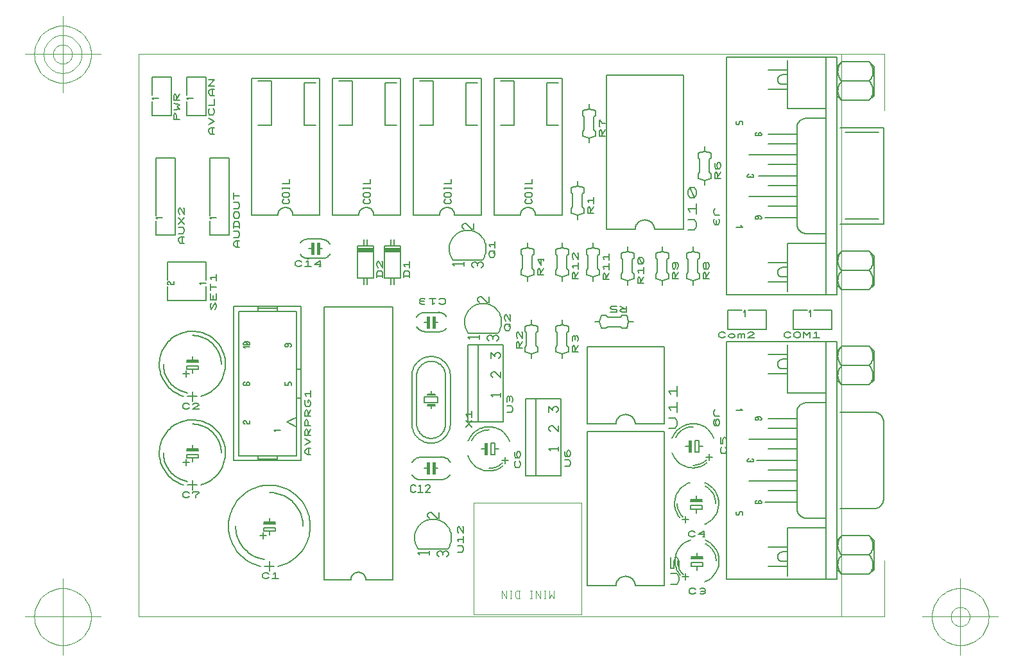
<source format=gbr>
G04 Generated by Ultiboard *
%FSLAX25Y25*%
%MOIN*%

%ADD12C,0.00800*%
%ADD11C,0.00367*%
%ADD10C,0.00004*%
%ADD13C,0.00394*%


%LNSilkscreen Top*%
%LPD*%
%FSLAX25Y25*%
%MOIN*%
G54D12*
X254274Y286556D02*
X251298Y286556D01*
X251298Y286556D02*
X251298Y288778D01*
X251298Y288778D02*
X251893Y289889D01*
X251893Y289889D02*
X252190Y289889D01*
X252190Y289889D02*
X252786Y288778D01*
X252786Y288778D02*
X252786Y286556D01*
X252786Y287111D02*
X254274Y289889D01*
X253083Y294889D02*
X253083Y291556D01*
X253083Y291556D02*
X251298Y294333D01*
X251298Y294333D02*
X254274Y294333D01*
X254274Y293778D02*
X254274Y294889D01*
X247787Y325689D02*
X248575Y324905D01*
X248575Y324905D02*
X248575Y324121D01*
X248575Y324121D02*
X247787Y323337D01*
X247787Y323337D02*
X245425Y323337D01*
X245425Y323337D02*
X244638Y324121D01*
X244638Y324121D02*
X244638Y324905D01*
X244638Y324905D02*
X245425Y325689D01*
X247787Y326864D02*
X248575Y327648D01*
X248575Y327648D02*
X248575Y328432D01*
X248575Y328432D02*
X247787Y329216D01*
X247787Y329216D02*
X245425Y329216D01*
X245425Y329216D02*
X244638Y328432D01*
X244638Y328432D02*
X244638Y327648D01*
X244638Y327648D02*
X245425Y326864D01*
X245425Y326864D02*
X247787Y326864D01*
X248575Y331176D02*
X248575Y331960D01*
X244638Y331176D02*
X244638Y331960D01*
X248575Y331568D02*
X244638Y331568D01*
X244638Y333920D02*
X248575Y333920D01*
X248575Y333920D02*
X248575Y336271D01*
X265298Y187056D02*
X267679Y187056D01*
X267679Y187056D02*
X268274Y188167D01*
X268274Y188167D02*
X268274Y189278D01*
X268274Y189278D02*
X267679Y190389D01*
X267679Y190389D02*
X265298Y190389D01*
X265298Y194833D02*
X265298Y193167D01*
X265298Y193167D02*
X265893Y192056D01*
X265893Y192056D02*
X267083Y192056D01*
X267083Y192056D02*
X267679Y192056D01*
X267679Y192056D02*
X268274Y193167D01*
X268274Y193167D02*
X268274Y194278D01*
X268274Y194278D02*
X267679Y195389D01*
X267679Y195389D02*
X267083Y195389D01*
X267083Y195389D02*
X266488Y194278D01*
X266488Y194278D02*
X266488Y193167D01*
X266488Y193167D02*
X267083Y192056D01*
X70389Y217321D02*
X69278Y216726D01*
X69278Y216726D02*
X68167Y216726D01*
X68167Y216726D02*
X67056Y217321D01*
X67056Y217321D02*
X67056Y219107D01*
X67056Y219107D02*
X68167Y219702D01*
X68167Y219702D02*
X69278Y219702D01*
X69278Y219702D02*
X70389Y219107D01*
X72056Y219107D02*
X73167Y219702D01*
X73167Y219702D02*
X74278Y219702D01*
X74278Y219702D02*
X75389Y219107D01*
X75389Y219107D02*
X75389Y218810D01*
X75389Y218810D02*
X72056Y216726D01*
X72056Y216726D02*
X75389Y216726D01*
X75389Y216726D02*
X75389Y217024D01*
X133536Y193056D02*
X131607Y193056D01*
X131607Y193056D02*
X130321Y194167D01*
X130321Y194167D02*
X130321Y195278D01*
X130321Y195278D02*
X131607Y196389D01*
X131607Y196389D02*
X133536Y196389D01*
X132571Y193056D02*
X132571Y196389D01*
X130321Y198056D02*
X133536Y199722D01*
X133536Y199722D02*
X130321Y201389D01*
X133536Y203056D02*
X130321Y203056D01*
X130321Y203056D02*
X130321Y205278D01*
X130321Y205278D02*
X130964Y206389D01*
X130964Y206389D02*
X131286Y206389D01*
X131286Y206389D02*
X131929Y205278D01*
X131929Y205278D02*
X131929Y203056D01*
X131929Y203611D02*
X133536Y206389D01*
X133536Y208056D02*
X130321Y208056D01*
X130321Y208056D02*
X130321Y210278D01*
X130321Y210278D02*
X130964Y211389D01*
X130964Y211389D02*
X131286Y211389D01*
X131286Y211389D02*
X131929Y210278D01*
X131929Y210278D02*
X131929Y208056D01*
X133536Y213056D02*
X130321Y213056D01*
X130321Y213056D02*
X130321Y215278D01*
X130321Y215278D02*
X130964Y216389D01*
X130964Y216389D02*
X131286Y216389D01*
X131286Y216389D02*
X131929Y215278D01*
X131929Y215278D02*
X131929Y213056D01*
X131929Y213611D02*
X133536Y216389D01*
X131929Y220278D02*
X131929Y221389D01*
X131929Y221389D02*
X132893Y221389D01*
X132893Y221389D02*
X133536Y220278D01*
X133536Y220278D02*
X133536Y219167D01*
X133536Y219167D02*
X132893Y218056D01*
X132893Y218056D02*
X130964Y218056D01*
X130964Y218056D02*
X130321Y219167D01*
X130321Y219167D02*
X130321Y221389D01*
X130964Y223611D02*
X130321Y224722D01*
X130321Y224722D02*
X133536Y224722D01*
X133536Y223056D02*
X133536Y226389D01*
X236595Y257556D02*
X237190Y258667D01*
X237190Y258667D02*
X237190Y259778D01*
X237190Y259778D02*
X236595Y260889D01*
X236595Y260889D02*
X234810Y260889D01*
X234810Y260889D02*
X234214Y259778D01*
X234214Y259778D02*
X234214Y258667D01*
X234214Y258667D02*
X234810Y257556D01*
X234810Y257556D02*
X236595Y257556D01*
X236595Y259778D02*
X237190Y260889D01*
X234810Y262556D02*
X234214Y263667D01*
X234214Y263667D02*
X234214Y264778D01*
X234214Y264778D02*
X234810Y265889D01*
X234810Y265889D02*
X235107Y265889D01*
X235107Y265889D02*
X237190Y262556D01*
X237190Y262556D02*
X237190Y265889D01*
X237190Y265889D02*
X236893Y265889D01*
X243274Y248556D02*
X240298Y248556D01*
X240298Y248556D02*
X240298Y250778D01*
X240298Y250778D02*
X240893Y251889D01*
X240893Y251889D02*
X241190Y251889D01*
X241190Y251889D02*
X241786Y250778D01*
X241786Y250778D02*
X241786Y248556D01*
X241786Y249111D02*
X243274Y251889D01*
X240893Y253556D02*
X240298Y254667D01*
X240298Y254667D02*
X240298Y255778D01*
X240298Y255778D02*
X240893Y256889D01*
X240893Y256889D02*
X241190Y256889D01*
X241190Y256889D02*
X243274Y253556D01*
X243274Y253556D02*
X243274Y256889D01*
X243274Y256889D02*
X242976Y256889D01*
X111889Y129321D02*
X110778Y128726D01*
X110778Y128726D02*
X109667Y128726D01*
X109667Y128726D02*
X108556Y129321D01*
X108556Y129321D02*
X108556Y131107D01*
X108556Y131107D02*
X109667Y131702D01*
X109667Y131702D02*
X110778Y131702D01*
X110778Y131702D02*
X111889Y131107D01*
X114111Y131107D02*
X115222Y131702D01*
X115222Y131702D02*
X115222Y128726D01*
X113556Y128726D02*
X116889Y128726D01*
X70389Y171321D02*
X69278Y170726D01*
X69278Y170726D02*
X68167Y170726D01*
X68167Y170726D02*
X67056Y171321D01*
X67056Y171321D02*
X67056Y173107D01*
X67056Y173107D02*
X68167Y173702D01*
X68167Y173702D02*
X69278Y173702D01*
X69278Y173702D02*
X70389Y173107D01*
X73722Y170726D02*
X73722Y172214D01*
X73722Y172214D02*
X75389Y173107D01*
X75389Y173107D02*
X75389Y173702D01*
X75389Y173702D02*
X72056Y173702D01*
X72056Y173702D02*
X72056Y173107D01*
X209635Y142518D02*
X212016Y142518D01*
X212016Y142518D02*
X212611Y143629D01*
X212611Y143629D02*
X212611Y144740D01*
X212611Y144740D02*
X212016Y145851D01*
X212016Y145851D02*
X209635Y145851D01*
X210230Y148073D02*
X209635Y149184D01*
X209635Y149184D02*
X212611Y149184D01*
X212611Y147518D02*
X212611Y150851D01*
X210230Y152518D02*
X209635Y153629D01*
X209635Y153629D02*
X209635Y154740D01*
X209635Y154740D02*
X210230Y155851D01*
X210230Y155851D02*
X210528Y155851D01*
X210528Y155851D02*
X212611Y152518D01*
X212611Y152518D02*
X212611Y155851D01*
X212611Y155851D02*
X212313Y155851D01*
X214241Y207369D02*
X217217Y210702D01*
X217217Y207369D02*
X214241Y210702D01*
X214836Y212924D02*
X214241Y214035D01*
X214241Y214035D02*
X217217Y214035D01*
X217217Y212369D02*
X217217Y215702D01*
X187945Y174196D02*
X187104Y173351D01*
X187104Y173351D02*
X186262Y173351D01*
X186262Y173351D02*
X185421Y174196D01*
X185421Y174196D02*
X185421Y176732D01*
X185421Y176732D02*
X186262Y177577D01*
X186262Y177577D02*
X187104Y177577D01*
X187104Y177577D02*
X187945Y176732D01*
X189628Y176732D02*
X190470Y177577D01*
X190470Y177577D02*
X190470Y173351D01*
X189207Y173351D02*
X191732Y173351D01*
X192994Y176732D02*
X193835Y177577D01*
X193835Y177577D02*
X194677Y177577D01*
X194677Y177577D02*
X195518Y176732D01*
X195518Y176732D02*
X195518Y176310D01*
X195518Y176310D02*
X192994Y173351D01*
X192994Y173351D02*
X195518Y173351D01*
X195518Y173351D02*
X195518Y173774D01*
X241679Y189889D02*
X242274Y188778D01*
X242274Y188778D02*
X242274Y187667D01*
X242274Y187667D02*
X241679Y186556D01*
X241679Y186556D02*
X239893Y186556D01*
X239893Y186556D02*
X239298Y187667D01*
X239298Y187667D02*
X239298Y188778D01*
X239298Y188778D02*
X239893Y189889D01*
X239298Y194333D02*
X239298Y192667D01*
X239298Y192667D02*
X239893Y191556D01*
X239893Y191556D02*
X241083Y191556D01*
X241083Y191556D02*
X241679Y191556D01*
X241679Y191556D02*
X242274Y192667D01*
X242274Y192667D02*
X242274Y193778D01*
X242274Y193778D02*
X241679Y194889D01*
X241679Y194889D02*
X241083Y194889D01*
X241083Y194889D02*
X240488Y193778D01*
X240488Y193778D02*
X240488Y192667D01*
X240488Y192667D02*
X241083Y191556D01*
X235298Y215056D02*
X237679Y215056D01*
X237679Y215056D02*
X238274Y216167D01*
X238274Y216167D02*
X238274Y217278D01*
X238274Y217278D02*
X237679Y218389D01*
X237679Y218389D02*
X235298Y218389D01*
X235595Y220611D02*
X235298Y221167D01*
X235298Y221167D02*
X235298Y222278D01*
X235298Y222278D02*
X235893Y223389D01*
X235893Y223389D02*
X236488Y223389D01*
X236488Y223389D02*
X236786Y222833D01*
X236786Y222833D02*
X237083Y223389D01*
X237083Y223389D02*
X237679Y223389D01*
X237679Y223389D02*
X238274Y222278D01*
X238274Y222278D02*
X238274Y221167D01*
X238274Y221167D02*
X237976Y220611D01*
X236786Y221167D02*
X236786Y222833D01*
X128889Y291321D02*
X127778Y290726D01*
X127778Y290726D02*
X126667Y290726D01*
X126667Y290726D02*
X125556Y291321D01*
X125556Y291321D02*
X125556Y293107D01*
X125556Y293107D02*
X126667Y293702D01*
X126667Y293702D02*
X127778Y293702D01*
X127778Y293702D02*
X128889Y293107D01*
X131111Y293107D02*
X132222Y293702D01*
X132222Y293702D02*
X132222Y290726D01*
X130556Y290726D02*
X133889Y290726D01*
X138889Y291917D02*
X135556Y291917D01*
X135556Y291917D02*
X138333Y293702D01*
X138333Y293702D02*
X138333Y290726D01*
X137778Y290726D02*
X138889Y290726D01*
X121787Y325689D02*
X122575Y324905D01*
X122575Y324905D02*
X122575Y324121D01*
X122575Y324121D02*
X121787Y323337D01*
X121787Y323337D02*
X119425Y323337D01*
X119425Y323337D02*
X118638Y324121D01*
X118638Y324121D02*
X118638Y324905D01*
X118638Y324905D02*
X119425Y325689D01*
X121787Y326864D02*
X122575Y327648D01*
X122575Y327648D02*
X122575Y328432D01*
X122575Y328432D02*
X121787Y329216D01*
X121787Y329216D02*
X119425Y329216D01*
X119425Y329216D02*
X118638Y328432D01*
X118638Y328432D02*
X118638Y327648D01*
X118638Y327648D02*
X119425Y326864D01*
X119425Y326864D02*
X121787Y326864D01*
X122575Y331176D02*
X122575Y331960D01*
X118638Y331176D02*
X118638Y331960D01*
X122575Y331568D02*
X118638Y331568D01*
X118638Y333920D02*
X122575Y333920D01*
X122575Y333920D02*
X122575Y336271D01*
X65274Y367056D02*
X62298Y367056D01*
X62298Y367056D02*
X62298Y369278D01*
X62298Y369278D02*
X62893Y370389D01*
X62893Y370389D02*
X63190Y370389D01*
X63190Y370389D02*
X63786Y369278D01*
X63786Y369278D02*
X63786Y367056D01*
X62298Y372056D02*
X65274Y372611D01*
X65274Y372611D02*
X64083Y373722D01*
X64083Y373722D02*
X65274Y374833D01*
X65274Y374833D02*
X62298Y375389D01*
X65274Y377056D02*
X62298Y377056D01*
X62298Y377056D02*
X62298Y379278D01*
X62298Y379278D02*
X62893Y380389D01*
X62893Y380389D02*
X63190Y380389D01*
X63190Y380389D02*
X63786Y379278D01*
X63786Y379278D02*
X63786Y377056D01*
X63786Y377611D02*
X65274Y380389D01*
X83274Y359556D02*
X81488Y359556D01*
X81488Y359556D02*
X80298Y360667D01*
X80298Y360667D02*
X80298Y361778D01*
X80298Y361778D02*
X81488Y362889D01*
X81488Y362889D02*
X83274Y362889D01*
X82381Y359556D02*
X82381Y362889D01*
X80298Y364556D02*
X83274Y366222D01*
X83274Y366222D02*
X80298Y367889D01*
X82679Y372889D02*
X83274Y371778D01*
X83274Y371778D02*
X83274Y370667D01*
X83274Y370667D02*
X82679Y369556D01*
X82679Y369556D02*
X80893Y369556D01*
X80893Y369556D02*
X80298Y370667D01*
X80298Y370667D02*
X80298Y371778D01*
X80298Y371778D02*
X80893Y372889D01*
X80298Y374556D02*
X83274Y374556D01*
X83274Y374556D02*
X83274Y377889D01*
X83274Y379556D02*
X81488Y379556D01*
X81488Y379556D02*
X80298Y380667D01*
X80298Y380667D02*
X80298Y381778D01*
X80298Y381778D02*
X81488Y382889D01*
X81488Y382889D02*
X83274Y382889D01*
X82381Y379556D02*
X82381Y382889D01*
X83274Y384556D02*
X80298Y384556D01*
X80298Y384556D02*
X83274Y387889D01*
X83274Y387889D02*
X80298Y387889D01*
X83679Y268556D02*
X84274Y269667D01*
X84274Y269667D02*
X84274Y270778D01*
X84274Y270778D02*
X83679Y271889D01*
X83679Y271889D02*
X81893Y268556D01*
X81893Y268556D02*
X81298Y269667D01*
X81298Y269667D02*
X81298Y270778D01*
X81298Y270778D02*
X81893Y271889D01*
X84274Y276889D02*
X84274Y273556D01*
X84274Y273556D02*
X82786Y273556D01*
X82786Y273556D02*
X81298Y273556D01*
X81298Y273556D02*
X81298Y276889D01*
X82786Y273556D02*
X82786Y275778D01*
X84274Y280222D02*
X81298Y280222D01*
X81298Y278556D02*
X81298Y281889D01*
X81893Y284111D02*
X81298Y285222D01*
X81298Y285222D02*
X84274Y285222D01*
X84274Y283556D02*
X84274Y286889D01*
X67702Y302971D02*
X65916Y302971D01*
X65916Y302971D02*
X64726Y304082D01*
X64726Y304082D02*
X64726Y305193D01*
X64726Y305193D02*
X65916Y306304D01*
X65916Y306304D02*
X67702Y306304D01*
X66809Y302971D02*
X66809Y306304D01*
X64726Y307971D02*
X67107Y307971D01*
X67107Y307971D02*
X67702Y309082D01*
X67702Y309082D02*
X67702Y310193D01*
X67702Y310193D02*
X67107Y311304D01*
X67107Y311304D02*
X64726Y311304D01*
X64726Y312971D02*
X67702Y316304D01*
X67702Y312971D02*
X64726Y316304D01*
X65321Y317971D02*
X64726Y319082D01*
X64726Y319082D02*
X64726Y320193D01*
X64726Y320193D02*
X65321Y321304D01*
X65321Y321304D02*
X65618Y321304D01*
X65618Y321304D02*
X67702Y317971D01*
X67702Y317971D02*
X67702Y321304D01*
X67702Y321304D02*
X67404Y321304D01*
X96400Y300781D02*
X94614Y300781D01*
X94614Y300781D02*
X93424Y301892D01*
X93424Y301892D02*
X93424Y303003D01*
X93424Y303003D02*
X94614Y304114D01*
X94614Y304114D02*
X96400Y304114D01*
X95507Y300781D02*
X95507Y304114D01*
X93424Y305781D02*
X95805Y305781D01*
X95805Y305781D02*
X96400Y306892D01*
X96400Y306892D02*
X96400Y308003D01*
X96400Y308003D02*
X95805Y309114D01*
X95805Y309114D02*
X93424Y309114D01*
X96400Y310781D02*
X96400Y313003D01*
X96400Y313003D02*
X95805Y314114D01*
X95805Y314114D02*
X94019Y314114D01*
X94019Y314114D02*
X93424Y313003D01*
X93424Y313003D02*
X93424Y310781D01*
X93424Y311336D02*
X96400Y311336D01*
X95805Y315781D02*
X96400Y316892D01*
X96400Y316892D02*
X96400Y318003D01*
X96400Y318003D02*
X95805Y319114D01*
X95805Y319114D02*
X94019Y319114D01*
X94019Y319114D02*
X93424Y318003D01*
X93424Y318003D02*
X93424Y316892D01*
X93424Y316892D02*
X94019Y315781D01*
X94019Y315781D02*
X95805Y315781D01*
X93424Y320781D02*
X95805Y320781D01*
X95805Y320781D02*
X96400Y321892D01*
X96400Y321892D02*
X96400Y323003D01*
X96400Y323003D02*
X95805Y324114D01*
X95805Y324114D02*
X93424Y324114D01*
X96400Y327447D02*
X93424Y327447D01*
X93424Y325781D02*
X93424Y329114D01*
X163787Y325689D02*
X164575Y324905D01*
X164575Y324905D02*
X164575Y324121D01*
X164575Y324121D02*
X163787Y323337D01*
X163787Y323337D02*
X161425Y323337D01*
X161425Y323337D02*
X160638Y324121D01*
X160638Y324121D02*
X160638Y324905D01*
X160638Y324905D02*
X161425Y325689D01*
X163787Y326864D02*
X164575Y327648D01*
X164575Y327648D02*
X164575Y328432D01*
X164575Y328432D02*
X163787Y329216D01*
X163787Y329216D02*
X161425Y329216D01*
X161425Y329216D02*
X160638Y328432D01*
X160638Y328432D02*
X160638Y327648D01*
X160638Y327648D02*
X161425Y326864D01*
X161425Y326864D02*
X163787Y326864D01*
X164575Y331176D02*
X164575Y331960D01*
X160638Y331176D02*
X160638Y331960D01*
X164575Y331568D02*
X160638Y331568D01*
X160638Y333920D02*
X164575Y333920D01*
X164575Y333920D02*
X164575Y336271D01*
X205787Y325689D02*
X206575Y324905D01*
X206575Y324905D02*
X206575Y324121D01*
X206575Y324121D02*
X205787Y323337D01*
X205787Y323337D02*
X203425Y323337D01*
X203425Y323337D02*
X202638Y324121D01*
X202638Y324121D02*
X202638Y324905D01*
X202638Y324905D02*
X203425Y325689D01*
X205787Y326864D02*
X206575Y327648D01*
X206575Y327648D02*
X206575Y328432D01*
X206575Y328432D02*
X205787Y329216D01*
X205787Y329216D02*
X203425Y329216D01*
X203425Y329216D02*
X202638Y328432D01*
X202638Y328432D02*
X202638Y327648D01*
X202638Y327648D02*
X203425Y326864D01*
X203425Y326864D02*
X205787Y326864D01*
X206575Y331176D02*
X206575Y331960D01*
X202638Y331176D02*
X202638Y331960D01*
X206575Y331568D02*
X202638Y331568D01*
X202638Y333920D02*
X206575Y333920D01*
X206575Y333920D02*
X206575Y336271D01*
X200111Y273679D02*
X201222Y274274D01*
X201222Y274274D02*
X202333Y274274D01*
X202333Y274274D02*
X203444Y273679D01*
X203444Y273679D02*
X203444Y271893D01*
X203444Y271893D02*
X202333Y271298D01*
X202333Y271298D02*
X201222Y271298D01*
X201222Y271298D02*
X200111Y271893D01*
X197889Y271893D02*
X196778Y271298D01*
X196778Y271298D02*
X196778Y274274D01*
X198444Y274274D02*
X195111Y274274D01*
X192889Y271595D02*
X192333Y271298D01*
X192333Y271298D02*
X191222Y271298D01*
X191222Y271298D02*
X190111Y271893D01*
X190111Y271893D02*
X190111Y272488D01*
X190111Y272488D02*
X190667Y272786D01*
X190667Y272786D02*
X190111Y273083D01*
X190111Y273083D02*
X190111Y273679D01*
X190111Y273679D02*
X191222Y274274D01*
X191222Y274274D02*
X192333Y274274D01*
X192333Y274274D02*
X192889Y273976D01*
X192333Y272786D02*
X190667Y272786D01*
X170860Y285280D02*
X170860Y287502D01*
X170860Y287502D02*
X170265Y288613D01*
X170265Y288613D02*
X168479Y288613D01*
X168479Y288613D02*
X167884Y287502D01*
X167884Y287502D02*
X167884Y285280D01*
X167884Y285835D02*
X170860Y285835D01*
X168479Y290280D02*
X167884Y291391D01*
X167884Y291391D02*
X167884Y292502D01*
X167884Y292502D02*
X168479Y293613D01*
X168479Y293613D02*
X168776Y293613D01*
X168776Y293613D02*
X170860Y290280D01*
X170860Y290280D02*
X170860Y293613D01*
X170860Y293613D02*
X170562Y293613D01*
X184860Y285280D02*
X184860Y287502D01*
X184860Y287502D02*
X184265Y288613D01*
X184265Y288613D02*
X182479Y288613D01*
X182479Y288613D02*
X181884Y287502D01*
X181884Y287502D02*
X181884Y285280D01*
X181884Y285835D02*
X184860Y285835D01*
X182479Y290835D02*
X181884Y291946D01*
X181884Y291946D02*
X184860Y291946D01*
X184860Y290280D02*
X184860Y293613D01*
X228595Y295556D02*
X229190Y296667D01*
X229190Y296667D02*
X229190Y297778D01*
X229190Y297778D02*
X228595Y298889D01*
X228595Y298889D02*
X226810Y298889D01*
X226810Y298889D02*
X226214Y297778D01*
X226214Y297778D02*
X226214Y296667D01*
X226214Y296667D02*
X226810Y295556D01*
X226810Y295556D02*
X228595Y295556D01*
X228595Y297778D02*
X229190Y298889D01*
X226810Y301111D02*
X226214Y302222D01*
X226214Y302222D02*
X229190Y302222D01*
X229190Y300556D02*
X229190Y303889D01*
X272274Y246556D02*
X269298Y246556D01*
X269298Y246556D02*
X269298Y248778D01*
X269298Y248778D02*
X269893Y249889D01*
X269893Y249889D02*
X270190Y249889D01*
X270190Y249889D02*
X270786Y248778D01*
X270786Y248778D02*
X270786Y246556D01*
X270786Y247111D02*
X272274Y249889D01*
X269595Y252111D02*
X269298Y252667D01*
X269298Y252667D02*
X269298Y253778D01*
X269298Y253778D02*
X269893Y254889D01*
X269893Y254889D02*
X270488Y254889D01*
X270488Y254889D02*
X270786Y254333D01*
X270786Y254333D02*
X271083Y254889D01*
X271083Y254889D02*
X271679Y254889D01*
X271679Y254889D02*
X272274Y253778D01*
X272274Y253778D02*
X272274Y252667D01*
X272274Y252667D02*
X271976Y252111D01*
X270786Y252667D02*
X270786Y254333D01*
X343321Y216444D02*
X342726Y215333D01*
X342726Y215333D02*
X342726Y214222D01*
X342726Y214222D02*
X343321Y213111D01*
X343321Y213111D02*
X345702Y213111D01*
X343321Y211444D02*
X342726Y210333D01*
X342726Y210333D02*
X342726Y209222D01*
X342726Y209222D02*
X343321Y208111D01*
X343321Y208111D02*
X344512Y208111D01*
X344512Y208111D02*
X345107Y208111D01*
X345107Y208111D02*
X345702Y209222D01*
X345702Y209222D02*
X345702Y210333D01*
X345702Y210333D02*
X345107Y211444D01*
X345107Y211444D02*
X344512Y211444D01*
X344512Y211444D02*
X343917Y210333D01*
X343917Y210333D02*
X343917Y209222D01*
X343917Y209222D02*
X344512Y208111D01*
X333389Y121321D02*
X332278Y120726D01*
X332278Y120726D02*
X331167Y120726D01*
X331167Y120726D02*
X330056Y121321D01*
X330056Y121321D02*
X330056Y123107D01*
X330056Y123107D02*
X331167Y123702D01*
X331167Y123702D02*
X332278Y123702D01*
X332278Y123702D02*
X333389Y123107D01*
X335611Y123405D02*
X336167Y123702D01*
X336167Y123702D02*
X337278Y123702D01*
X337278Y123702D02*
X338389Y123107D01*
X338389Y123107D02*
X338389Y122512D01*
X338389Y122512D02*
X337833Y122214D01*
X337833Y122214D02*
X338389Y121917D01*
X338389Y121917D02*
X338389Y121321D01*
X338389Y121321D02*
X337278Y120726D01*
X337278Y120726D02*
X336167Y120726D01*
X336167Y120726D02*
X335611Y121024D01*
X336167Y122214D02*
X337833Y122214D01*
X320423Y125926D02*
X323804Y125926D01*
X323804Y125926D02*
X324649Y127778D01*
X324649Y127778D02*
X324649Y129630D01*
X324649Y129630D02*
X323804Y131481D01*
X323804Y131481D02*
X320423Y131481D01*
X320423Y139815D02*
X320423Y134259D01*
X320423Y134259D02*
X322113Y134259D01*
X322113Y134259D02*
X322113Y137963D01*
X322113Y137963D02*
X322958Y139815D01*
X322958Y139815D02*
X323804Y139815D01*
X323804Y139815D02*
X324649Y137963D01*
X324649Y137963D02*
X324649Y134259D01*
X319423Y206759D02*
X322804Y206759D01*
X322804Y206759D02*
X323649Y208611D01*
X323649Y208611D02*
X323649Y210463D01*
X323649Y210463D02*
X322804Y212315D01*
X322804Y212315D02*
X319423Y212315D01*
X320268Y216019D02*
X319423Y217870D01*
X319423Y217870D02*
X323649Y217870D01*
X323649Y215093D02*
X323649Y220648D01*
X320268Y224352D02*
X319423Y226204D01*
X319423Y226204D02*
X323649Y226204D01*
X323649Y223426D02*
X323649Y228981D01*
X348679Y196995D02*
X349274Y195884D01*
X349274Y195884D02*
X349274Y194773D01*
X349274Y194773D02*
X348679Y193662D01*
X348679Y193662D02*
X346893Y193662D01*
X346893Y193662D02*
X346298Y194773D01*
X346298Y194773D02*
X346298Y195884D01*
X346298Y195884D02*
X346893Y196995D01*
X346298Y201995D02*
X346298Y198662D01*
X346298Y198662D02*
X347488Y198662D01*
X347488Y198662D02*
X347488Y200884D01*
X347488Y200884D02*
X348083Y201995D01*
X348083Y201995D02*
X348679Y201995D01*
X348679Y201995D02*
X349274Y200884D01*
X349274Y200884D02*
X349274Y198662D01*
X333192Y151125D02*
X332081Y150529D01*
X332081Y150529D02*
X330970Y150529D01*
X330970Y150529D02*
X329859Y151125D01*
X329859Y151125D02*
X329859Y152910D01*
X329859Y152910D02*
X330970Y153506D01*
X330970Y153506D02*
X332081Y153506D01*
X332081Y153506D02*
X333192Y152910D01*
X338192Y151720D02*
X334859Y151720D01*
X334859Y151720D02*
X337636Y153506D01*
X337636Y153506D02*
X337636Y150529D01*
X337081Y150529D02*
X338192Y150529D01*
X343321Y320944D02*
X342726Y319833D01*
X342726Y319833D02*
X342726Y318722D01*
X342726Y318722D02*
X343321Y317611D01*
X343321Y317611D02*
X345702Y317611D01*
X345405Y315389D02*
X345702Y314833D01*
X345702Y314833D02*
X345702Y313722D01*
X345702Y313722D02*
X345107Y312611D01*
X345107Y312611D02*
X344512Y312611D01*
X344512Y312611D02*
X344214Y313167D01*
X344214Y313167D02*
X343917Y312611D01*
X343917Y312611D02*
X343321Y312611D01*
X343321Y312611D02*
X342726Y313722D01*
X342726Y313722D02*
X342726Y314833D01*
X342726Y314833D02*
X343024Y315389D01*
X344214Y314833D02*
X344214Y313167D01*
X329423Y309759D02*
X332804Y309759D01*
X332804Y309759D02*
X333649Y311611D01*
X333649Y311611D02*
X333649Y313463D01*
X333649Y313463D02*
X332804Y315315D01*
X332804Y315315D02*
X329423Y315315D01*
X330268Y319019D02*
X329423Y320870D01*
X329423Y320870D02*
X333649Y320870D01*
X333649Y318093D02*
X333649Y323648D01*
X330268Y326426D02*
X329423Y328278D01*
X329423Y328278D02*
X329423Y330130D01*
X329423Y330130D02*
X330268Y331981D01*
X330268Y331981D02*
X332804Y331981D01*
X332804Y331981D02*
X333649Y330130D01*
X333649Y330130D02*
X333649Y328278D01*
X333649Y328278D02*
X332804Y326426D01*
X332804Y326426D02*
X330268Y326426D01*
X330268Y331981D02*
X332804Y326426D01*
X286274Y358556D02*
X283298Y358556D01*
X283298Y358556D02*
X283298Y360778D01*
X283298Y360778D02*
X283893Y361889D01*
X283893Y361889D02*
X284190Y361889D01*
X284190Y361889D02*
X284786Y360778D01*
X284786Y360778D02*
X284786Y358556D01*
X284786Y359111D02*
X286274Y361889D01*
X286274Y365222D02*
X284786Y365222D01*
X284786Y365222D02*
X283893Y366889D01*
X283893Y366889D02*
X283298Y366889D01*
X283298Y366889D02*
X283298Y363556D01*
X283298Y363556D02*
X283893Y363556D01*
X324274Y284556D02*
X321298Y284556D01*
X321298Y284556D02*
X321298Y286778D01*
X321298Y286778D02*
X321893Y287889D01*
X321893Y287889D02*
X322190Y287889D01*
X322190Y287889D02*
X322786Y286778D01*
X322786Y286778D02*
X322786Y284556D01*
X322786Y285111D02*
X324274Y287889D01*
X323679Y289556D02*
X324274Y290667D01*
X324274Y290667D02*
X324274Y291778D01*
X324274Y291778D02*
X323679Y292889D01*
X323679Y292889D02*
X322488Y292889D01*
X322488Y292889D02*
X321893Y292889D01*
X321893Y292889D02*
X321298Y291778D01*
X321298Y291778D02*
X321298Y290667D01*
X321298Y290667D02*
X321893Y289556D01*
X321893Y289556D02*
X322488Y289556D01*
X322488Y289556D02*
X323083Y290667D01*
X323083Y290667D02*
X323083Y291778D01*
X323083Y291778D02*
X322488Y292889D01*
X280274Y318556D02*
X277298Y318556D01*
X277298Y318556D02*
X277298Y320778D01*
X277298Y320778D02*
X277893Y321889D01*
X277893Y321889D02*
X278190Y321889D01*
X278190Y321889D02*
X278786Y320778D01*
X278786Y320778D02*
X278786Y318556D01*
X278786Y319111D02*
X280274Y321889D01*
X277893Y324111D02*
X277298Y325222D01*
X277298Y325222D02*
X280274Y325222D01*
X280274Y323556D02*
X280274Y326889D01*
X297444Y270274D02*
X297444Y267298D01*
X297444Y267298D02*
X295222Y267298D01*
X295222Y267298D02*
X294111Y267893D01*
X294111Y267893D02*
X294111Y268190D01*
X294111Y268190D02*
X295222Y268786D01*
X295222Y268786D02*
X297444Y268786D01*
X296889Y268786D02*
X294111Y270274D01*
X289111Y267298D02*
X292444Y267298D01*
X292444Y267298D02*
X292444Y268488D01*
X292444Y268488D02*
X290222Y268488D01*
X290222Y268488D02*
X289111Y269083D01*
X289111Y269083D02*
X289111Y269679D01*
X289111Y269679D02*
X290222Y270274D01*
X290222Y270274D02*
X292444Y270274D01*
X288274Y284056D02*
X285298Y284056D01*
X285298Y284056D02*
X285298Y286278D01*
X285298Y286278D02*
X285893Y287389D01*
X285893Y287389D02*
X286190Y287389D01*
X286190Y287389D02*
X286786Y286278D01*
X286786Y286278D02*
X286786Y284056D01*
X286786Y284611D02*
X288274Y287389D01*
X285893Y289611D02*
X285298Y290722D01*
X285298Y290722D02*
X288274Y290722D01*
X288274Y289056D02*
X288274Y292389D01*
X285893Y294611D02*
X285298Y295722D01*
X285298Y295722D02*
X288274Y295722D01*
X288274Y294056D02*
X288274Y297389D01*
X272274Y284556D02*
X269298Y284556D01*
X269298Y284556D02*
X269298Y286778D01*
X269298Y286778D02*
X269893Y287889D01*
X269893Y287889D02*
X270190Y287889D01*
X270190Y287889D02*
X270786Y286778D01*
X270786Y286778D02*
X270786Y284556D01*
X270786Y285111D02*
X272274Y287889D01*
X269893Y290111D02*
X269298Y291222D01*
X269298Y291222D02*
X272274Y291222D01*
X272274Y289556D02*
X272274Y292889D01*
X269893Y294556D02*
X269298Y295667D01*
X269298Y295667D02*
X269298Y296778D01*
X269298Y296778D02*
X269893Y297889D01*
X269893Y297889D02*
X270190Y297889D01*
X270190Y297889D02*
X272274Y294556D01*
X272274Y294556D02*
X272274Y297889D01*
X272274Y297889D02*
X271976Y297889D01*
X306274Y282056D02*
X303298Y282056D01*
X303298Y282056D02*
X303298Y284278D01*
X303298Y284278D02*
X303893Y285389D01*
X303893Y285389D02*
X304190Y285389D01*
X304190Y285389D02*
X304786Y284278D01*
X304786Y284278D02*
X304786Y282056D01*
X304786Y282611D02*
X306274Y285389D01*
X303893Y287611D02*
X303298Y288722D01*
X303298Y288722D02*
X306274Y288722D01*
X306274Y287056D02*
X306274Y290389D01*
X303893Y292056D02*
X303298Y293167D01*
X303298Y293167D02*
X303298Y294278D01*
X303298Y294278D02*
X303893Y295389D01*
X303893Y295389D02*
X305679Y295389D01*
X305679Y295389D02*
X306274Y294278D01*
X306274Y294278D02*
X306274Y293167D01*
X306274Y293167D02*
X305679Y292056D01*
X305679Y292056D02*
X303893Y292056D01*
X303893Y295389D02*
X305679Y292056D01*
X348889Y254321D02*
X347778Y253726D01*
X347778Y253726D02*
X346667Y253726D01*
X346667Y253726D02*
X345556Y254321D01*
X345556Y254321D02*
X345556Y256107D01*
X345556Y256107D02*
X346667Y256702D01*
X346667Y256702D02*
X347778Y256702D01*
X347778Y256702D02*
X348889Y256107D01*
X350556Y254321D02*
X351667Y253726D01*
X351667Y253726D02*
X352778Y253726D01*
X352778Y253726D02*
X353889Y254321D01*
X353889Y254321D02*
X353889Y255214D01*
X353889Y255214D02*
X352778Y255810D01*
X352778Y255810D02*
X351667Y255810D01*
X351667Y255810D02*
X350556Y255214D01*
X350556Y255214D02*
X350556Y254321D01*
X355556Y253726D02*
X355556Y255512D01*
X355556Y255512D02*
X355556Y255810D01*
X355556Y255512D02*
X356111Y255810D01*
X356111Y255810D02*
X356667Y255810D01*
X356667Y255810D02*
X357222Y255512D01*
X357222Y255512D02*
X357778Y255810D01*
X357778Y255810D02*
X358333Y255810D01*
X358333Y255810D02*
X358889Y255512D01*
X358889Y255512D02*
X358889Y253726D01*
X357222Y255512D02*
X357222Y253726D01*
X360556Y256107D02*
X361667Y256702D01*
X361667Y256702D02*
X362778Y256702D01*
X362778Y256702D02*
X363889Y256107D01*
X363889Y256107D02*
X363889Y255810D01*
X363889Y255810D02*
X360556Y253726D01*
X360556Y253726D02*
X363889Y253726D01*
X363889Y253726D02*
X363889Y254024D01*
X340274Y284556D02*
X337298Y284556D01*
X337298Y284556D02*
X337298Y286778D01*
X337298Y286778D02*
X337893Y287889D01*
X337893Y287889D02*
X338190Y287889D01*
X338190Y287889D02*
X338786Y286778D01*
X338786Y286778D02*
X338786Y284556D01*
X338786Y285111D02*
X340274Y287889D01*
X340274Y291778D02*
X340274Y290667D01*
X340274Y290667D02*
X339679Y289556D01*
X339679Y289556D02*
X339083Y289556D01*
X339083Y289556D02*
X338786Y290111D01*
X338786Y290111D02*
X338488Y289556D01*
X338488Y289556D02*
X337893Y289556D01*
X337893Y289556D02*
X337298Y290667D01*
X337298Y290667D02*
X337298Y291778D01*
X337298Y291778D02*
X337893Y292889D01*
X337893Y292889D02*
X338488Y292889D01*
X338488Y292889D02*
X338786Y292333D01*
X338786Y292333D02*
X339083Y292889D01*
X339083Y292889D02*
X339679Y292889D01*
X339679Y292889D02*
X340274Y291778D01*
X338786Y290111D02*
X338786Y292333D01*
X346274Y336556D02*
X343298Y336556D01*
X343298Y336556D02*
X343298Y338778D01*
X343298Y338778D02*
X343893Y339889D01*
X343893Y339889D02*
X344190Y339889D01*
X344190Y339889D02*
X344786Y338778D01*
X344786Y338778D02*
X344786Y336556D01*
X344786Y337111D02*
X346274Y339889D01*
X343298Y344333D02*
X343298Y342667D01*
X343298Y342667D02*
X343893Y341556D01*
X343893Y341556D02*
X345083Y341556D01*
X345083Y341556D02*
X345679Y341556D01*
X345679Y341556D02*
X346274Y342667D01*
X346274Y342667D02*
X346274Y343778D01*
X346274Y343778D02*
X345679Y344889D01*
X345679Y344889D02*
X345083Y344889D01*
X345083Y344889D02*
X344488Y343778D01*
X344488Y343778D02*
X344488Y342667D01*
X344488Y342667D02*
X345083Y341556D01*
X382889Y254321D02*
X381778Y253726D01*
X381778Y253726D02*
X380667Y253726D01*
X380667Y253726D02*
X379556Y254321D01*
X379556Y254321D02*
X379556Y256107D01*
X379556Y256107D02*
X380667Y256702D01*
X380667Y256702D02*
X381778Y256702D01*
X381778Y256702D02*
X382889Y256107D01*
X384556Y254321D02*
X385667Y253726D01*
X385667Y253726D02*
X386778Y253726D01*
X386778Y253726D02*
X387889Y254321D01*
X387889Y254321D02*
X387889Y256107D01*
X387889Y256107D02*
X386778Y256702D01*
X386778Y256702D02*
X385667Y256702D01*
X385667Y256702D02*
X384556Y256107D01*
X384556Y256107D02*
X384556Y254321D01*
X389556Y253726D02*
X389556Y256702D01*
X389556Y256702D02*
X391222Y255214D01*
X391222Y255214D02*
X392889Y256702D01*
X392889Y256702D02*
X392889Y253726D01*
X395111Y256107D02*
X396222Y256702D01*
X396222Y256702D02*
X396222Y253726D01*
X394556Y253726D02*
X397889Y253726D01*
X246000Y285500D02*
X246000Y283000D01*
X242667Y299667D02*
X242667Y297167D01*
X249333Y299667D02*
X249333Y297167D01*
X242667Y297167D02*
X243500Y296333D01*
X249333Y297167D02*
X248500Y296333D01*
X242667Y286333D02*
X242667Y288833D01*
X249333Y286333D02*
X249333Y288833D01*
X246000Y285500D02*
X242667Y286333D01*
X246000Y285500D02*
X249333Y286333D01*
X248500Y296333D02*
X248500Y289667D01*
X243500Y296333D02*
X243500Y289667D01*
X242667Y288833D02*
X243500Y289667D01*
X249333Y288833D02*
X248500Y289667D01*
X246000Y300500D02*
X246000Y303000D01*
X246000Y300500D02*
X242667Y299667D01*
X246000Y300500D02*
X249333Y299667D01*
X250252Y317567D02*
X264031Y317567D01*
X264031Y388433D02*
X228598Y388433D01*
X228598Y388433D02*
X228598Y317567D01*
X239000Y364000D02*
X239000Y387000D01*
X228598Y317567D02*
X242378Y317567D01*
X250252Y317567D02*
X250242Y317842D01*
X250242Y317842D02*
X250214Y318115D01*
X250214Y318115D02*
X250166Y318385D01*
X250166Y318385D02*
X250099Y318652D01*
X250099Y318652D02*
X250015Y318913D01*
X250015Y318913D02*
X249912Y319168D01*
X249912Y319168D02*
X249791Y319415D01*
X249791Y319415D02*
X249654Y319653D01*
X249654Y319653D02*
X249500Y319881D01*
X249500Y319881D02*
X249331Y320098D01*
X249331Y320098D02*
X249147Y320302D01*
X249147Y320302D02*
X248949Y320493D01*
X248949Y320493D02*
X248739Y320669D01*
X248739Y320669D02*
X248517Y320831D01*
X248517Y320831D02*
X248283Y320976D01*
X248283Y320976D02*
X248041Y321105D01*
X248041Y321105D02*
X247790Y321217D01*
X247790Y321217D02*
X247532Y321311D01*
X247532Y321311D02*
X247267Y321387D01*
X247267Y321387D02*
X246999Y321444D01*
X246999Y321444D02*
X246726Y321482D01*
X246726Y321482D02*
X246452Y321502D01*
X246452Y321502D02*
X246178Y321502D01*
X246178Y321502D02*
X245903Y321482D01*
X245903Y321482D02*
X245631Y321444D01*
X245631Y321444D02*
X245363Y321387D01*
X245363Y321387D02*
X245098Y321311D01*
X245098Y321311D02*
X244840Y321217D01*
X244840Y321217D02*
X244589Y321105D01*
X244589Y321105D02*
X244346Y320976D01*
X244346Y320976D02*
X244113Y320831D01*
X244113Y320831D02*
X243891Y320669D01*
X243891Y320669D02*
X243681Y320493D01*
X243681Y320493D02*
X243483Y320302D01*
X243483Y320302D02*
X243299Y320098D01*
X243299Y320098D02*
X243130Y319881D01*
X243130Y319881D02*
X242976Y319653D01*
X242976Y319653D02*
X242839Y319415D01*
X242839Y319415D02*
X242718Y319168D01*
X242718Y319168D02*
X242615Y318913D01*
X242615Y318913D02*
X242530Y318652D01*
X242530Y318652D02*
X242464Y318385D01*
X242464Y318385D02*
X242416Y318115D01*
X242416Y318115D02*
X242388Y317842D01*
X242388Y317842D02*
X242378Y317567D01*
X232000Y364000D02*
X239000Y364000D01*
X239000Y387000D02*
X232000Y387000D01*
X256000Y364000D02*
X256000Y386000D01*
X264031Y317567D02*
X264031Y388433D01*
X262000Y364000D02*
X256000Y364000D01*
X256000Y386000D02*
X262000Y386000D01*
X250500Y182000D02*
X263500Y182000D01*
X250500Y222000D02*
X263500Y222000D01*
X245000Y182000D02*
X245000Y222000D01*
X250500Y222000D02*
X250500Y182000D01*
X245000Y182000D02*
X250500Y182000D01*
X245000Y222000D02*
X250500Y222000D01*
X263500Y222000D02*
X263500Y182000D01*
X259000Y208000D02*
X262000Y205000D01*
X262000Y205000D02*
X262000Y208000D01*
X258000Y205000D02*
X257000Y206000D01*
X262000Y195000D02*
X262000Y197000D01*
X258000Y195000D02*
X257000Y196000D01*
X257000Y196000D02*
X262000Y196000D01*
X257000Y215000D02*
X257000Y218000D01*
X257000Y218000D02*
X259000Y216000D01*
X259000Y216000D02*
X259000Y217000D01*
X262000Y217000D02*
X262000Y216000D01*
X257000Y207000D02*
X258000Y208000D01*
X257000Y206000D02*
X257000Y207000D01*
X258000Y208000D02*
X259000Y208000D01*
X262000Y216000D02*
X261000Y215000D01*
X259000Y217000D02*
X260000Y218000D01*
X261000Y218000D02*
X262000Y217000D01*
X260000Y218000D02*
X261000Y218000D01*
X87000Y240000D02*
X86963Y241046D01*
X86963Y241046D02*
X86854Y242088D01*
X86854Y242088D02*
X86672Y243119D01*
X86672Y243119D02*
X86419Y244135D01*
X86419Y244135D02*
X86095Y245130D01*
X86095Y245130D02*
X85703Y246101D01*
X85703Y246101D02*
X85244Y247042D01*
X85244Y247042D02*
X84721Y247949D01*
X84721Y247949D02*
X84135Y248817D01*
X84135Y248817D02*
X83491Y249642D01*
X83491Y249642D02*
X82790Y250420D01*
X82790Y250420D02*
X82037Y251147D01*
X82037Y251147D02*
X81235Y251820D01*
X81235Y251820D02*
X80388Y252436D01*
X80388Y252436D02*
X79500Y252990D01*
X79500Y252990D02*
X78576Y253482D01*
X78576Y253482D02*
X77619Y253908D01*
X77619Y253908D02*
X76635Y254266D01*
X76635Y254266D02*
X75629Y254554D01*
X75629Y254554D02*
X74605Y254772D01*
X74605Y254772D02*
X73568Y254918D01*
X73568Y254918D02*
X72523Y254991D01*
X72523Y254991D02*
X72000Y255000D01*
X57000Y240000D02*
X57037Y238954D01*
X57037Y238954D02*
X57146Y237912D01*
X57146Y237912D02*
X57328Y236881D01*
X57328Y236881D02*
X57581Y235865D01*
X57581Y235865D02*
X57905Y234870D01*
X57905Y234870D02*
X58297Y233899D01*
X58297Y233899D02*
X58756Y232958D01*
X58756Y232958D02*
X59279Y232051D01*
X59279Y232051D02*
X59865Y231183D01*
X59865Y231183D02*
X60509Y230358D01*
X60509Y230358D02*
X61210Y229580D01*
X61210Y229580D02*
X61963Y228853D01*
X61963Y228853D02*
X62765Y228180D01*
X62765Y228180D02*
X63612Y227564D01*
X63612Y227564D02*
X64500Y227010D01*
X64500Y227010D02*
X65424Y226518D01*
X65424Y226518D02*
X66381Y226092D01*
X66381Y226092D02*
X67365Y225734D01*
X67365Y225734D02*
X68371Y225446D01*
X68371Y225446D02*
X69395Y225228D01*
X72000Y220833D02*
X72000Y225833D01*
X76443Y223418D02*
X77589Y223769D01*
X77589Y223769D02*
X78708Y224198D01*
X78708Y224198D02*
X79793Y224704D01*
X79793Y224704D02*
X80841Y225285D01*
X80841Y225285D02*
X81846Y225938D01*
X81846Y225938D02*
X82803Y226659D01*
X82803Y226659D02*
X83708Y227445D01*
X83708Y227445D02*
X84555Y228292D01*
X84555Y228292D02*
X85341Y229197D01*
X85341Y229197D02*
X86062Y230154D01*
X86062Y230154D02*
X86715Y231159D01*
X86715Y231159D02*
X87296Y232206D01*
X87296Y232206D02*
X87802Y233292D01*
X87802Y233292D02*
X88231Y234411D01*
X88231Y234411D02*
X88582Y235557D01*
X88582Y235557D02*
X88851Y236724D01*
X88851Y236724D02*
X89039Y237908D01*
X89039Y237908D02*
X89143Y239102D01*
X89143Y239102D02*
X89164Y240300D01*
X89164Y240300D02*
X89101Y241496D01*
X89101Y241496D02*
X88955Y242685D01*
X88955Y242685D02*
X88727Y243862D01*
X88727Y243862D02*
X88417Y245019D01*
X88417Y245019D02*
X88026Y246152D01*
X88026Y246152D02*
X87558Y247255D01*
X87558Y247255D02*
X87014Y248323D01*
X87014Y248323D02*
X86397Y249350D01*
X86397Y249350D02*
X85710Y250331D01*
X85710Y250331D02*
X84956Y251262D01*
X84956Y251262D02*
X84139Y252139D01*
X84139Y252139D02*
X83262Y252956D01*
X83262Y252956D02*
X82331Y253710D01*
X82331Y253710D02*
X81350Y254397D01*
X81350Y254397D02*
X80323Y255014D01*
X80323Y255014D02*
X79255Y255558D01*
X79255Y255558D02*
X78152Y256026D01*
X78152Y256026D02*
X77019Y256417D01*
X77019Y256417D02*
X75862Y256727D01*
X75862Y256727D02*
X74685Y256955D01*
X74685Y256955D02*
X73496Y257101D01*
X73496Y257101D02*
X72300Y257164D01*
X72300Y257164D02*
X71102Y257143D01*
X71102Y257143D02*
X69908Y257039D01*
X69908Y257039D02*
X68724Y256851D01*
X68724Y256851D02*
X67557Y256582D01*
X67557Y256582D02*
X66411Y256231D01*
X66411Y256231D02*
X65292Y255802D01*
X65292Y255802D02*
X64207Y255296D01*
X64207Y255296D02*
X63159Y254715D01*
X63159Y254715D02*
X62154Y254062D01*
X62154Y254062D02*
X61197Y253341D01*
X61197Y253341D02*
X60292Y252555D01*
X60292Y252555D02*
X59445Y251708D01*
X59445Y251708D02*
X58659Y250803D01*
X58659Y250803D02*
X57938Y249846D01*
X57938Y249846D02*
X57285Y248841D01*
X57285Y248841D02*
X56704Y247793D01*
X56704Y247793D02*
X56198Y246708D01*
X56198Y246708D02*
X55769Y245589D01*
X55769Y245589D02*
X55418Y244443D01*
X55418Y244443D02*
X55149Y243276D01*
X55149Y243276D02*
X54961Y242092D01*
X54961Y242092D02*
X54857Y240898D01*
X54857Y240898D02*
X54836Y239700D01*
X54836Y239700D02*
X54899Y238504D01*
X54899Y238504D02*
X55045Y237315D01*
X55045Y237315D02*
X55273Y236138D01*
X55273Y236138D02*
X55583Y234981D01*
X55583Y234981D02*
X55974Y233848D01*
X55974Y233848D02*
X56442Y232745D01*
X56442Y232745D02*
X56986Y231677D01*
X56986Y231677D02*
X57603Y230650D01*
X57603Y230650D02*
X58290Y229669D01*
X58290Y229669D02*
X59044Y228738D01*
X59044Y228738D02*
X59861Y227861D01*
X59861Y227861D02*
X60738Y227044D01*
X60738Y227044D02*
X61669Y226290D01*
X61669Y226290D02*
X62650Y225603D01*
X62650Y225603D02*
X63677Y224986D01*
X63677Y224986D02*
X64745Y224442D01*
X64745Y224442D02*
X65848Y223974D01*
X65848Y223974D02*
X66981Y223583D01*
X66981Y223583D02*
X67557Y223418D01*
X68667Y236667D02*
X68667Y233333D01*
X72000Y237500D02*
X72000Y235500D01*
X69500Y223333D02*
X74500Y223333D01*
X70333Y235000D02*
X67000Y235000D01*
X75000Y239000D02*
X75000Y237500D01*
X69000Y239000D02*
X69000Y237500D01*
X75000Y237500D02*
X69000Y237500D01*
X69000Y239000D02*
X75000Y239000D01*
X72000Y242000D02*
X72000Y244000D01*
X69000Y242000D02*
X75000Y242000D01*
X75000Y241500D02*
X69000Y241500D01*
X69000Y241000D02*
X75000Y241000D01*
X93500Y270000D02*
X93500Y190000D01*
X128500Y190000D02*
X128500Y270000D01*
X96000Y192500D02*
X96000Y267500D01*
X99333Y251667D02*
X99275Y251665D01*
X99275Y251665D02*
X99217Y251659D01*
X99217Y251659D02*
X99160Y251649D01*
X99160Y251649D02*
X99104Y251635D01*
X99104Y251635D02*
X99048Y251617D01*
X99048Y251617D02*
X98995Y251595D01*
X98995Y251595D02*
X98942Y251569D01*
X98942Y251569D02*
X98892Y251540D01*
X98892Y251540D02*
X98844Y251508D01*
X98844Y251508D02*
X98798Y251472D01*
X98798Y251472D02*
X98755Y251433D01*
X98755Y251433D02*
X98714Y251391D01*
X98714Y251391D02*
X98677Y251347D01*
X98677Y251347D02*
X98643Y251299D01*
X98643Y251299D02*
X98612Y251250D01*
X98612Y251250D02*
X98584Y251199D01*
X98584Y251199D02*
X98561Y251146D01*
X98561Y251146D02*
X98541Y251091D01*
X98541Y251091D02*
X98525Y251035D01*
X98525Y251035D02*
X98513Y250978D01*
X98513Y250978D02*
X98505Y250921D01*
X98505Y250921D02*
X98501Y250863D01*
X98501Y250863D02*
X98501Y250804D01*
X98501Y250804D02*
X98505Y250746D01*
X98505Y250746D02*
X98513Y250689D01*
X98513Y250689D02*
X98525Y250632D01*
X98525Y250632D02*
X98541Y250576D01*
X98541Y250576D02*
X98561Y250521D01*
X98561Y250521D02*
X98584Y250468D01*
X98584Y250468D02*
X98612Y250417D01*
X98612Y250417D02*
X98643Y250367D01*
X98643Y250367D02*
X98677Y250320D01*
X98677Y250320D02*
X98714Y250276D01*
X98714Y250276D02*
X98755Y250234D01*
X98755Y250234D02*
X98798Y250195D01*
X98798Y250195D02*
X98844Y250159D01*
X98844Y250159D02*
X98892Y250127D01*
X98892Y250127D02*
X98942Y250098D01*
X98942Y250098D02*
X98995Y250072D01*
X98995Y250072D02*
X99048Y250050D01*
X99048Y250050D02*
X99104Y250032D01*
X99104Y250032D02*
X99160Y250018D01*
X99160Y250018D02*
X99217Y250008D01*
X99217Y250008D02*
X99275Y250002D01*
X99275Y250002D02*
X99333Y250000D01*
X99333Y250000D02*
X99333Y250000D01*
X99333Y251667D02*
X101000Y250000D01*
X101000Y250000D02*
X101058Y250002D01*
X101058Y250002D02*
X101116Y250008D01*
X101116Y250008D02*
X101173Y250018D01*
X101173Y250018D02*
X101230Y250032D01*
X101230Y250032D02*
X101285Y250050D01*
X101285Y250050D02*
X101339Y250072D01*
X101339Y250072D02*
X101391Y250098D01*
X101391Y250098D02*
X101442Y250127D01*
X101442Y250127D02*
X101490Y250159D01*
X101490Y250159D02*
X101536Y250195D01*
X101536Y250195D02*
X101579Y250234D01*
X101579Y250234D02*
X101619Y250276D01*
X101619Y250276D02*
X101657Y250320D01*
X101657Y250320D02*
X101691Y250367D01*
X101691Y250367D02*
X101722Y250417D01*
X101722Y250417D02*
X101749Y250468D01*
X101749Y250468D02*
X101773Y250521D01*
X101773Y250521D02*
X101793Y250576D01*
X101793Y250576D02*
X101809Y250632D01*
X101809Y250632D02*
X101821Y250689D01*
X101821Y250689D02*
X101829Y250746D01*
X101829Y250746D02*
X101833Y250804D01*
X101833Y250804D02*
X101833Y250863D01*
X101833Y250863D02*
X101829Y250921D01*
X101829Y250921D02*
X101821Y250978D01*
X101821Y250978D02*
X101809Y251035D01*
X101809Y251035D02*
X101793Y251091D01*
X101793Y251091D02*
X101773Y251146D01*
X101773Y251146D02*
X101749Y251199D01*
X101749Y251199D02*
X101722Y251250D01*
X101722Y251250D02*
X101691Y251299D01*
X101691Y251299D02*
X101657Y251347D01*
X101657Y251347D02*
X101619Y251391D01*
X101619Y251391D02*
X101579Y251433D01*
X101579Y251433D02*
X101536Y251472D01*
X101536Y251472D02*
X101490Y251508D01*
X101490Y251508D02*
X101442Y251540D01*
X101442Y251540D02*
X101391Y251569D01*
X101391Y251569D02*
X101339Y251595D01*
X101339Y251595D02*
X101285Y251617D01*
X101285Y251617D02*
X101230Y251635D01*
X101230Y251635D02*
X101173Y251649D01*
X101173Y251649D02*
X101116Y251659D01*
X101116Y251659D02*
X101058Y251665D01*
X101058Y251665D02*
X101000Y251667D01*
X126000Y267500D02*
X126000Y237500D01*
X99333Y251667D02*
X101000Y251667D01*
X93500Y190000D02*
X128500Y190000D01*
X128500Y222500D02*
X126000Y222500D01*
X126000Y237500D02*
X128500Y237500D01*
X126000Y192500D02*
X96000Y192500D01*
X126000Y222500D02*
X126000Y192500D01*
X121000Y210000D02*
X126000Y212500D01*
X126000Y207500D02*
X121000Y210000D01*
X126000Y222500D02*
X126000Y237500D01*
X106000Y190833D02*
X116000Y190833D01*
X106000Y190000D02*
X106000Y192500D01*
X100167Y210000D02*
X100165Y210058D01*
X100165Y210058D02*
X100159Y210116D01*
X100159Y210116D02*
X100149Y210173D01*
X100149Y210173D02*
X100135Y210230D01*
X100135Y210230D02*
X100117Y210285D01*
X100117Y210285D02*
X100095Y210339D01*
X100095Y210339D02*
X100069Y210391D01*
X100069Y210391D02*
X100040Y210442D01*
X100040Y210442D02*
X100008Y210490D01*
X100008Y210490D02*
X99972Y210536D01*
X99972Y210536D02*
X99933Y210579D01*
X99933Y210579D02*
X99891Y210619D01*
X99891Y210619D02*
X99847Y210657D01*
X99847Y210657D02*
X99799Y210691D01*
X99799Y210691D02*
X99750Y210722D01*
X99750Y210722D02*
X99699Y210749D01*
X99699Y210749D02*
X99646Y210773D01*
X99646Y210773D02*
X99591Y210793D01*
X99591Y210793D02*
X99535Y210809D01*
X99535Y210809D02*
X99478Y210821D01*
X99478Y210821D02*
X99421Y210829D01*
X99421Y210829D02*
X99363Y210833D01*
X99363Y210833D02*
X99304Y210833D01*
X99304Y210833D02*
X99246Y210829D01*
X99246Y210829D02*
X99189Y210821D01*
X99189Y210821D02*
X99132Y210809D01*
X99132Y210809D02*
X99076Y210793D01*
X99076Y210793D02*
X99021Y210773D01*
X99021Y210773D02*
X98968Y210749D01*
X98968Y210749D02*
X98917Y210722D01*
X98917Y210722D02*
X98867Y210691D01*
X98867Y210691D02*
X98820Y210657D01*
X98820Y210657D02*
X98776Y210619D01*
X98776Y210619D02*
X98734Y210579D01*
X98734Y210579D02*
X98695Y210536D01*
X98695Y210536D02*
X98659Y210490D01*
X98659Y210490D02*
X98627Y210442D01*
X98627Y210442D02*
X98598Y210391D01*
X98598Y210391D02*
X98572Y210339D01*
X98572Y210339D02*
X98550Y210285D01*
X98550Y210285D02*
X98532Y210230D01*
X98532Y210230D02*
X98518Y210173D01*
X98518Y210173D02*
X98508Y210116D01*
X98508Y210116D02*
X98502Y210058D01*
X98502Y210058D02*
X98500Y210000D01*
X98500Y210000D02*
X98502Y209942D01*
X98502Y209942D02*
X98508Y209884D01*
X98508Y209884D02*
X98518Y209827D01*
X98518Y209827D02*
X98532Y209770D01*
X98532Y209770D02*
X98550Y209715D01*
X98550Y209715D02*
X98572Y209661D01*
X98572Y209661D02*
X98598Y209609D01*
X98598Y209609D02*
X98627Y209558D01*
X98627Y209558D02*
X98659Y209510D01*
X98659Y209510D02*
X98695Y209464D01*
X98695Y209464D02*
X98734Y209421D01*
X98734Y209421D02*
X98776Y209381D01*
X98776Y209381D02*
X98820Y209343D01*
X98820Y209343D02*
X98867Y209309D01*
X98867Y209309D02*
X98917Y209278D01*
X98917Y209278D02*
X98968Y209251D01*
X98968Y209251D02*
X99021Y209227D01*
X99021Y209227D02*
X99076Y209207D01*
X99076Y209207D02*
X99132Y209191D01*
X99132Y209191D02*
X99189Y209179D01*
X99189Y209179D02*
X99246Y209171D01*
X99246Y209171D02*
X99304Y209167D01*
X99304Y209167D02*
X99333Y209167D01*
X101833Y210833D02*
X101833Y209167D01*
X100167Y210000D02*
X100169Y209942D01*
X100169Y209942D02*
X100175Y209884D01*
X100175Y209884D02*
X100185Y209827D01*
X100185Y209827D02*
X100199Y209770D01*
X100199Y209770D02*
X100217Y209715D01*
X100217Y209715D02*
X100239Y209661D01*
X100239Y209661D02*
X100264Y209609D01*
X100264Y209609D02*
X100293Y209558D01*
X100293Y209558D02*
X100326Y209510D01*
X100326Y209510D02*
X100362Y209464D01*
X100362Y209464D02*
X100401Y209421D01*
X100401Y209421D02*
X100442Y209381D01*
X100442Y209381D02*
X100487Y209343D01*
X100487Y209343D02*
X100534Y209309D01*
X100534Y209309D02*
X100583Y209278D01*
X100583Y209278D02*
X100635Y209251D01*
X100635Y209251D02*
X100688Y209227D01*
X100688Y209227D02*
X100742Y209207D01*
X100742Y209207D02*
X100798Y209191D01*
X100798Y209191D02*
X100855Y209179D01*
X100855Y209179D02*
X100913Y209171D01*
X100913Y209171D02*
X100971Y209167D01*
X100971Y209167D02*
X101000Y209167D01*
X101833Y209167D02*
X101000Y209167D01*
X114333Y205833D02*
X115167Y205000D01*
X116000Y190000D02*
X116000Y192500D01*
X117667Y205833D02*
X114333Y205833D01*
X99333Y230833D02*
X99275Y230831D01*
X99275Y230831D02*
X99217Y230825D01*
X99217Y230825D02*
X99160Y230815D01*
X99160Y230815D02*
X99104Y230801D01*
X99104Y230801D02*
X99048Y230783D01*
X99048Y230783D02*
X98995Y230761D01*
X98995Y230761D02*
X98942Y230736D01*
X98942Y230736D02*
X98892Y230707D01*
X98892Y230707D02*
X98844Y230674D01*
X98844Y230674D02*
X98798Y230638D01*
X98798Y230638D02*
X98755Y230599D01*
X98755Y230599D02*
X98714Y230558D01*
X98714Y230558D02*
X98677Y230513D01*
X98677Y230513D02*
X98643Y230466D01*
X98643Y230466D02*
X98612Y230417D01*
X98612Y230417D02*
X98584Y230365D01*
X98584Y230365D02*
X98561Y230312D01*
X98561Y230312D02*
X98541Y230258D01*
X98541Y230258D02*
X98525Y230202D01*
X98525Y230202D02*
X98513Y230145D01*
X98513Y230145D02*
X98505Y230087D01*
X98505Y230087D02*
X98501Y230029D01*
X98501Y230029D02*
X98501Y229971D01*
X98501Y229971D02*
X98505Y229913D01*
X98505Y229913D02*
X98513Y229855D01*
X98513Y229855D02*
X98525Y229798D01*
X98525Y229798D02*
X98541Y229742D01*
X98541Y229742D02*
X98561Y229688D01*
X98561Y229688D02*
X98584Y229635D01*
X98584Y229635D02*
X98612Y229583D01*
X98612Y229583D02*
X98643Y229534D01*
X98643Y229534D02*
X98677Y229487D01*
X98677Y229487D02*
X98714Y229442D01*
X98714Y229442D02*
X98755Y229401D01*
X98755Y229401D02*
X98798Y229362D01*
X98798Y229362D02*
X98844Y229326D01*
X98844Y229326D02*
X98892Y229293D01*
X98892Y229293D02*
X98942Y229264D01*
X98942Y229264D02*
X98995Y229239D01*
X98995Y229239D02*
X99048Y229217D01*
X99048Y229217D02*
X99104Y229199D01*
X99104Y229199D02*
X99160Y229185D01*
X99160Y229185D02*
X99217Y229175D01*
X99217Y229175D02*
X99275Y229169D01*
X99275Y229169D02*
X99333Y229167D01*
X99333Y229167D02*
X99333Y229167D01*
X101000Y230833D02*
X100942Y230831D01*
X100942Y230831D02*
X100884Y230825D01*
X100884Y230825D02*
X100827Y230815D01*
X100827Y230815D02*
X100770Y230801D01*
X100770Y230801D02*
X100715Y230783D01*
X100715Y230783D02*
X100661Y230761D01*
X100661Y230761D02*
X100609Y230736D01*
X100609Y230736D02*
X100558Y230707D01*
X100558Y230707D02*
X100510Y230674D01*
X100510Y230674D02*
X100464Y230638D01*
X100464Y230638D02*
X100421Y230599D01*
X100421Y230599D02*
X100381Y230558D01*
X100381Y230558D02*
X100343Y230513D01*
X100343Y230513D02*
X100309Y230466D01*
X100309Y230466D02*
X100278Y230417D01*
X100278Y230417D02*
X100251Y230365D01*
X100251Y230365D02*
X100227Y230312D01*
X100227Y230312D02*
X100207Y230258D01*
X100207Y230258D02*
X100191Y230202D01*
X100191Y230202D02*
X100179Y230145D01*
X100179Y230145D02*
X100171Y230087D01*
X100171Y230087D02*
X100167Y230029D01*
X100167Y230029D02*
X100167Y229971D01*
X100167Y229971D02*
X100171Y229913D01*
X100171Y229913D02*
X100179Y229855D01*
X100179Y229855D02*
X100191Y229798D01*
X100191Y229798D02*
X100207Y229742D01*
X100207Y229742D02*
X100227Y229688D01*
X100227Y229688D02*
X100251Y229635D01*
X100251Y229635D02*
X100278Y229583D01*
X100278Y229583D02*
X100309Y229534D01*
X100309Y229534D02*
X100343Y229487D01*
X100343Y229487D02*
X100381Y229442D01*
X100381Y229442D02*
X100421Y229401D01*
X100421Y229401D02*
X100464Y229362D01*
X100464Y229362D02*
X100510Y229326D01*
X100510Y229326D02*
X100558Y229293D01*
X100558Y229293D02*
X100609Y229264D01*
X100609Y229264D02*
X100661Y229239D01*
X100661Y229239D02*
X100715Y229217D01*
X100715Y229217D02*
X100770Y229199D01*
X100770Y229199D02*
X100827Y229185D01*
X100827Y229185D02*
X100884Y229175D01*
X100884Y229175D02*
X100942Y229169D01*
X100942Y229169D02*
X101000Y229167D01*
X101000Y229167D02*
X101058Y229169D01*
X101058Y229169D02*
X101116Y229175D01*
X101116Y229175D02*
X101173Y229185D01*
X101173Y229185D02*
X101230Y229199D01*
X101230Y229199D02*
X101285Y229217D01*
X101285Y229217D02*
X101339Y229239D01*
X101339Y229239D02*
X101391Y229264D01*
X101391Y229264D02*
X101442Y229293D01*
X101442Y229293D02*
X101490Y229326D01*
X101490Y229326D02*
X101536Y229362D01*
X101536Y229362D02*
X101579Y229401D01*
X101579Y229401D02*
X101619Y229442D01*
X101619Y229442D02*
X101657Y229487D01*
X101657Y229487D02*
X101691Y229534D01*
X101691Y229534D02*
X101722Y229583D01*
X101722Y229583D02*
X101749Y229635D01*
X101749Y229635D02*
X101773Y229688D01*
X101773Y229688D02*
X101793Y229742D01*
X101793Y229742D02*
X101809Y229798D01*
X101809Y229798D02*
X101821Y229855D01*
X101821Y229855D02*
X101829Y229913D01*
X101829Y229913D02*
X101833Y229971D01*
X101833Y229971D02*
X101833Y230029D01*
X101833Y230029D02*
X101829Y230087D01*
X101829Y230087D02*
X101821Y230145D01*
X101821Y230145D02*
X101809Y230202D01*
X101809Y230202D02*
X101793Y230258D01*
X101793Y230258D02*
X101773Y230312D01*
X101773Y230312D02*
X101749Y230365D01*
X101749Y230365D02*
X101722Y230417D01*
X101722Y230417D02*
X101691Y230466D01*
X101691Y230466D02*
X101657Y230513D01*
X101657Y230513D02*
X101619Y230558D01*
X101619Y230558D02*
X101579Y230599D01*
X101579Y230599D02*
X101536Y230638D01*
X101536Y230638D02*
X101490Y230674D01*
X101490Y230674D02*
X101442Y230707D01*
X101442Y230707D02*
X101391Y230736D01*
X101391Y230736D02*
X101339Y230761D01*
X101339Y230761D02*
X101285Y230783D01*
X101285Y230783D02*
X101230Y230801D01*
X101230Y230801D02*
X101173Y230815D01*
X101173Y230815D02*
X101116Y230825D01*
X101116Y230825D02*
X101058Y230831D01*
X101058Y230831D02*
X101000Y230833D01*
X101000Y229167D02*
X99333Y229167D01*
X101000Y250000D02*
X99333Y250000D01*
X98500Y249167D02*
X99333Y248333D01*
X101833Y249167D02*
X98500Y249167D01*
X121833Y229167D02*
X120167Y229167D01*
X123500Y230000D02*
X123498Y230058D01*
X123498Y230058D02*
X123492Y230116D01*
X123492Y230116D02*
X123482Y230173D01*
X123482Y230173D02*
X123468Y230230D01*
X123468Y230230D02*
X123450Y230285D01*
X123450Y230285D02*
X123428Y230339D01*
X123428Y230339D02*
X123402Y230391D01*
X123402Y230391D02*
X123373Y230442D01*
X123373Y230442D02*
X123341Y230490D01*
X123341Y230490D02*
X123305Y230536D01*
X123305Y230536D02*
X123266Y230579D01*
X123266Y230579D02*
X123224Y230619D01*
X123224Y230619D02*
X123180Y230657D01*
X123180Y230657D02*
X123133Y230691D01*
X123133Y230691D02*
X123083Y230722D01*
X123083Y230722D02*
X123032Y230749D01*
X123032Y230749D02*
X122979Y230773D01*
X122979Y230773D02*
X122924Y230793D01*
X122924Y230793D02*
X122868Y230809D01*
X122868Y230809D02*
X122811Y230821D01*
X122811Y230821D02*
X122754Y230829D01*
X122754Y230829D02*
X122696Y230833D01*
X122696Y230833D02*
X122637Y230833D01*
X122637Y230833D02*
X122579Y230829D01*
X122579Y230829D02*
X122522Y230821D01*
X122522Y230821D02*
X122465Y230809D01*
X122465Y230809D02*
X122409Y230793D01*
X122409Y230793D02*
X122354Y230773D01*
X122354Y230773D02*
X122301Y230749D01*
X122301Y230749D02*
X122250Y230722D01*
X122250Y230722D02*
X122201Y230691D01*
X122201Y230691D02*
X122153Y230657D01*
X122153Y230657D02*
X122109Y230619D01*
X122109Y230619D02*
X122067Y230579D01*
X122067Y230579D02*
X122028Y230536D01*
X122028Y230536D02*
X121992Y230490D01*
X121992Y230490D02*
X121960Y230442D01*
X121960Y230442D02*
X121931Y230391D01*
X121931Y230391D02*
X121905Y230339D01*
X121905Y230339D02*
X121883Y230285D01*
X121883Y230285D02*
X121865Y230230D01*
X121865Y230230D02*
X121851Y230173D01*
X121851Y230173D02*
X121841Y230116D01*
X121841Y230116D02*
X121835Y230058D01*
X121835Y230058D02*
X121833Y230000D01*
X121833Y229167D02*
X121833Y230000D01*
X120167Y229167D02*
X120167Y230833D01*
X123500Y229167D02*
X123500Y230000D01*
X121000Y250833D02*
X120942Y250831D01*
X120942Y250831D02*
X120884Y250825D01*
X120884Y250825D02*
X120827Y250815D01*
X120827Y250815D02*
X120770Y250801D01*
X120770Y250801D02*
X120715Y250783D01*
X120715Y250783D02*
X120661Y250761D01*
X120661Y250761D02*
X120609Y250736D01*
X120609Y250736D02*
X120558Y250707D01*
X120558Y250707D02*
X120510Y250674D01*
X120510Y250674D02*
X120464Y250638D01*
X120464Y250638D02*
X120421Y250599D01*
X120421Y250599D02*
X120381Y250558D01*
X120381Y250558D02*
X120343Y250513D01*
X120343Y250513D02*
X120309Y250466D01*
X120309Y250466D02*
X120278Y250417D01*
X120278Y250417D02*
X120251Y250365D01*
X120251Y250365D02*
X120227Y250312D01*
X120227Y250312D02*
X120207Y250258D01*
X120207Y250258D02*
X120191Y250202D01*
X120191Y250202D02*
X120179Y250145D01*
X120179Y250145D02*
X120171Y250087D01*
X120171Y250087D02*
X120167Y250029D01*
X120167Y250029D02*
X120167Y249971D01*
X120167Y249971D02*
X120171Y249913D01*
X120171Y249913D02*
X120179Y249855D01*
X120179Y249855D02*
X120191Y249798D01*
X120191Y249798D02*
X120207Y249742D01*
X120207Y249742D02*
X120227Y249688D01*
X120227Y249688D02*
X120251Y249635D01*
X120251Y249635D02*
X120278Y249583D01*
X120278Y249583D02*
X120309Y249534D01*
X120309Y249534D02*
X120343Y249487D01*
X120343Y249487D02*
X120381Y249442D01*
X120381Y249442D02*
X120421Y249401D01*
X120421Y249401D02*
X120464Y249362D01*
X120464Y249362D02*
X120510Y249326D01*
X120510Y249326D02*
X120558Y249293D01*
X120558Y249293D02*
X120609Y249264D01*
X120609Y249264D02*
X120661Y249239D01*
X120661Y249239D02*
X120715Y249217D01*
X120715Y249217D02*
X120770Y249199D01*
X120770Y249199D02*
X120827Y249185D01*
X120827Y249185D02*
X120884Y249175D01*
X120884Y249175D02*
X120942Y249169D01*
X120942Y249169D02*
X121000Y249167D01*
X121000Y249167D02*
X121058Y249169D01*
X121058Y249169D02*
X121116Y249175D01*
X121116Y249175D02*
X121173Y249185D01*
X121173Y249185D02*
X121230Y249199D01*
X121230Y249199D02*
X121285Y249217D01*
X121285Y249217D02*
X121339Y249239D01*
X121339Y249239D02*
X121391Y249264D01*
X121391Y249264D02*
X121442Y249293D01*
X121442Y249293D02*
X121490Y249326D01*
X121490Y249326D02*
X121536Y249362D01*
X121536Y249362D02*
X121579Y249401D01*
X121579Y249401D02*
X121619Y249442D01*
X121619Y249442D02*
X121657Y249487D01*
X121657Y249487D02*
X121691Y249534D01*
X121691Y249534D02*
X121722Y249583D01*
X121722Y249583D02*
X121749Y249635D01*
X121749Y249635D02*
X121773Y249688D01*
X121773Y249688D02*
X121793Y249742D01*
X121793Y249742D02*
X121809Y249798D01*
X121809Y249798D02*
X121821Y249855D01*
X121821Y249855D02*
X121829Y249913D01*
X121829Y249913D02*
X121833Y249971D01*
X121833Y249971D02*
X121833Y250029D01*
X121833Y250029D02*
X121829Y250087D01*
X121829Y250087D02*
X121821Y250145D01*
X121821Y250145D02*
X121809Y250202D01*
X121809Y250202D02*
X121793Y250258D01*
X121793Y250258D02*
X121773Y250312D01*
X121773Y250312D02*
X121749Y250365D01*
X121749Y250365D02*
X121722Y250417D01*
X121722Y250417D02*
X121691Y250466D01*
X121691Y250466D02*
X121657Y250513D01*
X121657Y250513D02*
X121619Y250558D01*
X121619Y250558D02*
X121579Y250599D01*
X121579Y250599D02*
X121536Y250638D01*
X121536Y250638D02*
X121490Y250674D01*
X121490Y250674D02*
X121442Y250707D01*
X121442Y250707D02*
X121391Y250736D01*
X121391Y250736D02*
X121339Y250761D01*
X121339Y250761D02*
X121285Y250783D01*
X121285Y250783D02*
X121230Y250801D01*
X121230Y250801D02*
X121173Y250815D01*
X121173Y250815D02*
X121116Y250825D01*
X121116Y250825D02*
X121058Y250831D01*
X121058Y250831D02*
X121000Y250833D01*
X122667Y249167D02*
X122725Y249169D01*
X122725Y249169D02*
X122783Y249175D01*
X122783Y249175D02*
X122840Y249185D01*
X122840Y249185D02*
X122896Y249199D01*
X122896Y249199D02*
X122952Y249217D01*
X122952Y249217D02*
X123005Y249239D01*
X123005Y249239D02*
X123058Y249264D01*
X123058Y249264D02*
X123108Y249293D01*
X123108Y249293D02*
X123156Y249326D01*
X123156Y249326D02*
X123202Y249362D01*
X123202Y249362D02*
X123245Y249401D01*
X123245Y249401D02*
X123286Y249442D01*
X123286Y249442D02*
X123323Y249487D01*
X123323Y249487D02*
X123357Y249534D01*
X123357Y249534D02*
X123388Y249583D01*
X123388Y249583D02*
X123416Y249635D01*
X123416Y249635D02*
X123439Y249688D01*
X123439Y249688D02*
X123459Y249742D01*
X123459Y249742D02*
X123475Y249798D01*
X123475Y249798D02*
X123487Y249855D01*
X123487Y249855D02*
X123495Y249913D01*
X123495Y249913D02*
X123499Y249971D01*
X123499Y249971D02*
X123499Y250029D01*
X123499Y250029D02*
X123495Y250087D01*
X123495Y250087D02*
X123487Y250145D01*
X123487Y250145D02*
X123475Y250202D01*
X123475Y250202D02*
X123459Y250258D01*
X123459Y250258D02*
X123439Y250312D01*
X123439Y250312D02*
X123416Y250365D01*
X123416Y250365D02*
X123388Y250417D01*
X123388Y250417D02*
X123357Y250466D01*
X123357Y250466D02*
X123323Y250513D01*
X123323Y250513D02*
X123286Y250558D01*
X123286Y250558D02*
X123245Y250599D01*
X123245Y250599D02*
X123202Y250638D01*
X123202Y250638D02*
X123156Y250674D01*
X123156Y250674D02*
X123108Y250707D01*
X123108Y250707D02*
X123058Y250736D01*
X123058Y250736D02*
X123005Y250761D01*
X123005Y250761D02*
X122952Y250783D01*
X122952Y250783D02*
X122896Y250801D01*
X122896Y250801D02*
X122840Y250815D01*
X122840Y250815D02*
X122783Y250825D01*
X122783Y250825D02*
X122725Y250831D01*
X122725Y250831D02*
X122667Y250833D01*
X122667Y250833D02*
X122667Y250833D01*
X122667Y250833D02*
X121000Y250833D01*
X128500Y270000D02*
X93500Y270000D01*
X96000Y267500D02*
X126000Y267500D01*
X106000Y269167D02*
X116000Y269167D01*
X106000Y267500D02*
X106000Y270000D01*
X116000Y267500D02*
X116000Y270000D01*
X231000Y253000D02*
X230000Y252000D01*
X226000Y252000D02*
X225000Y253000D01*
X230552Y256100D02*
X230945Y256641D01*
X230945Y256641D02*
X231299Y257208D01*
X231299Y257208D02*
X231613Y257799D01*
X231613Y257799D02*
X231886Y258410D01*
X231886Y258410D02*
X232114Y259039D01*
X232114Y259039D02*
X232299Y259682D01*
X232299Y259682D02*
X232438Y260336D01*
X232438Y260336D02*
X232531Y260998D01*
X232531Y260998D02*
X232577Y261666D01*
X232577Y261666D02*
X232577Y262334D01*
X232577Y262334D02*
X232531Y263002D01*
X232531Y263002D02*
X232438Y263664D01*
X232438Y263664D02*
X232299Y264318D01*
X232299Y264318D02*
X232114Y264961D01*
X232114Y264961D02*
X231886Y265590D01*
X231886Y265590D02*
X231613Y266201D01*
X231613Y266201D02*
X231299Y266792D01*
X231299Y266792D02*
X230945Y267359D01*
X230945Y267359D02*
X230552Y267900D01*
X230552Y267900D02*
X230122Y268413D01*
X230122Y268413D02*
X229657Y268894D01*
X229657Y268894D02*
X229160Y269341D01*
X229160Y269341D02*
X228633Y269753D01*
X228633Y269753D02*
X228078Y270127D01*
X228078Y270127D02*
X227499Y270462D01*
X227499Y270462D02*
X226898Y270755D01*
X226898Y270755D02*
X226278Y271005D01*
X226278Y271005D02*
X225642Y271212D01*
X225642Y271212D02*
X224992Y271374D01*
X224992Y271374D02*
X224334Y271490D01*
X224334Y271490D02*
X223668Y271560D01*
X223668Y271560D02*
X223000Y271583D01*
X223000Y271583D02*
X222331Y271560D01*
X222331Y271560D02*
X221666Y271490D01*
X221666Y271490D02*
X221008Y271374D01*
X221008Y271374D02*
X220358Y271212D01*
X220358Y271212D02*
X219722Y271005D01*
X219722Y271005D02*
X219102Y270755D01*
X219102Y270755D02*
X218501Y270462D01*
X218501Y270462D02*
X217922Y270127D01*
X217922Y270127D02*
X217367Y269753D01*
X217367Y269753D02*
X216840Y269341D01*
X216840Y269341D02*
X216343Y268894D01*
X216343Y268894D02*
X215878Y268412D01*
X215878Y268412D02*
X215448Y267900D01*
X215448Y267900D02*
X215055Y267359D01*
X215055Y267359D02*
X214701Y266792D01*
X214701Y266792D02*
X214387Y266201D01*
X214387Y266201D02*
X214114Y265590D01*
X214114Y265590D02*
X213886Y264961D01*
X213886Y264961D02*
X213701Y264318D01*
X213701Y264318D02*
X213562Y263664D01*
X213562Y263664D02*
X213469Y263002D01*
X213469Y263002D02*
X213423Y262334D01*
X213423Y262334D02*
X213423Y261666D01*
X213423Y261666D02*
X213469Y260998D01*
X213469Y260998D02*
X213562Y260336D01*
X213562Y260336D02*
X213701Y259682D01*
X213701Y259682D02*
X213886Y259039D01*
X213886Y259039D02*
X214114Y258410D01*
X214114Y258410D02*
X214387Y257799D01*
X214387Y257799D02*
X214701Y257208D01*
X214701Y257208D02*
X215055Y256641D01*
X215055Y256641D02*
X215448Y256100D01*
X230500Y256000D02*
X215500Y256000D01*
X221000Y254000D02*
X215000Y254000D01*
X221000Y272000D02*
X220000Y273000D01*
X220000Y274000D02*
X221000Y275000D01*
X215000Y254000D02*
X216000Y253000D01*
X220000Y273000D02*
X220000Y274000D01*
X221000Y255000D02*
X221000Y253000D01*
X230000Y255000D02*
X231000Y254000D01*
X228000Y254000D02*
X228000Y253000D01*
X227000Y255000D02*
X228000Y254000D01*
X228000Y254000D02*
X229000Y255000D01*
X225000Y254000D02*
X226000Y255000D01*
X225000Y253000D02*
X225000Y254000D01*
X231000Y254000D02*
X231000Y253000D01*
X229000Y255000D02*
X230000Y255000D01*
X226000Y255000D02*
X227000Y255000D01*
X222000Y275000D02*
X225000Y272000D01*
X226000Y272000D02*
X226000Y275000D01*
X225000Y272000D02*
X226000Y272000D01*
X221000Y275000D02*
X222000Y275000D01*
X140504Y269866D02*
X140504Y128134D01*
X175937Y128134D02*
X175937Y269866D01*
X162157Y128134D02*
X162148Y128408D01*
X162148Y128408D02*
X162119Y128682D01*
X162119Y128682D02*
X162071Y128952D01*
X162071Y128952D02*
X162005Y129219D01*
X162005Y129219D02*
X161920Y129480D01*
X161920Y129480D02*
X161817Y129735D01*
X161817Y129735D02*
X161697Y129982D01*
X161697Y129982D02*
X161559Y130220D01*
X161559Y130220D02*
X161406Y130448D01*
X161406Y130448D02*
X161236Y130665D01*
X161236Y130665D02*
X161053Y130869D01*
X161053Y130869D02*
X160855Y131060D01*
X160855Y131060D02*
X160644Y131236D01*
X160644Y131236D02*
X160422Y131398D01*
X160422Y131398D02*
X160189Y131543D01*
X160189Y131543D02*
X159946Y131672D01*
X159946Y131672D02*
X159695Y131784D01*
X159695Y131784D02*
X159437Y131878D01*
X159437Y131878D02*
X159173Y131954D01*
X159173Y131954D02*
X158904Y132011D01*
X158904Y132011D02*
X158632Y132049D01*
X158632Y132049D02*
X158358Y132068D01*
X158358Y132068D02*
X158083Y132068D01*
X158083Y132068D02*
X157809Y132049D01*
X157809Y132049D02*
X157537Y132011D01*
X157537Y132011D02*
X157268Y131954D01*
X157268Y131954D02*
X157004Y131878D01*
X157004Y131878D02*
X156746Y131784D01*
X156746Y131784D02*
X156495Y131672D01*
X156495Y131672D02*
X156252Y131543D01*
X156252Y131543D02*
X156019Y131398D01*
X156019Y131398D02*
X155797Y131236D01*
X155797Y131236D02*
X155586Y131060D01*
X155586Y131060D02*
X155388Y130869D01*
X155388Y130869D02*
X155205Y130665D01*
X155205Y130665D02*
X155035Y130448D01*
X155035Y130448D02*
X154882Y130220D01*
X154882Y130220D02*
X154744Y129982D01*
X154744Y129982D02*
X154624Y129735D01*
X154624Y129735D02*
X154521Y129480D01*
X154521Y129480D02*
X154436Y129219D01*
X154436Y129219D02*
X154369Y128952D01*
X154369Y128952D02*
X154322Y128682D01*
X154322Y128682D02*
X154293Y128408D01*
X154293Y128408D02*
X154283Y128134D01*
X140504Y128134D02*
X154283Y128134D01*
X162157Y128134D02*
X175937Y128134D01*
X175937Y269866D02*
X140504Y269866D01*
X245500Y256333D02*
X245500Y249667D01*
X250500Y256333D02*
X250500Y249667D01*
X244667Y248833D02*
X245500Y249667D01*
X251333Y248833D02*
X250500Y249667D01*
X244667Y246333D02*
X244667Y248833D01*
X251333Y246333D02*
X251333Y248833D01*
X248000Y245500D02*
X248000Y243000D01*
X248000Y245500D02*
X251333Y246333D01*
X248000Y245500D02*
X244667Y246333D01*
X244667Y257167D02*
X245500Y256333D01*
X251333Y257167D02*
X250500Y256333D01*
X244667Y259667D02*
X244667Y257167D01*
X251333Y259667D02*
X251333Y257167D01*
X248000Y260500D02*
X251333Y259667D01*
X248000Y260500D02*
X248000Y263000D01*
X248000Y260500D02*
X244667Y259667D01*
X116418Y135214D02*
X117857Y135573D01*
X117857Y135573D02*
X119268Y136032D01*
X119268Y136032D02*
X120643Y136587D01*
X120643Y136587D02*
X121976Y137237D01*
X121976Y137237D02*
X123261Y137979D01*
X123261Y137979D02*
X124490Y138808D01*
X124490Y138808D02*
X125659Y139722D01*
X125659Y139722D02*
X126761Y140714D01*
X126761Y140714D02*
X127792Y141781D01*
X127792Y141781D02*
X128745Y142917D01*
X128745Y142917D02*
X129617Y144117D01*
X129617Y144117D02*
X130403Y145375D01*
X130403Y145375D02*
X131099Y146685D01*
X131099Y146685D02*
X131703Y148040D01*
X131703Y148040D02*
X132210Y149433D01*
X132210Y149433D02*
X132619Y150859D01*
X132619Y150859D02*
X132927Y152310D01*
X132927Y152310D02*
X133134Y153779D01*
X133134Y153779D02*
X133237Y155258D01*
X133237Y155258D02*
X133237Y156742D01*
X133237Y156742D02*
X133134Y158221D01*
X133134Y158221D02*
X132927Y159690D01*
X132927Y159690D02*
X132619Y161141D01*
X132619Y161141D02*
X132210Y162567D01*
X132210Y162567D02*
X131703Y163960D01*
X131703Y163960D02*
X131099Y165315D01*
X131099Y165315D02*
X130403Y166625D01*
X130403Y166625D02*
X129617Y167883D01*
X129617Y167883D02*
X128745Y169083D01*
X128745Y169083D02*
X127792Y170219D01*
X127792Y170219D02*
X126761Y171286D01*
X126761Y171286D02*
X125659Y172278D01*
X125659Y172278D02*
X124490Y173192D01*
X124490Y173192D02*
X123261Y174021D01*
X123261Y174021D02*
X121976Y174763D01*
X121976Y174763D02*
X120643Y175413D01*
X120643Y175413D02*
X119268Y175968D01*
X119268Y175968D02*
X117857Y176427D01*
X117857Y176427D02*
X116418Y176786D01*
X116418Y176786D02*
X114957Y177043D01*
X114957Y177043D02*
X113482Y177198D01*
X113482Y177198D02*
X112000Y177250D01*
X112000Y177250D02*
X110518Y177198D01*
X110518Y177198D02*
X109043Y177043D01*
X109043Y177043D02*
X107582Y176786D01*
X107582Y176786D02*
X106143Y176427D01*
X106143Y176427D02*
X104732Y175968D01*
X104732Y175968D02*
X103357Y175413D01*
X103357Y175413D02*
X102024Y174763D01*
X102024Y174763D02*
X100739Y174021D01*
X100739Y174021D02*
X99510Y173192D01*
X99510Y173192D02*
X98341Y172278D01*
X98341Y172278D02*
X97239Y171286D01*
X97239Y171286D02*
X96208Y170219D01*
X96208Y170219D02*
X95255Y169083D01*
X95255Y169083D02*
X94383Y167883D01*
X94383Y167883D02*
X93597Y166625D01*
X93597Y166625D02*
X92901Y165315D01*
X92901Y165315D02*
X92297Y163960D01*
X92297Y163960D02*
X91790Y162567D01*
X91790Y162567D02*
X91381Y161141D01*
X91381Y161141D02*
X91073Y159690D01*
X91073Y159690D02*
X90866Y158221D01*
X90866Y158221D02*
X90763Y156742D01*
X90763Y156742D02*
X90763Y155258D01*
X90763Y155258D02*
X90866Y153779D01*
X90866Y153779D02*
X91073Y152310D01*
X91073Y152310D02*
X91381Y150859D01*
X91381Y150859D02*
X91790Y149433D01*
X91790Y149433D02*
X92297Y148040D01*
X92297Y148040D02*
X92901Y146685D01*
X92901Y146685D02*
X93597Y145375D01*
X93597Y145375D02*
X94383Y144117D01*
X94383Y144117D02*
X95255Y142917D01*
X95255Y142917D02*
X96208Y141781D01*
X96208Y141781D02*
X97239Y140714D01*
X97239Y140714D02*
X98341Y139722D01*
X98341Y139722D02*
X99510Y138808D01*
X99510Y138808D02*
X100739Y137979D01*
X100739Y137979D02*
X102024Y137237D01*
X102024Y137237D02*
X103357Y136587D01*
X103357Y136587D02*
X104732Y136032D01*
X104732Y136032D02*
X106143Y135573D01*
X106143Y135573D02*
X107582Y135214D01*
X107582Y135214D02*
X107582Y135214D01*
X129500Y156000D02*
X129457Y157221D01*
X129457Y157221D02*
X129330Y158436D01*
X129330Y158436D02*
X129118Y159638D01*
X129118Y159638D02*
X128822Y160824D01*
X128822Y160824D02*
X128445Y161985D01*
X128445Y161985D02*
X127987Y163118D01*
X127987Y163118D02*
X127452Y164216D01*
X127452Y164216D02*
X126841Y165274D01*
X126841Y165274D02*
X126158Y166286D01*
X126158Y166286D02*
X125406Y167249D01*
X125406Y167249D02*
X124588Y168157D01*
X124588Y168157D02*
X123710Y169005D01*
X123710Y169005D02*
X122774Y169790D01*
X122774Y169790D02*
X121786Y170508D01*
X121786Y170508D02*
X120750Y171155D01*
X120750Y171155D02*
X119671Y171729D01*
X119671Y171729D02*
X118556Y172226D01*
X118556Y172226D02*
X117408Y172643D01*
X117408Y172643D02*
X116234Y172980D01*
X116234Y172980D02*
X115039Y173234D01*
X115039Y173234D02*
X113829Y173404D01*
X113829Y173404D02*
X112611Y173489D01*
X112611Y173489D02*
X112000Y173500D01*
X94500Y156000D02*
X94543Y154779D01*
X94543Y154779D02*
X94670Y153564D01*
X94670Y153564D02*
X94882Y152362D01*
X94882Y152362D02*
X95178Y151176D01*
X95178Y151176D02*
X95555Y150015D01*
X95555Y150015D02*
X96013Y148882D01*
X96013Y148882D02*
X96548Y147784D01*
X96548Y147784D02*
X97159Y146726D01*
X97159Y146726D02*
X97842Y145714D01*
X97842Y145714D02*
X98594Y144751D01*
X98594Y144751D02*
X99412Y143843D01*
X99412Y143843D02*
X100290Y142995D01*
X100290Y142995D02*
X101226Y142210D01*
X101226Y142210D02*
X102214Y141492D01*
X102214Y141492D02*
X103250Y140845D01*
X103250Y140845D02*
X104329Y140271D01*
X104329Y140271D02*
X105444Y139774D01*
X105444Y139774D02*
X106592Y139357D01*
X106592Y139357D02*
X107766Y139020D01*
X107766Y139020D02*
X108961Y138766D01*
X108961Y138766D02*
X109262Y138715D01*
X115000Y157500D02*
X109000Y157500D01*
X109500Y135167D02*
X114500Y135167D01*
X109000Y155000D02*
X115000Y155000D01*
X115000Y153500D02*
X109000Y153500D01*
X109000Y157000D02*
X115000Y157000D01*
X110333Y151000D02*
X107000Y151000D01*
X108667Y152667D02*
X108667Y149333D01*
X109000Y155000D02*
X109000Y153500D01*
X112000Y132667D02*
X112000Y137667D01*
X112000Y153500D02*
X112000Y151500D01*
X115000Y155000D02*
X115000Y153500D01*
X109000Y158000D02*
X115000Y158000D01*
X112000Y158000D02*
X112000Y160000D01*
X57000Y194000D02*
X57037Y192954D01*
X57037Y192954D02*
X57146Y191912D01*
X57146Y191912D02*
X57328Y190881D01*
X57328Y190881D02*
X57581Y189865D01*
X57581Y189865D02*
X57905Y188870D01*
X57905Y188870D02*
X58297Y187899D01*
X58297Y187899D02*
X58756Y186958D01*
X58756Y186958D02*
X59279Y186051D01*
X59279Y186051D02*
X59865Y185183D01*
X59865Y185183D02*
X60509Y184358D01*
X60509Y184358D02*
X61210Y183580D01*
X61210Y183580D02*
X61963Y182853D01*
X61963Y182853D02*
X62765Y182180D01*
X62765Y182180D02*
X63612Y181564D01*
X63612Y181564D02*
X64500Y181010D01*
X64500Y181010D02*
X65424Y180518D01*
X65424Y180518D02*
X66381Y180092D01*
X66381Y180092D02*
X67365Y179734D01*
X67365Y179734D02*
X68371Y179446D01*
X68371Y179446D02*
X69395Y179228D01*
X76443Y177418D02*
X77589Y177769D01*
X77589Y177769D02*
X78708Y178198D01*
X78708Y178198D02*
X79793Y178704D01*
X79793Y178704D02*
X80841Y179285D01*
X80841Y179285D02*
X81846Y179938D01*
X81846Y179938D02*
X82803Y180659D01*
X82803Y180659D02*
X83708Y181445D01*
X83708Y181445D02*
X84555Y182292D01*
X84555Y182292D02*
X85341Y183197D01*
X85341Y183197D02*
X86062Y184154D01*
X86062Y184154D02*
X86715Y185159D01*
X86715Y185159D02*
X87296Y186207D01*
X87296Y186207D02*
X87802Y187292D01*
X87802Y187292D02*
X88231Y188411D01*
X88231Y188411D02*
X88582Y189557D01*
X88582Y189557D02*
X88851Y190724D01*
X88851Y190724D02*
X89039Y191908D01*
X89039Y191908D02*
X89143Y193102D01*
X89143Y193102D02*
X89164Y194300D01*
X89164Y194300D02*
X89101Y195496D01*
X89101Y195496D02*
X88955Y196685D01*
X88955Y196685D02*
X88727Y197862D01*
X88727Y197862D02*
X88417Y199019D01*
X88417Y199019D02*
X88026Y200152D01*
X88026Y200152D02*
X87558Y201255D01*
X87558Y201255D02*
X87014Y202323D01*
X87014Y202323D02*
X86397Y203350D01*
X86397Y203350D02*
X85710Y204331D01*
X85710Y204331D02*
X84956Y205262D01*
X84956Y205262D02*
X84139Y206139D01*
X84139Y206139D02*
X83262Y206956D01*
X83262Y206956D02*
X82331Y207710D01*
X82331Y207710D02*
X81350Y208397D01*
X81350Y208397D02*
X80323Y209014D01*
X80323Y209014D02*
X79255Y209558D01*
X79255Y209558D02*
X78152Y210026D01*
X78152Y210026D02*
X77019Y210417D01*
X77019Y210417D02*
X75862Y210727D01*
X75862Y210727D02*
X74685Y210955D01*
X74685Y210955D02*
X73496Y211101D01*
X73496Y211101D02*
X72300Y211164D01*
X72300Y211164D02*
X71102Y211143D01*
X71102Y211143D02*
X69908Y211039D01*
X69908Y211039D02*
X68724Y210851D01*
X68724Y210851D02*
X67557Y210582D01*
X67557Y210582D02*
X66411Y210231D01*
X66411Y210231D02*
X65292Y209802D01*
X65292Y209802D02*
X64207Y209296D01*
X64207Y209296D02*
X63159Y208715D01*
X63159Y208715D02*
X62154Y208062D01*
X62154Y208062D02*
X61197Y207341D01*
X61197Y207341D02*
X60292Y206555D01*
X60292Y206555D02*
X59445Y205708D01*
X59445Y205708D02*
X58659Y204803D01*
X58659Y204803D02*
X57938Y203846D01*
X57938Y203846D02*
X57285Y202841D01*
X57285Y202841D02*
X56704Y201793D01*
X56704Y201793D02*
X56198Y200708D01*
X56198Y200708D02*
X55769Y199589D01*
X55769Y199589D02*
X55418Y198443D01*
X55418Y198443D02*
X55149Y197276D01*
X55149Y197276D02*
X54961Y196092D01*
X54961Y196092D02*
X54857Y194898D01*
X54857Y194898D02*
X54836Y193700D01*
X54836Y193700D02*
X54899Y192504D01*
X54899Y192504D02*
X55045Y191315D01*
X55045Y191315D02*
X55273Y190138D01*
X55273Y190138D02*
X55583Y188981D01*
X55583Y188981D02*
X55974Y187848D01*
X55974Y187848D02*
X56442Y186745D01*
X56442Y186745D02*
X56986Y185677D01*
X56986Y185677D02*
X57603Y184650D01*
X57603Y184650D02*
X58290Y183669D01*
X58290Y183669D02*
X59044Y182738D01*
X59044Y182738D02*
X59861Y181861D01*
X59861Y181861D02*
X60738Y181044D01*
X60738Y181044D02*
X61669Y180290D01*
X61669Y180290D02*
X62650Y179603D01*
X62650Y179603D02*
X63677Y178986D01*
X63677Y178986D02*
X64745Y178442D01*
X64745Y178442D02*
X65848Y177974D01*
X65848Y177974D02*
X66981Y177583D01*
X66981Y177583D02*
X67557Y177418D01*
X68667Y190667D02*
X68667Y187333D01*
X70333Y189000D02*
X67000Y189000D01*
X69500Y177333D02*
X74500Y177333D01*
X72000Y174833D02*
X72000Y179833D01*
X87000Y194000D02*
X86963Y195046D01*
X86963Y195046D02*
X86854Y196088D01*
X86854Y196088D02*
X86672Y197119D01*
X86672Y197119D02*
X86419Y198135D01*
X86419Y198135D02*
X86095Y199130D01*
X86095Y199130D02*
X85703Y200101D01*
X85703Y200101D02*
X85244Y201042D01*
X85244Y201042D02*
X84721Y201949D01*
X84721Y201949D02*
X84135Y202817D01*
X84135Y202817D02*
X83491Y203642D01*
X83491Y203642D02*
X82790Y204420D01*
X82790Y204420D02*
X82037Y205147D01*
X82037Y205147D02*
X81235Y205820D01*
X81235Y205820D02*
X80388Y206436D01*
X80388Y206436D02*
X79500Y206990D01*
X79500Y206990D02*
X78576Y207482D01*
X78576Y207482D02*
X77619Y207908D01*
X77619Y207908D02*
X76635Y208266D01*
X76635Y208266D02*
X75629Y208554D01*
X75629Y208554D02*
X74605Y208772D01*
X74605Y208772D02*
X73568Y208918D01*
X73568Y208918D02*
X72523Y208991D01*
X72523Y208991D02*
X72000Y209000D01*
X69000Y195000D02*
X75000Y195000D01*
X75000Y191500D02*
X69000Y191500D01*
X69000Y193000D02*
X75000Y193000D01*
X75000Y193000D02*
X75000Y191500D01*
X75000Y195500D02*
X69000Y195500D01*
X69000Y196000D02*
X75000Y196000D01*
X72000Y191500D02*
X72000Y189500D01*
X69000Y193000D02*
X69000Y191500D01*
X72000Y196000D02*
X72000Y198000D01*
X195000Y142000D02*
X189000Y142000D01*
X189000Y142000D02*
X190000Y141000D01*
X204552Y144100D02*
X204945Y144641D01*
X204945Y144641D02*
X205299Y145208D01*
X205299Y145208D02*
X205613Y145799D01*
X205613Y145799D02*
X205886Y146410D01*
X205886Y146410D02*
X206114Y147039D01*
X206114Y147039D02*
X206299Y147682D01*
X206299Y147682D02*
X206438Y148336D01*
X206438Y148336D02*
X206531Y148998D01*
X206531Y148998D02*
X206577Y149666D01*
X206577Y149666D02*
X206577Y150334D01*
X206577Y150334D02*
X206531Y151002D01*
X206531Y151002D02*
X206438Y151664D01*
X206438Y151664D02*
X206299Y152318D01*
X206299Y152318D02*
X206114Y152961D01*
X206114Y152961D02*
X205886Y153590D01*
X205886Y153590D02*
X205613Y154201D01*
X205613Y154201D02*
X205299Y154792D01*
X205299Y154792D02*
X204945Y155359D01*
X204945Y155359D02*
X204552Y155900D01*
X204552Y155900D02*
X204122Y156413D01*
X204122Y156413D02*
X203657Y156894D01*
X203657Y156894D02*
X203160Y157341D01*
X203160Y157341D02*
X202633Y157753D01*
X202633Y157753D02*
X202078Y158127D01*
X202078Y158127D02*
X201499Y158462D01*
X201499Y158462D02*
X200898Y158755D01*
X200898Y158755D02*
X200278Y159005D01*
X200278Y159005D02*
X199642Y159212D01*
X199642Y159212D02*
X198992Y159374D01*
X198992Y159374D02*
X198334Y159490D01*
X198334Y159490D02*
X197668Y159560D01*
X197668Y159560D02*
X197000Y159583D01*
X197000Y159583D02*
X196331Y159560D01*
X196331Y159560D02*
X195666Y159490D01*
X195666Y159490D02*
X195008Y159374D01*
X195008Y159374D02*
X194358Y159212D01*
X194358Y159212D02*
X193722Y159005D01*
X193722Y159005D02*
X193102Y158755D01*
X193102Y158755D02*
X192501Y158462D01*
X192501Y158462D02*
X191922Y158127D01*
X191922Y158127D02*
X191367Y157753D01*
X191367Y157753D02*
X190840Y157341D01*
X190840Y157341D02*
X190343Y156894D01*
X190343Y156894D02*
X189878Y156412D01*
X189878Y156412D02*
X189448Y155900D01*
X189448Y155900D02*
X189055Y155359D01*
X189055Y155359D02*
X188701Y154792D01*
X188701Y154792D02*
X188387Y154201D01*
X188387Y154201D02*
X188114Y153590D01*
X188114Y153590D02*
X187886Y152961D01*
X187886Y152961D02*
X187701Y152318D01*
X187701Y152318D02*
X187562Y151664D01*
X187562Y151664D02*
X187469Y151002D01*
X187469Y151002D02*
X187423Y150334D01*
X187423Y150334D02*
X187423Y149666D01*
X187423Y149666D02*
X187469Y148998D01*
X187469Y148998D02*
X187562Y148336D01*
X187562Y148336D02*
X187701Y147682D01*
X187701Y147682D02*
X187886Y147039D01*
X187886Y147039D02*
X188114Y146410D01*
X188114Y146410D02*
X188387Y145799D01*
X188387Y145799D02*
X188701Y145208D01*
X188701Y145208D02*
X189055Y144641D01*
X189055Y144641D02*
X189448Y144100D01*
X204500Y144000D02*
X189500Y144000D01*
X204000Y143000D02*
X205000Y142000D01*
X205000Y142000D02*
X205000Y141000D01*
X205000Y141000D02*
X204000Y140000D01*
X202000Y142000D02*
X203000Y143000D01*
X199000Y142000D02*
X200000Y143000D01*
X199000Y141000D02*
X199000Y142000D01*
X195000Y143000D02*
X195000Y141000D01*
X201000Y143000D02*
X202000Y142000D01*
X202000Y142000D02*
X202000Y141000D01*
X200000Y140000D02*
X199000Y141000D01*
X203000Y143000D02*
X204000Y143000D01*
X200000Y143000D02*
X201000Y143000D01*
X196000Y163000D02*
X199000Y160000D01*
X194000Y161000D02*
X194000Y162000D01*
X200000Y160000D02*
X200000Y163000D01*
X199000Y160000D02*
X200000Y160000D01*
X195000Y160000D02*
X194000Y161000D01*
X194000Y162000D02*
X195000Y163000D01*
X195000Y163000D02*
X196000Y163000D01*
X186000Y209083D02*
X186024Y208386D01*
X186024Y208386D02*
X186097Y207692D01*
X186097Y207692D02*
X186219Y207004D01*
X186219Y207004D02*
X186387Y206327D01*
X186387Y206327D02*
X186603Y205663D01*
X186603Y205663D02*
X186865Y205016D01*
X186865Y205016D02*
X187171Y204389D01*
X187171Y204389D02*
X187520Y203784D01*
X187520Y203784D02*
X187910Y203206D01*
X187910Y203206D02*
X188340Y202656D01*
X188340Y202656D02*
X188807Y202137D01*
X188807Y202137D02*
X189309Y201652D01*
X189309Y201652D02*
X189843Y201203D01*
X189843Y201203D02*
X190408Y200793D01*
X190408Y200793D02*
X191000Y200423D01*
X191000Y200423D02*
X191616Y200096D01*
X191616Y200096D02*
X192254Y199812D01*
X192254Y199812D02*
X192910Y199573D01*
X192910Y199573D02*
X193581Y199381D01*
X193581Y199381D02*
X194264Y199235D01*
X194264Y199235D02*
X194955Y199138D01*
X194955Y199138D02*
X195651Y199090D01*
X195651Y199090D02*
X196349Y199090D01*
X196349Y199090D02*
X197045Y199138D01*
X197045Y199138D02*
X197736Y199235D01*
X197736Y199235D02*
X198419Y199381D01*
X198419Y199381D02*
X199090Y199573D01*
X199090Y199573D02*
X199746Y199812D01*
X199746Y199812D02*
X200384Y200096D01*
X200384Y200096D02*
X201000Y200423D01*
X201000Y200423D02*
X201592Y200793D01*
X201592Y200793D02*
X202157Y201203D01*
X202157Y201203D02*
X202691Y201652D01*
X202691Y201652D02*
X203193Y202137D01*
X203193Y202137D02*
X203660Y202656D01*
X203660Y202656D02*
X204090Y203206D01*
X204090Y203206D02*
X204480Y203784D01*
X204480Y203784D02*
X204829Y204389D01*
X204829Y204389D02*
X205135Y205016D01*
X205135Y205016D02*
X205397Y205663D01*
X205397Y205663D02*
X205613Y206327D01*
X205613Y206327D02*
X205781Y207004D01*
X205781Y207004D02*
X205903Y207692D01*
X205903Y207692D02*
X205976Y208386D01*
X205976Y208386D02*
X206000Y209083D01*
X206000Y209083D02*
X206000Y209083D01*
X206000Y234083D02*
X205976Y234781D01*
X205976Y234781D02*
X205903Y235475D01*
X205903Y235475D02*
X205781Y236163D01*
X205781Y236163D02*
X205613Y236840D01*
X205613Y236840D02*
X205397Y237504D01*
X205397Y237504D02*
X205135Y238151D01*
X205135Y238151D02*
X204829Y238778D01*
X204829Y238778D02*
X204480Y239383D01*
X204480Y239383D02*
X204090Y239961D01*
X204090Y239961D02*
X203660Y240511D01*
X203660Y240511D02*
X203193Y241030D01*
X203193Y241030D02*
X202691Y241515D01*
X202691Y241515D02*
X202157Y241964D01*
X202157Y241964D02*
X201592Y242374D01*
X201592Y242374D02*
X201000Y242744D01*
X201000Y242744D02*
X200384Y243071D01*
X200384Y243071D02*
X199746Y243355D01*
X199746Y243355D02*
X199090Y243594D01*
X199090Y243594D02*
X198419Y243786D01*
X198419Y243786D02*
X197736Y243932D01*
X197736Y243932D02*
X197045Y244029D01*
X197045Y244029D02*
X196349Y244077D01*
X196349Y244077D02*
X195651Y244077D01*
X195651Y244077D02*
X194955Y244029D01*
X194955Y244029D02*
X194264Y243932D01*
X194264Y243932D02*
X193581Y243786D01*
X193581Y243786D02*
X192910Y243594D01*
X192910Y243594D02*
X192254Y243355D01*
X192254Y243355D02*
X191616Y243071D01*
X191616Y243071D02*
X191000Y242744D01*
X191000Y242744D02*
X190408Y242374D01*
X190408Y242374D02*
X189843Y241964D01*
X189843Y241964D02*
X189309Y241515D01*
X189309Y241515D02*
X188807Y241030D01*
X188807Y241030D02*
X188340Y240511D01*
X188340Y240511D02*
X187910Y239961D01*
X187910Y239961D02*
X187520Y239383D01*
X187520Y239383D02*
X187171Y238778D01*
X187171Y238778D02*
X186865Y238151D01*
X186865Y238151D02*
X186603Y237504D01*
X186603Y237504D02*
X186387Y236840D01*
X186387Y236840D02*
X186219Y236163D01*
X186219Y236163D02*
X186097Y235475D01*
X186097Y235475D02*
X186024Y234781D01*
X186024Y234781D02*
X186000Y234083D01*
X188500Y209083D02*
X188518Y208560D01*
X188518Y208560D02*
X188573Y208040D01*
X188573Y208040D02*
X188664Y207524D01*
X188664Y207524D02*
X188791Y207016D01*
X188791Y207016D02*
X188952Y206518D01*
X188952Y206518D02*
X189148Y206033D01*
X189148Y206033D02*
X189378Y205562D01*
X189378Y205562D02*
X189640Y205109D01*
X189640Y205109D02*
X189932Y204675D01*
X189932Y204675D02*
X190255Y204263D01*
X190255Y204263D02*
X190605Y203874D01*
X190605Y203874D02*
X190982Y203510D01*
X190982Y203510D02*
X191383Y203173D01*
X191383Y203173D02*
X191806Y202866D01*
X191806Y202866D02*
X192250Y202588D01*
X192250Y202588D02*
X192712Y202343D01*
X192712Y202343D02*
X193190Y202130D01*
X193190Y202130D02*
X193682Y201951D01*
X193682Y201951D02*
X194186Y201806D01*
X194186Y201806D02*
X194698Y201697D01*
X194698Y201697D02*
X195216Y201625D01*
X195216Y201625D02*
X195738Y201588D01*
X195738Y201588D02*
X196262Y201588D01*
X196262Y201588D02*
X196784Y201625D01*
X196784Y201625D02*
X197302Y201697D01*
X197302Y201697D02*
X197814Y201806D01*
X197814Y201806D02*
X198318Y201951D01*
X198318Y201951D02*
X198810Y202130D01*
X198810Y202130D02*
X199288Y202343D01*
X199288Y202343D02*
X199750Y202588D01*
X199750Y202588D02*
X200194Y202866D01*
X200194Y202866D02*
X200617Y203173D01*
X200617Y203173D02*
X201018Y203510D01*
X201018Y203510D02*
X201395Y203874D01*
X201395Y203874D02*
X201745Y204263D01*
X201745Y204263D02*
X202068Y204675D01*
X202068Y204675D02*
X202360Y205109D01*
X202360Y205109D02*
X202622Y205562D01*
X202622Y205562D02*
X202852Y206033D01*
X202852Y206033D02*
X203048Y206518D01*
X203048Y206518D02*
X203209Y207016D01*
X203209Y207016D02*
X203336Y207524D01*
X203336Y207524D02*
X203427Y208040D01*
X203427Y208040D02*
X203482Y208560D01*
X203482Y208560D02*
X203500Y209083D01*
X203500Y209083D02*
X203500Y209083D01*
X203500Y234083D02*
X203482Y234607D01*
X203482Y234607D02*
X203427Y235127D01*
X203427Y235127D02*
X203336Y235643D01*
X203336Y235643D02*
X203209Y236151D01*
X203209Y236151D02*
X203048Y236649D01*
X203048Y236649D02*
X202852Y237134D01*
X202852Y237134D02*
X202622Y237605D01*
X202622Y237605D02*
X202360Y238058D01*
X202360Y238058D02*
X202068Y238492D01*
X202068Y238492D02*
X201745Y238904D01*
X201745Y238904D02*
X201395Y239293D01*
X201395Y239293D02*
X201018Y239657D01*
X201018Y239657D02*
X200617Y239994D01*
X200617Y239994D02*
X200194Y240301D01*
X200194Y240301D02*
X199750Y240579D01*
X199750Y240579D02*
X199288Y240824D01*
X199288Y240824D02*
X198810Y241037D01*
X198810Y241037D02*
X198318Y241216D01*
X198318Y241216D02*
X197814Y241361D01*
X197814Y241361D02*
X197302Y241470D01*
X197302Y241470D02*
X196784Y241542D01*
X196784Y241542D02*
X196262Y241579D01*
X196262Y241579D02*
X195738Y241579D01*
X195738Y241579D02*
X195216Y241542D01*
X195216Y241542D02*
X194698Y241470D01*
X194698Y241470D02*
X194186Y241361D01*
X194186Y241361D02*
X193682Y241216D01*
X193682Y241216D02*
X193190Y241037D01*
X193190Y241037D02*
X192712Y240824D01*
X192712Y240824D02*
X192250Y240579D01*
X192250Y240579D02*
X191806Y240301D01*
X191806Y240301D02*
X191383Y239994D01*
X191383Y239994D02*
X190982Y239657D01*
X190982Y239657D02*
X190605Y239293D01*
X190605Y239293D02*
X190255Y238904D01*
X190255Y238904D02*
X189932Y238492D01*
X189932Y238492D02*
X189640Y238058D01*
X189640Y238058D02*
X189378Y237605D01*
X189378Y237605D02*
X189148Y237134D01*
X189148Y237134D02*
X188952Y236649D01*
X188952Y236649D02*
X188791Y236151D01*
X188791Y236151D02*
X188664Y235643D01*
X188664Y235643D02*
X188573Y235127D01*
X188573Y235127D02*
X188518Y234607D01*
X188518Y234607D02*
X188500Y234083D01*
X186000Y209083D02*
X186000Y234083D01*
X188500Y209083D02*
X188500Y234083D01*
X203500Y209083D02*
X203500Y234083D01*
X206000Y209083D02*
X206000Y234083D01*
X192500Y220083D02*
X199500Y220083D01*
X192500Y223083D02*
X192500Y220083D01*
X199500Y220083D02*
X199500Y223083D01*
X194000Y218583D02*
X198000Y218583D01*
X196000Y218583D02*
X196000Y217083D01*
X198000Y219083D02*
X194000Y219083D01*
X192500Y223083D02*
X199500Y223083D01*
X194000Y224583D02*
X198000Y224583D01*
X194000Y224083D02*
X198000Y224083D01*
X196000Y224583D02*
X196000Y226083D01*
X191000Y191833D02*
X190593Y191819D01*
X190593Y191819D02*
X190188Y191777D01*
X190188Y191777D02*
X189787Y191706D01*
X189787Y191706D02*
X189392Y191607D01*
X189392Y191607D02*
X189005Y191482D01*
X189005Y191482D02*
X188627Y191329D01*
X188627Y191329D02*
X188261Y191151D01*
X188261Y191151D02*
X187909Y190947D01*
X187909Y190947D02*
X187571Y190719D01*
X187571Y190719D02*
X187250Y190469D01*
X187250Y190469D02*
X186948Y190196D01*
X186948Y190196D02*
X186665Y189903D01*
X186665Y189903D02*
X186403Y189591D01*
X186403Y189591D02*
X186164Y189262D01*
X185968Y182732D02*
X186208Y182389D01*
X186208Y182389D02*
X186472Y182064D01*
X186472Y182064D02*
X186757Y181757D01*
X186757Y181757D02*
X187064Y181472D01*
X187064Y181472D02*
X187389Y181208D01*
X187389Y181208D02*
X187732Y180968D01*
X187732Y180968D02*
X188091Y180752D01*
X188091Y180752D02*
X188464Y180562D01*
X188464Y180562D02*
X188850Y180399D01*
X188850Y180399D02*
X189246Y180262D01*
X189246Y180262D02*
X189650Y180154D01*
X189650Y180154D02*
X190061Y180074D01*
X190061Y180074D02*
X190477Y180023D01*
X190477Y180023D02*
X190895Y180001D01*
X190895Y180001D02*
X191000Y180000D01*
X206032Y189268D02*
X205792Y189611D01*
X205792Y189611D02*
X205528Y189936D01*
X205528Y189936D02*
X205243Y190243D01*
X205243Y190243D02*
X204936Y190528D01*
X204936Y190528D02*
X204611Y190792D01*
X204611Y190792D02*
X204268Y191032D01*
X204268Y191032D02*
X203909Y191248D01*
X203909Y191248D02*
X203536Y191438D01*
X203536Y191438D02*
X203150Y191601D01*
X203150Y191601D02*
X202754Y191738D01*
X202754Y191738D02*
X202350Y191846D01*
X202350Y191846D02*
X201939Y191926D01*
X201939Y191926D02*
X201523Y191977D01*
X201523Y191977D02*
X201105Y191999D01*
X201105Y191999D02*
X201000Y192000D01*
X195000Y183000D02*
X195000Y189000D01*
X194500Y189000D02*
X194500Y183000D01*
X194000Y183000D02*
X194000Y189000D01*
X197000Y189000D02*
X197000Y183000D01*
X197500Y183000D02*
X197500Y189000D01*
X198000Y189000D02*
X198000Y183000D01*
X201000Y180167D02*
X201407Y180181D01*
X201407Y180181D02*
X201812Y180223D01*
X201812Y180223D02*
X202213Y180294D01*
X202213Y180294D02*
X202608Y180393D01*
X202608Y180393D02*
X202995Y180518D01*
X202995Y180518D02*
X203373Y180671D01*
X203373Y180671D02*
X203739Y180849D01*
X203739Y180849D02*
X204091Y181053D01*
X204091Y181053D02*
X204429Y181281D01*
X204429Y181281D02*
X204750Y181531D01*
X204750Y181531D02*
X205052Y181804D01*
X205052Y181804D02*
X205335Y182097D01*
X205335Y182097D02*
X205597Y182409D01*
X205597Y182409D02*
X205836Y182738D01*
X191000Y180167D02*
X201000Y180167D01*
X198000Y186000D02*
X199500Y186000D01*
X194000Y186000D02*
X192500Y186000D01*
X191000Y191833D02*
X201000Y191833D01*
X215162Y192686D02*
X215419Y191938D01*
X215419Y191938D02*
X215729Y191210D01*
X215729Y191210D02*
X216088Y190505D01*
X216088Y190505D02*
X216495Y189827D01*
X216495Y189827D02*
X216949Y189179D01*
X216949Y189179D02*
X217447Y188565D01*
X217447Y188565D02*
X217986Y187986D01*
X217986Y187986D02*
X218565Y187447D01*
X218565Y187447D02*
X219179Y186949D01*
X219179Y186949D02*
X219827Y186495D01*
X219827Y186495D02*
X220505Y186088D01*
X220505Y186088D02*
X221210Y185729D01*
X221210Y185729D02*
X221938Y185419D01*
X221938Y185419D02*
X222686Y185162D01*
X222686Y185162D02*
X223451Y184957D01*
X223451Y184957D02*
X224227Y184806D01*
X224227Y184806D02*
X225012Y184710D01*
X225012Y184710D02*
X225802Y184668D01*
X225802Y184668D02*
X226593Y184682D01*
X226593Y184682D02*
X227381Y184751D01*
X227381Y184751D02*
X228162Y184875D01*
X228162Y184875D02*
X228933Y185053D01*
X228933Y185053D02*
X229690Y185284D01*
X229690Y185284D02*
X230428Y185568D01*
X230428Y185568D02*
X231145Y185902D01*
X231145Y185902D02*
X231837Y186285D01*
X231837Y186285D02*
X232501Y186716D01*
X232501Y186716D02*
X233132Y187192D01*
X233132Y187192D02*
X233435Y187447D01*
X234333Y191833D02*
X234333Y188500D01*
X226000Y186000D02*
X226698Y186024D01*
X226698Y186024D02*
X227392Y186097D01*
X227392Y186097D02*
X228079Y186219D01*
X228079Y186219D02*
X228756Y186387D01*
X228756Y186387D02*
X229420Y186603D01*
X229420Y186603D02*
X230067Y186865D01*
X230067Y186865D02*
X230695Y187171D01*
X230695Y187171D02*
X231299Y187520D01*
X231299Y187520D02*
X231878Y187910D01*
X231878Y187910D02*
X232428Y188340D01*
X232428Y188340D02*
X232947Y188807D01*
X232947Y188807D02*
X233071Y188929D01*
X236814Y200151D02*
X236498Y200895D01*
X236498Y200895D02*
X236131Y201616D01*
X236131Y201616D02*
X235715Y202309D01*
X235715Y202309D02*
X235251Y202971D01*
X235251Y202971D02*
X234742Y203599D01*
X234742Y203599D02*
X234191Y204191D01*
X234191Y204191D02*
X233599Y204742D01*
X233599Y204742D02*
X232971Y205251D01*
X232971Y205251D02*
X232309Y205715D01*
X232309Y205715D02*
X231616Y206131D01*
X231616Y206131D02*
X230895Y206498D01*
X230895Y206498D02*
X230151Y206814D01*
X230151Y206814D02*
X229387Y207077D01*
X229387Y207077D02*
X228606Y207286D01*
X228606Y207286D02*
X227812Y207441D01*
X227812Y207441D02*
X227010Y207539D01*
X227010Y207539D02*
X226202Y207582D01*
X226202Y207582D02*
X225394Y207567D01*
X225394Y207567D02*
X224588Y207497D01*
X224588Y207497D02*
X223790Y207371D01*
X223790Y207371D02*
X223002Y207189D01*
X223002Y207189D02*
X222229Y206952D01*
X222229Y206952D02*
X221474Y206663D01*
X221474Y206663D02*
X220741Y206321D01*
X220741Y206321D02*
X220034Y205929D01*
X220034Y205929D02*
X219356Y205489D01*
X219356Y205489D02*
X218710Y205002D01*
X218710Y205002D02*
X218100Y204472D01*
X218100Y204472D02*
X217528Y203900D01*
X217528Y203900D02*
X216998Y203290D01*
X216998Y203290D02*
X216511Y202644D01*
X216511Y202644D02*
X216071Y201966D01*
X216071Y201966D02*
X215679Y201259D01*
X215679Y201259D02*
X215337Y200526D01*
X215337Y200526D02*
X215260Y200339D01*
X226000Y206000D02*
X225302Y205976D01*
X225302Y205976D02*
X224608Y205903D01*
X224608Y205903D02*
X223921Y205781D01*
X223921Y205781D02*
X223244Y205613D01*
X223244Y205613D02*
X222580Y205397D01*
X222580Y205397D02*
X221933Y205135D01*
X221933Y205135D02*
X221305Y204829D01*
X221305Y204829D02*
X220701Y204480D01*
X220701Y204480D02*
X220122Y204090D01*
X220122Y204090D02*
X219572Y203660D01*
X219572Y203660D02*
X219053Y203193D01*
X219053Y203193D02*
X218569Y202691D01*
X218569Y202691D02*
X218120Y202157D01*
X218120Y202157D02*
X217710Y201592D01*
X217710Y201592D02*
X217340Y201000D01*
X217340Y201000D02*
X217090Y200540D01*
X236000Y190167D02*
X232667Y190167D01*
X224000Y196000D02*
X222000Y196000D01*
X227000Y193000D02*
X229000Y193000D01*
X229000Y199000D02*
X229000Y193000D01*
X227000Y193000D02*
X227000Y199000D01*
X224000Y193000D02*
X224000Y199000D01*
X224500Y199000D02*
X224500Y193000D01*
X225000Y193000D02*
X225000Y199000D01*
X227000Y199000D02*
X229000Y199000D01*
X229000Y196000D02*
X231000Y196000D01*
X220500Y250000D02*
X220500Y210000D01*
X220500Y250000D02*
X233500Y250000D01*
X215000Y250000D02*
X220500Y250000D01*
X220500Y210000D02*
X233500Y210000D01*
X215000Y210000D02*
X220500Y210000D01*
X215000Y210000D02*
X215000Y250000D01*
X233500Y250000D02*
X233500Y210000D01*
X229000Y236000D02*
X232000Y233000D01*
X232000Y233000D02*
X232000Y236000D01*
X227000Y235000D02*
X228000Y236000D01*
X228000Y236000D02*
X229000Y236000D01*
X227000Y234000D02*
X227000Y235000D01*
X228000Y233000D02*
X227000Y234000D01*
X227000Y224000D02*
X232000Y224000D01*
X228000Y223000D02*
X227000Y224000D01*
X232000Y223000D02*
X232000Y225000D01*
X229000Y245000D02*
X230000Y246000D01*
X230000Y246000D02*
X231000Y246000D01*
X227000Y246000D02*
X229000Y244000D01*
X227000Y243000D02*
X227000Y246000D01*
X229000Y244000D02*
X229000Y245000D01*
X232000Y244000D02*
X231000Y243000D01*
X231000Y246000D02*
X232000Y245000D01*
X232000Y245000D02*
X232000Y244000D01*
X139333Y295000D02*
X139682Y295012D01*
X139682Y295012D02*
X140029Y295049D01*
X140029Y295049D02*
X140373Y295109D01*
X140373Y295109D02*
X140712Y295194D01*
X140712Y295194D02*
X141044Y295302D01*
X141044Y295302D02*
X141367Y295432D01*
X141367Y295432D02*
X141681Y295585D01*
X141681Y295585D02*
X141983Y295760D01*
X141983Y295760D02*
X142272Y295955D01*
X142272Y295955D02*
X142547Y296170D01*
X142547Y296170D02*
X142807Y296403D01*
X142807Y296403D02*
X143049Y296654D01*
X143049Y296654D02*
X143274Y296922D01*
X143274Y296922D02*
X143479Y297204D01*
X143479Y297204D02*
X143619Y297425D01*
X143519Y302417D02*
X143340Y302703D01*
X143340Y302703D02*
X143142Y302976D01*
X143142Y302976D02*
X142925Y303234D01*
X142925Y303234D02*
X142691Y303477D01*
X142691Y303477D02*
X142440Y303703D01*
X142440Y303703D02*
X142174Y303910D01*
X142174Y303910D02*
X141895Y304099D01*
X141895Y304099D02*
X141603Y304268D01*
X141603Y304268D02*
X141299Y304415D01*
X141299Y304415D02*
X140987Y304542D01*
X140987Y304542D02*
X140666Y304646D01*
X140666Y304646D02*
X140338Y304728D01*
X140338Y304728D02*
X140006Y304786D01*
X140006Y304786D02*
X139671Y304822D01*
X139671Y304822D02*
X139333Y304833D01*
X138000Y303000D02*
X138000Y297000D01*
X134500Y303000D02*
X134500Y297000D01*
X134000Y297000D02*
X134000Y303000D01*
X135000Y297000D02*
X135000Y303000D01*
X137000Y303000D02*
X137000Y297000D01*
X137500Y297000D02*
X137500Y303000D01*
X128083Y296998D02*
X128323Y296713D01*
X128323Y296713D02*
X128581Y296446D01*
X128581Y296446D02*
X128858Y296196D01*
X128858Y296196D02*
X129151Y295967D01*
X129151Y295967D02*
X129460Y295759D01*
X129460Y295759D02*
X129782Y295573D01*
X129782Y295573D02*
X130117Y295410D01*
X130117Y295410D02*
X130462Y295270D01*
X130462Y295270D02*
X130816Y295155D01*
X130816Y295155D02*
X131177Y295065D01*
X131177Y295065D02*
X131544Y295001D01*
X131544Y295001D02*
X131914Y294962D01*
X131914Y294962D02*
X132286Y294949D01*
X132286Y294949D02*
X132286Y294949D01*
X131833Y295000D02*
X139333Y295000D01*
X131833Y305000D02*
X131485Y304988D01*
X131485Y304988D02*
X131138Y304951D01*
X131138Y304951D02*
X130794Y304891D01*
X130794Y304891D02*
X130455Y304806D01*
X130455Y304806D02*
X130123Y304698D01*
X130123Y304698D02*
X129800Y304568D01*
X129800Y304568D02*
X129486Y304415D01*
X129486Y304415D02*
X129184Y304240D01*
X129184Y304240D02*
X128895Y304045D01*
X128895Y304045D02*
X128620Y303830D01*
X128620Y303830D02*
X128360Y303597D01*
X128360Y303597D02*
X128118Y303346D01*
X128118Y303346D02*
X127948Y303147D01*
X138000Y300000D02*
X139500Y300000D01*
X134000Y300000D02*
X132500Y300000D01*
X131833Y305000D02*
X139333Y305000D01*
X124252Y317567D02*
X138031Y317567D01*
X138031Y388433D02*
X102598Y388433D01*
X102598Y388433D02*
X102598Y317567D01*
X113000Y364000D02*
X113000Y387000D01*
X102598Y317567D02*
X116378Y317567D01*
X124252Y317567D02*
X124242Y317842D01*
X124242Y317842D02*
X124214Y318115D01*
X124214Y318115D02*
X124166Y318385D01*
X124166Y318385D02*
X124099Y318652D01*
X124099Y318652D02*
X124015Y318913D01*
X124015Y318913D02*
X123912Y319168D01*
X123912Y319168D02*
X123791Y319415D01*
X123791Y319415D02*
X123654Y319653D01*
X123654Y319653D02*
X123500Y319881D01*
X123500Y319881D02*
X123331Y320098D01*
X123331Y320098D02*
X123147Y320302D01*
X123147Y320302D02*
X122949Y320493D01*
X122949Y320493D02*
X122739Y320669D01*
X122739Y320669D02*
X122517Y320831D01*
X122517Y320831D02*
X122283Y320976D01*
X122283Y320976D02*
X122041Y321105D01*
X122041Y321105D02*
X121790Y321217D01*
X121790Y321217D02*
X121532Y321311D01*
X121532Y321311D02*
X121267Y321387D01*
X121267Y321387D02*
X120999Y321444D01*
X120999Y321444D02*
X120726Y321482D01*
X120726Y321482D02*
X120452Y321502D01*
X120452Y321502D02*
X120178Y321502D01*
X120178Y321502D02*
X119903Y321482D01*
X119903Y321482D02*
X119631Y321444D01*
X119631Y321444D02*
X119363Y321387D01*
X119363Y321387D02*
X119098Y321311D01*
X119098Y321311D02*
X118840Y321217D01*
X118840Y321217D02*
X118589Y321105D01*
X118589Y321105D02*
X118346Y320976D01*
X118346Y320976D02*
X118113Y320831D01*
X118113Y320831D02*
X117891Y320669D01*
X117891Y320669D02*
X117681Y320493D01*
X117681Y320493D02*
X117483Y320302D01*
X117483Y320302D02*
X117299Y320098D01*
X117299Y320098D02*
X117130Y319881D01*
X117130Y319881D02*
X116976Y319653D01*
X116976Y319653D02*
X116839Y319415D01*
X116839Y319415D02*
X116718Y319168D01*
X116718Y319168D02*
X116615Y318913D01*
X116615Y318913D02*
X116530Y318652D01*
X116530Y318652D02*
X116464Y318385D01*
X116464Y318385D02*
X116416Y318115D01*
X116416Y318115D02*
X116388Y317842D01*
X116388Y317842D02*
X116378Y317567D01*
X106000Y364000D02*
X113000Y364000D01*
X113000Y387000D02*
X106000Y387000D01*
X130000Y364000D02*
X130000Y386000D01*
X138031Y317567D02*
X138031Y388433D01*
X136000Y364000D02*
X130000Y364000D01*
X130000Y386000D02*
X136000Y386000D01*
X61000Y389000D02*
X61000Y369000D01*
X51000Y378167D02*
X54333Y378167D01*
X51833Y377333D02*
X51000Y378167D01*
X51000Y369000D02*
X61000Y369000D01*
X51000Y376500D02*
X51000Y369000D01*
X51000Y389000D02*
X51000Y379833D01*
X51000Y389000D02*
X61000Y389000D01*
X79000Y389000D02*
X79000Y369000D01*
X69000Y378167D02*
X72333Y378167D01*
X69833Y377333D02*
X69000Y378167D01*
X69000Y369000D02*
X79000Y369000D01*
X69000Y376500D02*
X69000Y369000D01*
X69000Y389000D02*
X79000Y389000D01*
X69000Y389000D02*
X69000Y379833D01*
X79000Y273000D02*
X59000Y273000D01*
X59000Y293000D02*
X79000Y293000D01*
X59000Y293000D02*
X59000Y283833D01*
X60667Y282167D02*
X60669Y282108D01*
X60669Y282108D02*
X60675Y282051D01*
X60675Y282051D02*
X60685Y281993D01*
X60685Y281993D02*
X60699Y281937D01*
X60699Y281937D02*
X60717Y281882D01*
X60717Y281882D02*
X60739Y281828D01*
X60739Y281828D02*
X60764Y281775D01*
X60764Y281775D02*
X60793Y281725D01*
X60793Y281725D02*
X60826Y281677D01*
X60826Y281677D02*
X60862Y281631D01*
X60862Y281631D02*
X60901Y281588D01*
X60901Y281588D02*
X60942Y281547D01*
X60942Y281547D02*
X60987Y281510D01*
X60987Y281510D02*
X61034Y281476D01*
X61034Y281476D02*
X61083Y281445D01*
X61083Y281445D02*
X61135Y281418D01*
X61135Y281418D02*
X61188Y281394D01*
X61188Y281394D02*
X61242Y281374D01*
X61242Y281374D02*
X61298Y281358D01*
X61298Y281358D02*
X61355Y281346D01*
X61355Y281346D02*
X61413Y281338D01*
X61413Y281338D02*
X61471Y281334D01*
X61471Y281334D02*
X61500Y281333D01*
X60667Y282167D02*
X60665Y282225D01*
X60665Y282225D02*
X60659Y282283D01*
X60659Y282283D02*
X60649Y282340D01*
X60649Y282340D02*
X60635Y282396D01*
X60635Y282396D02*
X60617Y282452D01*
X60617Y282452D02*
X60595Y282505D01*
X60595Y282505D02*
X60569Y282558D01*
X60569Y282558D02*
X60540Y282608D01*
X60540Y282608D02*
X60508Y282656D01*
X60508Y282656D02*
X60472Y282702D01*
X60472Y282702D02*
X60433Y282745D01*
X60433Y282745D02*
X60391Y282786D01*
X60391Y282786D02*
X60347Y282823D01*
X60347Y282823D02*
X60299Y282857D01*
X60299Y282857D02*
X60250Y282888D01*
X60250Y282888D02*
X60199Y282916D01*
X60199Y282916D02*
X60146Y282939D01*
X60146Y282939D02*
X60091Y282959D01*
X60091Y282959D02*
X60035Y282975D01*
X60035Y282975D02*
X59978Y282987D01*
X59978Y282987D02*
X59921Y282995D01*
X59921Y282995D02*
X59863Y282999D01*
X59863Y282999D02*
X59804Y282999D01*
X59804Y282999D02*
X59746Y282995D01*
X59746Y282995D02*
X59689Y282987D01*
X59689Y282987D02*
X59632Y282975D01*
X59632Y282975D02*
X59576Y282959D01*
X59576Y282959D02*
X59521Y282939D01*
X59521Y282939D02*
X59468Y282916D01*
X59468Y282916D02*
X59417Y282888D01*
X59417Y282888D02*
X59367Y282857D01*
X59367Y282857D02*
X59320Y282823D01*
X59320Y282823D02*
X59276Y282786D01*
X59276Y282786D02*
X59234Y282745D01*
X59234Y282745D02*
X59195Y282702D01*
X59195Y282702D02*
X59159Y282656D01*
X59159Y282656D02*
X59127Y282608D01*
X59127Y282608D02*
X59098Y282558D01*
X59098Y282558D02*
X59072Y282505D01*
X59072Y282505D02*
X59050Y282452D01*
X59050Y282452D02*
X59032Y282396D01*
X59032Y282396D02*
X59018Y282340D01*
X59018Y282340D02*
X59008Y282283D01*
X59008Y282283D02*
X59002Y282225D01*
X59002Y282225D02*
X59000Y282167D01*
X59000Y282167D02*
X59002Y282108D01*
X59002Y282108D02*
X59008Y282051D01*
X59008Y282051D02*
X59018Y281993D01*
X59018Y281993D02*
X59032Y281937D01*
X59032Y281937D02*
X59050Y281882D01*
X59050Y281882D02*
X59072Y281828D01*
X59072Y281828D02*
X59098Y281775D01*
X59098Y281775D02*
X59127Y281725D01*
X59127Y281725D02*
X59159Y281677D01*
X59159Y281677D02*
X59195Y281631D01*
X59195Y281631D02*
X59234Y281588D01*
X59234Y281588D02*
X59276Y281547D01*
X59276Y281547D02*
X59320Y281510D01*
X59320Y281510D02*
X59367Y281476D01*
X59367Y281476D02*
X59417Y281445D01*
X59417Y281445D02*
X59468Y281418D01*
X59468Y281418D02*
X59521Y281394D01*
X59521Y281394D02*
X59576Y281374D01*
X59576Y281374D02*
X59632Y281358D01*
X59632Y281358D02*
X59689Y281346D01*
X59689Y281346D02*
X59746Y281338D01*
X59746Y281338D02*
X59804Y281334D01*
X59804Y281334D02*
X59833Y281333D01*
X59000Y273000D02*
X59000Y280500D01*
X62333Y281333D02*
X61500Y281333D01*
X62333Y283000D02*
X62333Y281333D01*
X79000Y293000D02*
X79000Y283833D01*
X75667Y282167D02*
X79000Y282167D01*
X79000Y280500D02*
X79000Y273000D01*
X76500Y281333D02*
X75667Y282167D01*
X63000Y347000D02*
X63000Y307000D01*
X53000Y307000D02*
X63000Y307000D01*
X53000Y347000D02*
X63000Y347000D01*
X53833Y315333D02*
X53000Y316167D01*
X53000Y314500D02*
X53000Y307000D01*
X53000Y347000D02*
X53000Y317000D01*
X53000Y316167D02*
X56333Y316167D01*
X91000Y347000D02*
X91000Y307000D01*
X81833Y315333D02*
X81000Y316167D01*
X81000Y307000D02*
X91000Y307000D01*
X81000Y314500D02*
X81000Y307000D01*
X81000Y347000D02*
X81000Y317000D01*
X81000Y316167D02*
X84333Y316167D01*
X81000Y347000D02*
X91000Y347000D01*
X144598Y388433D02*
X144598Y317567D01*
X155000Y364000D02*
X155000Y387000D01*
X180031Y317567D02*
X180031Y388433D01*
X172000Y364000D02*
X172000Y386000D01*
X144598Y317567D02*
X158378Y317567D01*
X148000Y364000D02*
X155000Y364000D01*
X166252Y317567D02*
X180031Y317567D01*
X166252Y317567D02*
X166242Y317842D01*
X166242Y317842D02*
X166214Y318115D01*
X166214Y318115D02*
X166166Y318385D01*
X166166Y318385D02*
X166099Y318652D01*
X166099Y318652D02*
X166015Y318913D01*
X166015Y318913D02*
X165912Y319168D01*
X165912Y319168D02*
X165791Y319415D01*
X165791Y319415D02*
X165654Y319653D01*
X165654Y319653D02*
X165500Y319881D01*
X165500Y319881D02*
X165331Y320098D01*
X165331Y320098D02*
X165147Y320302D01*
X165147Y320302D02*
X164949Y320493D01*
X164949Y320493D02*
X164739Y320669D01*
X164739Y320669D02*
X164517Y320831D01*
X164517Y320831D02*
X164283Y320976D01*
X164283Y320976D02*
X164041Y321105D01*
X164041Y321105D02*
X163790Y321217D01*
X163790Y321217D02*
X163532Y321311D01*
X163532Y321311D02*
X163267Y321387D01*
X163267Y321387D02*
X162999Y321444D01*
X162999Y321444D02*
X162726Y321482D01*
X162726Y321482D02*
X162452Y321502D01*
X162452Y321502D02*
X162178Y321502D01*
X162178Y321502D02*
X161903Y321482D01*
X161903Y321482D02*
X161631Y321444D01*
X161631Y321444D02*
X161363Y321387D01*
X161363Y321387D02*
X161098Y321311D01*
X161098Y321311D02*
X160840Y321217D01*
X160840Y321217D02*
X160589Y321105D01*
X160589Y321105D02*
X160346Y320976D01*
X160346Y320976D02*
X160113Y320831D01*
X160113Y320831D02*
X159891Y320669D01*
X159891Y320669D02*
X159681Y320493D01*
X159681Y320493D02*
X159483Y320302D01*
X159483Y320302D02*
X159299Y320098D01*
X159299Y320098D02*
X159130Y319881D01*
X159130Y319881D02*
X158976Y319653D01*
X158976Y319653D02*
X158839Y319415D01*
X158839Y319415D02*
X158718Y319168D01*
X158718Y319168D02*
X158615Y318913D01*
X158615Y318913D02*
X158530Y318652D01*
X158530Y318652D02*
X158464Y318385D01*
X158464Y318385D02*
X158416Y318115D01*
X158416Y318115D02*
X158388Y317842D01*
X158388Y317842D02*
X158378Y317567D01*
X178000Y364000D02*
X172000Y364000D01*
X180031Y388433D02*
X144598Y388433D01*
X155000Y387000D02*
X148000Y387000D01*
X172000Y386000D02*
X178000Y386000D01*
X186598Y388433D02*
X186598Y317567D01*
X222031Y317567D02*
X222031Y388433D01*
X197000Y364000D02*
X197000Y387000D01*
X214000Y364000D02*
X214000Y386000D01*
X186598Y317567D02*
X200378Y317567D01*
X208252Y317567D02*
X222031Y317567D01*
X208252Y317567D02*
X208242Y317842D01*
X208242Y317842D02*
X208214Y318115D01*
X208214Y318115D02*
X208166Y318385D01*
X208166Y318385D02*
X208099Y318652D01*
X208099Y318652D02*
X208015Y318913D01*
X208015Y318913D02*
X207912Y319168D01*
X207912Y319168D02*
X207791Y319415D01*
X207791Y319415D02*
X207654Y319653D01*
X207654Y319653D02*
X207500Y319881D01*
X207500Y319881D02*
X207331Y320098D01*
X207331Y320098D02*
X207147Y320302D01*
X207147Y320302D02*
X206949Y320493D01*
X206949Y320493D02*
X206739Y320669D01*
X206739Y320669D02*
X206517Y320831D01*
X206517Y320831D02*
X206283Y320976D01*
X206283Y320976D02*
X206041Y321105D01*
X206041Y321105D02*
X205790Y321217D01*
X205790Y321217D02*
X205532Y321311D01*
X205532Y321311D02*
X205267Y321387D01*
X205267Y321387D02*
X204999Y321444D01*
X204999Y321444D02*
X204726Y321482D01*
X204726Y321482D02*
X204452Y321502D01*
X204452Y321502D02*
X204178Y321502D01*
X204178Y321502D02*
X203903Y321482D01*
X203903Y321482D02*
X203631Y321444D01*
X203631Y321444D02*
X203363Y321387D01*
X203363Y321387D02*
X203098Y321311D01*
X203098Y321311D02*
X202840Y321217D01*
X202840Y321217D02*
X202589Y321105D01*
X202589Y321105D02*
X202346Y320976D01*
X202346Y320976D02*
X202113Y320831D01*
X202113Y320831D02*
X201891Y320669D01*
X201891Y320669D02*
X201681Y320493D01*
X201681Y320493D02*
X201483Y320302D01*
X201483Y320302D02*
X201299Y320098D01*
X201299Y320098D02*
X201130Y319881D01*
X201130Y319881D02*
X200976Y319653D01*
X200976Y319653D02*
X200839Y319415D01*
X200839Y319415D02*
X200718Y319168D01*
X200718Y319168D02*
X200615Y318913D01*
X200615Y318913D02*
X200530Y318652D01*
X200530Y318652D02*
X200464Y318385D01*
X200464Y318385D02*
X200416Y318115D01*
X200416Y318115D02*
X200388Y317842D01*
X200388Y317842D02*
X200378Y317567D01*
X190000Y364000D02*
X197000Y364000D01*
X220000Y364000D02*
X214000Y364000D01*
X222031Y388433D02*
X186598Y388433D01*
X197000Y387000D02*
X190000Y387000D01*
X214000Y386000D02*
X220000Y386000D01*
X192671Y266953D02*
X192322Y266941D01*
X192322Y266941D02*
X191975Y266904D01*
X191975Y266904D02*
X191631Y266844D01*
X191631Y266844D02*
X191293Y266759D01*
X191293Y266759D02*
X190961Y266651D01*
X190961Y266651D02*
X190637Y266521D01*
X190637Y266521D02*
X190324Y266368D01*
X190324Y266368D02*
X190021Y266193D01*
X190021Y266193D02*
X189732Y265998D01*
X189732Y265998D02*
X189457Y265783D01*
X189457Y265783D02*
X189198Y265550D01*
X189198Y265550D02*
X188955Y265299D01*
X188955Y265299D02*
X188731Y265031D01*
X188731Y265031D02*
X188526Y264749D01*
X188526Y264749D02*
X188385Y264528D01*
X188485Y259536D02*
X188664Y259250D01*
X188664Y259250D02*
X188862Y258977D01*
X188862Y258977D02*
X189079Y258719D01*
X189079Y258719D02*
X189313Y258476D01*
X189313Y258476D02*
X189564Y258250D01*
X189564Y258250D02*
X189830Y258043D01*
X189830Y258043D02*
X190110Y257854D01*
X190110Y257854D02*
X190402Y257685D01*
X190402Y257685D02*
X190705Y257538D01*
X190705Y257538D02*
X191018Y257411D01*
X191018Y257411D02*
X191339Y257307D01*
X191339Y257307D02*
X191666Y257225D01*
X191666Y257225D02*
X191998Y257167D01*
X191998Y257167D02*
X192334Y257131D01*
X192334Y257131D02*
X192671Y257120D01*
X192671Y257120D02*
X192671Y257120D01*
X200171Y266953D02*
X192671Y266953D01*
X200171Y256953D02*
X192671Y256953D01*
X194004Y261953D02*
X192504Y261953D01*
X194004Y258953D02*
X194004Y264953D01*
X194504Y264953D02*
X194504Y258953D01*
X203921Y264955D02*
X203682Y265240D01*
X203682Y265240D02*
X203423Y265507D01*
X203423Y265507D02*
X203147Y265757D01*
X203147Y265757D02*
X202853Y265986D01*
X202853Y265986D02*
X202545Y266194D01*
X202545Y266194D02*
X202222Y266380D01*
X202222Y266380D02*
X201888Y266543D01*
X201888Y266543D02*
X201542Y266683D01*
X201542Y266683D02*
X201188Y266798D01*
X201188Y266798D02*
X200827Y266888D01*
X200827Y266888D02*
X200461Y266952D01*
X200461Y266952D02*
X200090Y266991D01*
X200090Y266991D02*
X199718Y267004D01*
X197004Y264953D02*
X197004Y258953D01*
X197504Y258953D02*
X197504Y264953D01*
X198004Y264953D02*
X198004Y258953D01*
X195004Y258953D02*
X195004Y264953D01*
X200171Y256953D02*
X200520Y256965D01*
X200520Y256965D02*
X200867Y257002D01*
X200867Y257002D02*
X201210Y257062D01*
X201210Y257062D02*
X201549Y257147D01*
X201549Y257147D02*
X201881Y257255D01*
X201881Y257255D02*
X202205Y257385D01*
X202205Y257385D02*
X202518Y257538D01*
X202518Y257538D02*
X202820Y257713D01*
X202820Y257713D02*
X203110Y257908D01*
X203110Y257908D02*
X203385Y258123D01*
X203385Y258123D02*
X203644Y258356D01*
X203644Y258356D02*
X203887Y258607D01*
X203887Y258607D02*
X204057Y258806D01*
X198004Y261953D02*
X199504Y261953D01*
X166167Y284667D02*
X157833Y284667D01*
X157833Y301333D02*
X166167Y301333D01*
X157833Y301333D02*
X157833Y284667D01*
X161167Y284667D02*
X161167Y281333D01*
X162833Y284667D02*
X162833Y281333D01*
X166167Y301333D02*
X166167Y284667D01*
X166000Y299500D02*
X158000Y299500D01*
X158000Y299000D02*
X166000Y299000D01*
X166000Y298500D02*
X158000Y298500D01*
X161167Y301333D02*
X161167Y304667D01*
X162833Y301333D02*
X162833Y304667D01*
X158000Y300000D02*
X166000Y300000D01*
X175167Y284667D02*
X175167Y281333D01*
X176833Y284667D02*
X176833Y281333D01*
X180167Y284667D02*
X171833Y284667D01*
X180000Y299500D02*
X172000Y299500D01*
X172000Y299000D02*
X180000Y299000D01*
X180000Y298500D02*
X172000Y298500D01*
X171833Y301333D02*
X180167Y301333D01*
X172000Y300000D02*
X180000Y300000D01*
X171833Y301333D02*
X171833Y284667D01*
X180167Y301333D02*
X180167Y284667D01*
X175167Y301333D02*
X175167Y304667D01*
X176833Y301333D02*
X176833Y304667D01*
X222552Y294100D02*
X222945Y294641D01*
X222945Y294641D02*
X223299Y295208D01*
X223299Y295208D02*
X223613Y295799D01*
X223613Y295799D02*
X223886Y296410D01*
X223886Y296410D02*
X224114Y297039D01*
X224114Y297039D02*
X224299Y297682D01*
X224299Y297682D02*
X224438Y298336D01*
X224438Y298336D02*
X224531Y298998D01*
X224531Y298998D02*
X224577Y299666D01*
X224577Y299666D02*
X224577Y300334D01*
X224577Y300334D02*
X224531Y301002D01*
X224531Y301002D02*
X224438Y301664D01*
X224438Y301664D02*
X224299Y302318D01*
X224299Y302318D02*
X224114Y302961D01*
X224114Y302961D02*
X223886Y303590D01*
X223886Y303590D02*
X223613Y304201D01*
X223613Y304201D02*
X223299Y304792D01*
X223299Y304792D02*
X222945Y305359D01*
X222945Y305359D02*
X222552Y305900D01*
X222552Y305900D02*
X222122Y306413D01*
X222122Y306413D02*
X221657Y306894D01*
X221657Y306894D02*
X221160Y307341D01*
X221160Y307341D02*
X220633Y307753D01*
X220633Y307753D02*
X220078Y308127D01*
X220078Y308127D02*
X219499Y308462D01*
X219499Y308462D02*
X218898Y308755D01*
X218898Y308755D02*
X218278Y309005D01*
X218278Y309005D02*
X217642Y309212D01*
X217642Y309212D02*
X216992Y309374D01*
X216992Y309374D02*
X216334Y309490D01*
X216334Y309490D02*
X215668Y309560D01*
X215668Y309560D02*
X215000Y309583D01*
X215000Y309583D02*
X214331Y309560D01*
X214331Y309560D02*
X213666Y309490D01*
X213666Y309490D02*
X213008Y309374D01*
X213008Y309374D02*
X212358Y309212D01*
X212358Y309212D02*
X211722Y309005D01*
X211722Y309005D02*
X211102Y308755D01*
X211102Y308755D02*
X210501Y308462D01*
X210501Y308462D02*
X209922Y308127D01*
X209922Y308127D02*
X209367Y307753D01*
X209367Y307753D02*
X208840Y307341D01*
X208840Y307341D02*
X208343Y306894D01*
X208343Y306894D02*
X207878Y306412D01*
X207878Y306412D02*
X207448Y305900D01*
X207448Y305900D02*
X207055Y305359D01*
X207055Y305359D02*
X206701Y304792D01*
X206701Y304792D02*
X206387Y304201D01*
X206387Y304201D02*
X206114Y303590D01*
X206114Y303590D02*
X205886Y302961D01*
X205886Y302961D02*
X205701Y302318D01*
X205701Y302318D02*
X205562Y301664D01*
X205562Y301664D02*
X205469Y301002D01*
X205469Y301002D02*
X205423Y300334D01*
X205423Y300334D02*
X205423Y299666D01*
X205423Y299666D02*
X205469Y298998D01*
X205469Y298998D02*
X205562Y298336D01*
X205562Y298336D02*
X205701Y297682D01*
X205701Y297682D02*
X205886Y297039D01*
X205886Y297039D02*
X206114Y296410D01*
X206114Y296410D02*
X206387Y295799D01*
X206387Y295799D02*
X206701Y295208D01*
X206701Y295208D02*
X207055Y294641D01*
X207055Y294641D02*
X207448Y294100D01*
X222500Y294000D02*
X207500Y294000D01*
X220000Y292000D02*
X221000Y293000D01*
X218000Y293000D02*
X219000Y293000D01*
X207000Y292000D02*
X208000Y291000D01*
X213000Y293000D02*
X213000Y291000D01*
X213000Y292000D02*
X207000Y292000D01*
X217000Y291000D02*
X217000Y292000D01*
X218000Y290000D02*
X217000Y291000D01*
X217000Y292000D02*
X218000Y293000D01*
X220000Y292000D02*
X220000Y291000D01*
X219000Y293000D02*
X220000Y292000D01*
X214000Y313000D02*
X217000Y310000D01*
X213000Y310000D02*
X212000Y311000D01*
X212000Y311000D02*
X212000Y312000D01*
X212000Y312000D02*
X213000Y313000D01*
X213000Y313000D02*
X214000Y313000D01*
X218000Y310000D02*
X218000Y313000D01*
X217000Y310000D02*
X218000Y310000D01*
X223000Y292000D02*
X223000Y291000D01*
X223000Y291000D02*
X222000Y290000D01*
X222000Y293000D02*
X223000Y292000D01*
X221000Y293000D02*
X222000Y293000D01*
X261500Y256333D02*
X261500Y249667D01*
X266500Y256333D02*
X266500Y249667D01*
X264000Y245500D02*
X267333Y246333D01*
X267333Y248833D02*
X266500Y249667D01*
X267333Y246333D02*
X267333Y248833D01*
X260667Y248833D02*
X261500Y249667D01*
X260667Y246333D02*
X260667Y248833D01*
X264000Y245500D02*
X260667Y246333D01*
X264000Y245500D02*
X264000Y243000D01*
X264000Y260500D02*
X267333Y259667D01*
X267333Y259667D02*
X267333Y257167D01*
X267333Y257167D02*
X266500Y256333D01*
X264000Y260500D02*
X264000Y263000D01*
X260667Y259667D02*
X260667Y257167D01*
X264000Y260500D02*
X260667Y259667D01*
X260667Y257167D02*
X261500Y256333D01*
X349333Y128500D02*
X349333Y251833D01*
X406833Y251833D02*
X406833Y128500D01*
X401000Y251833D02*
X401000Y128500D01*
X349333Y251833D02*
X406833Y251833D01*
X378500Y242667D02*
X378326Y242660D01*
X378326Y242660D02*
X378152Y242642D01*
X378152Y242642D02*
X377980Y242612D01*
X377980Y242612D02*
X377811Y242570D01*
X377811Y242570D02*
X377645Y242516D01*
X377645Y242516D02*
X377483Y242450D01*
X377483Y242450D02*
X377326Y242374D01*
X377326Y242374D02*
X377175Y242287D01*
X377175Y242287D02*
X377031Y242189D01*
X377031Y242189D02*
X376893Y242082D01*
X376893Y242082D02*
X376763Y241965D01*
X376763Y241965D02*
X376642Y241839D01*
X376642Y241839D02*
X376530Y241706D01*
X376530Y241706D02*
X376427Y241565D01*
X376427Y241565D02*
X376335Y241417D01*
X376335Y241417D02*
X376253Y241262D01*
X376253Y241262D02*
X376182Y241103D01*
X376182Y241103D02*
X376122Y240939D01*
X376122Y240939D02*
X376074Y240771D01*
X376074Y240771D02*
X376038Y240601D01*
X376038Y240601D02*
X376014Y240428D01*
X376014Y240428D02*
X376002Y240254D01*
X376002Y240254D02*
X376002Y240079D01*
X376002Y240079D02*
X376014Y239905D01*
X376014Y239905D02*
X376038Y239732D01*
X376038Y239732D02*
X376074Y239562D01*
X376074Y239562D02*
X376122Y239394D01*
X376122Y239394D02*
X376182Y239230D01*
X376182Y239230D02*
X376253Y239071D01*
X376253Y239071D02*
X376335Y238917D01*
X376335Y238917D02*
X376427Y238769D01*
X376427Y238769D02*
X376530Y238627D01*
X376530Y238627D02*
X376642Y238494D01*
X376642Y238494D02*
X376763Y238368D01*
X376763Y238368D02*
X376893Y238251D01*
X376893Y238251D02*
X377031Y238144D01*
X377031Y238144D02*
X377175Y238046D01*
X377175Y238046D02*
X377326Y237959D01*
X377326Y237959D02*
X377483Y237883D01*
X377483Y237883D02*
X377645Y237817D01*
X377645Y237817D02*
X377811Y237763D01*
X377811Y237763D02*
X377980Y237721D01*
X377980Y237721D02*
X378152Y237691D01*
X378152Y237691D02*
X378326Y237673D01*
X378326Y237673D02*
X378500Y237667D01*
X378500Y237667D02*
X378500Y237667D01*
X406833Y128500D02*
X349333Y128500D01*
X386000Y185167D02*
X371000Y185167D01*
X386000Y179333D02*
X361000Y179333D01*
X386000Y168500D02*
X369333Y168500D01*
X386000Y174333D02*
X371000Y174333D01*
X386000Y201000D02*
X361000Y201000D01*
X386000Y190167D02*
X365167Y190167D01*
X386000Y211833D02*
X371000Y211833D01*
X386000Y196000D02*
X371000Y196000D01*
X386000Y206833D02*
X371000Y206833D01*
X381000Y135167D02*
X371000Y135167D01*
X381000Y145167D02*
X371000Y145167D01*
X378500Y142667D02*
X378326Y142660D01*
X378326Y142660D02*
X378152Y142642D01*
X378152Y142642D02*
X377980Y142612D01*
X377980Y142612D02*
X377811Y142570D01*
X377811Y142570D02*
X377645Y142516D01*
X377645Y142516D02*
X377483Y142450D01*
X377483Y142450D02*
X377326Y142374D01*
X377326Y142374D02*
X377175Y142287D01*
X377175Y142287D02*
X377031Y142189D01*
X377031Y142189D02*
X376893Y142082D01*
X376893Y142082D02*
X376763Y141965D01*
X376763Y141965D02*
X376642Y141839D01*
X376642Y141839D02*
X376530Y141706D01*
X376530Y141706D02*
X376427Y141565D01*
X376427Y141565D02*
X376335Y141417D01*
X376335Y141417D02*
X376253Y141262D01*
X376253Y141262D02*
X376182Y141103D01*
X376182Y141103D02*
X376122Y140939D01*
X376122Y140939D02*
X376074Y140771D01*
X376074Y140771D02*
X376038Y140601D01*
X376038Y140601D02*
X376014Y140428D01*
X376014Y140428D02*
X376002Y140254D01*
X376002Y140254D02*
X376002Y140079D01*
X376002Y140079D02*
X376014Y139905D01*
X376014Y139905D02*
X376038Y139732D01*
X376038Y139732D02*
X376074Y139562D01*
X376074Y139562D02*
X376122Y139394D01*
X376122Y139394D02*
X376182Y139230D01*
X376182Y139230D02*
X376253Y139071D01*
X376253Y139071D02*
X376335Y138917D01*
X376335Y138917D02*
X376427Y138769D01*
X376427Y138769D02*
X376530Y138627D01*
X376530Y138627D02*
X376642Y138494D01*
X376642Y138494D02*
X376763Y138368D01*
X376763Y138368D02*
X376893Y138251D01*
X376893Y138251D02*
X377031Y138144D01*
X377031Y138144D02*
X377175Y138046D01*
X377175Y138046D02*
X377326Y137959D01*
X377326Y137959D02*
X377483Y137883D01*
X377483Y137883D02*
X377645Y137817D01*
X377645Y137817D02*
X377811Y137763D01*
X377811Y137763D02*
X377980Y137721D01*
X377980Y137721D02*
X378152Y137691D01*
X378152Y137691D02*
X378326Y137673D01*
X378326Y137673D02*
X378500Y137667D01*
X378500Y137667D02*
X378500Y137667D01*
X381000Y235167D02*
X371000Y235167D01*
X381000Y245167D02*
X371000Y245167D01*
X361000Y191000D02*
X360942Y190998D01*
X360942Y190998D02*
X360884Y190992D01*
X360884Y190992D02*
X360827Y190982D01*
X360827Y190982D02*
X360770Y190968D01*
X360770Y190968D02*
X360715Y190950D01*
X360715Y190950D02*
X360661Y190928D01*
X360661Y190928D02*
X360609Y190902D01*
X360609Y190902D02*
X360558Y190873D01*
X360558Y190873D02*
X360510Y190841D01*
X360510Y190841D02*
X360464Y190805D01*
X360464Y190805D02*
X360421Y190766D01*
X360421Y190766D02*
X360381Y190724D01*
X360381Y190724D02*
X360343Y190680D01*
X360343Y190680D02*
X360309Y190633D01*
X360309Y190633D02*
X360278Y190583D01*
X360278Y190583D02*
X360251Y190532D01*
X360251Y190532D02*
X360227Y190479D01*
X360227Y190479D02*
X360207Y190424D01*
X360207Y190424D02*
X360191Y190368D01*
X360191Y190368D02*
X360179Y190311D01*
X360179Y190311D02*
X360171Y190254D01*
X360171Y190254D02*
X360167Y190196D01*
X360167Y190196D02*
X360167Y190137D01*
X360167Y190137D02*
X360171Y190079D01*
X360171Y190079D02*
X360179Y190022D01*
X360179Y190022D02*
X360191Y189965D01*
X360191Y189965D02*
X360207Y189909D01*
X360207Y189909D02*
X360227Y189854D01*
X360227Y189854D02*
X360251Y189801D01*
X360251Y189801D02*
X360278Y189750D01*
X360278Y189750D02*
X360309Y189701D01*
X360309Y189701D02*
X360343Y189653D01*
X360343Y189653D02*
X360381Y189609D01*
X360381Y189609D02*
X360421Y189567D01*
X360421Y189567D02*
X360464Y189528D01*
X360464Y189528D02*
X360510Y189492D01*
X360510Y189492D02*
X360558Y189460D01*
X360558Y189460D02*
X360609Y189431D01*
X360609Y189431D02*
X360661Y189405D01*
X360661Y189405D02*
X360715Y189383D01*
X360715Y189383D02*
X360770Y189365D01*
X360770Y189365D02*
X360827Y189351D01*
X360827Y189351D02*
X360884Y189341D01*
X360884Y189341D02*
X360942Y189335D01*
X360942Y189335D02*
X361000Y189333D01*
X361000Y189333D02*
X361058Y189335D01*
X361058Y189335D02*
X361116Y189341D01*
X361116Y189341D02*
X361173Y189351D01*
X361173Y189351D02*
X361230Y189365D01*
X361230Y189365D02*
X361285Y189383D01*
X361285Y189383D02*
X361339Y189405D01*
X361339Y189405D02*
X361391Y189431D01*
X361391Y189431D02*
X361442Y189460D01*
X361442Y189460D02*
X361490Y189492D01*
X361490Y189492D02*
X361536Y189528D01*
X361536Y189528D02*
X361579Y189567D01*
X361579Y189567D02*
X361619Y189609D01*
X361619Y189609D02*
X361657Y189653D01*
X361657Y189653D02*
X361691Y189701D01*
X361691Y189701D02*
X361722Y189750D01*
X361722Y189750D02*
X361749Y189801D01*
X361749Y189801D02*
X361773Y189854D01*
X361773Y189854D02*
X361793Y189909D01*
X361793Y189909D02*
X361809Y189965D01*
X361809Y189965D02*
X361821Y190022D01*
X361821Y190022D02*
X361829Y190079D01*
X361829Y190079D02*
X361833Y190137D01*
X361833Y190137D02*
X361833Y190167D01*
X361833Y190167D02*
X361835Y190108D01*
X361835Y190108D02*
X361841Y190051D01*
X361841Y190051D02*
X361851Y189993D01*
X361851Y189993D02*
X361865Y189937D01*
X361865Y189937D02*
X361883Y189882D01*
X361883Y189882D02*
X361905Y189828D01*
X361905Y189828D02*
X361931Y189775D01*
X361931Y189775D02*
X361960Y189725D01*
X361960Y189725D02*
X361992Y189677D01*
X361992Y189677D02*
X362028Y189631D01*
X362028Y189631D02*
X362067Y189588D01*
X362067Y189588D02*
X362109Y189547D01*
X362109Y189547D02*
X362153Y189510D01*
X362153Y189510D02*
X362201Y189476D01*
X362201Y189476D02*
X362250Y189445D01*
X362250Y189445D02*
X362301Y189418D01*
X362301Y189418D02*
X362354Y189394D01*
X362354Y189394D02*
X362409Y189374D01*
X362409Y189374D02*
X362465Y189358D01*
X362465Y189358D02*
X362522Y189346D01*
X362522Y189346D02*
X362579Y189338D01*
X362579Y189338D02*
X362637Y189334D01*
X362637Y189334D02*
X362696Y189334D01*
X362696Y189334D02*
X362754Y189338D01*
X362754Y189338D02*
X362811Y189346D01*
X362811Y189346D02*
X362868Y189358D01*
X362868Y189358D02*
X362924Y189374D01*
X362924Y189374D02*
X362979Y189394D01*
X362979Y189394D02*
X363032Y189418D01*
X363032Y189418D02*
X363083Y189445D01*
X363083Y189445D02*
X363133Y189476D01*
X363133Y189476D02*
X363180Y189510D01*
X363180Y189510D02*
X363224Y189547D01*
X363224Y189547D02*
X363266Y189588D01*
X363266Y189588D02*
X363305Y189631D01*
X363305Y189631D02*
X363341Y189677D01*
X363341Y189677D02*
X363373Y189725D01*
X363373Y189725D02*
X363402Y189775D01*
X363402Y189775D02*
X363428Y189828D01*
X363428Y189828D02*
X363450Y189882D01*
X363450Y189882D02*
X363468Y189937D01*
X363468Y189937D02*
X363482Y189993D01*
X363482Y189993D02*
X363492Y190051D01*
X363492Y190051D02*
X363498Y190108D01*
X363498Y190108D02*
X363500Y190167D01*
X363500Y190167D02*
X363498Y190225D01*
X363498Y190225D02*
X363492Y190283D01*
X363492Y190283D02*
X363482Y190340D01*
X363482Y190340D02*
X363468Y190396D01*
X363468Y190396D02*
X363450Y190452D01*
X363450Y190452D02*
X363428Y190505D01*
X363428Y190505D02*
X363402Y190558D01*
X363402Y190558D02*
X363373Y190608D01*
X363373Y190608D02*
X363341Y190656D01*
X363341Y190656D02*
X363305Y190702D01*
X363305Y190702D02*
X363266Y190745D01*
X363266Y190745D02*
X363224Y190786D01*
X363224Y190786D02*
X363180Y190823D01*
X363180Y190823D02*
X363133Y190857D01*
X363133Y190857D02*
X363083Y190888D01*
X363083Y190888D02*
X363032Y190916D01*
X363032Y190916D02*
X362979Y190939D01*
X362979Y190939D02*
X362924Y190959D01*
X362924Y190959D02*
X362868Y190975D01*
X362868Y190975D02*
X362811Y190987D01*
X362811Y190987D02*
X362754Y190995D01*
X362754Y190995D02*
X362696Y190999D01*
X362696Y190999D02*
X362667Y191000D01*
X354333Y163500D02*
X354333Y162667D01*
X357667Y163500D02*
X356000Y163500D01*
X356000Y163500D02*
X356000Y162667D01*
X357667Y161833D02*
X357667Y163500D01*
X354333Y162667D02*
X354335Y162608D01*
X354335Y162608D02*
X354341Y162551D01*
X354341Y162551D02*
X354351Y162493D01*
X354351Y162493D02*
X354365Y162437D01*
X354365Y162437D02*
X354383Y162382D01*
X354383Y162382D02*
X354405Y162328D01*
X354405Y162328D02*
X354431Y162275D01*
X354431Y162275D02*
X354460Y162225D01*
X354460Y162225D02*
X354492Y162177D01*
X354492Y162177D02*
X354528Y162131D01*
X354528Y162131D02*
X354567Y162088D01*
X354567Y162088D02*
X354609Y162047D01*
X354609Y162047D02*
X354653Y162010D01*
X354653Y162010D02*
X354701Y161976D01*
X354701Y161976D02*
X354750Y161945D01*
X354750Y161945D02*
X354801Y161918D01*
X354801Y161918D02*
X354854Y161894D01*
X354854Y161894D02*
X354909Y161874D01*
X354909Y161874D02*
X354965Y161858D01*
X354965Y161858D02*
X355022Y161846D01*
X355022Y161846D02*
X355079Y161838D01*
X355079Y161838D02*
X355137Y161834D01*
X355137Y161834D02*
X355196Y161834D01*
X355196Y161834D02*
X355254Y161838D01*
X355254Y161838D02*
X355311Y161846D01*
X355311Y161846D02*
X355368Y161858D01*
X355368Y161858D02*
X355424Y161874D01*
X355424Y161874D02*
X355479Y161894D01*
X355479Y161894D02*
X355532Y161918D01*
X355532Y161918D02*
X355583Y161945D01*
X355583Y161945D02*
X355633Y161976D01*
X355633Y161976D02*
X355680Y162010D01*
X355680Y162010D02*
X355724Y162047D01*
X355724Y162047D02*
X355766Y162088D01*
X355766Y162088D02*
X355805Y162131D01*
X355805Y162131D02*
X355841Y162177D01*
X355841Y162177D02*
X355873Y162225D01*
X355873Y162225D02*
X355902Y162275D01*
X355902Y162275D02*
X355928Y162328D01*
X355928Y162328D02*
X355950Y162382D01*
X355950Y162382D02*
X355968Y162437D01*
X355968Y162437D02*
X355982Y162493D01*
X355982Y162493D02*
X355992Y162551D01*
X355992Y162551D02*
X355998Y162608D01*
X355998Y162608D02*
X356000Y162667D01*
X356000Y162667D02*
X356000Y162667D01*
X365167Y169333D02*
X365108Y169331D01*
X365108Y169331D02*
X365051Y169325D01*
X365051Y169325D02*
X364993Y169315D01*
X364993Y169315D02*
X364937Y169301D01*
X364937Y169301D02*
X364882Y169283D01*
X364882Y169283D02*
X364828Y169261D01*
X364828Y169261D02*
X364775Y169236D01*
X364775Y169236D02*
X364725Y169207D01*
X364725Y169207D02*
X364677Y169174D01*
X364677Y169174D02*
X364631Y169138D01*
X364631Y169138D02*
X364588Y169099D01*
X364588Y169099D02*
X364547Y169058D01*
X364547Y169058D02*
X364510Y169013D01*
X364510Y169013D02*
X364476Y168966D01*
X364476Y168966D02*
X364445Y168917D01*
X364445Y168917D02*
X364418Y168865D01*
X364418Y168865D02*
X364394Y168812D01*
X364394Y168812D02*
X364374Y168758D01*
X364374Y168758D02*
X364358Y168702D01*
X364358Y168702D02*
X364346Y168645D01*
X364346Y168645D02*
X364338Y168587D01*
X364338Y168587D02*
X364334Y168529D01*
X364334Y168529D02*
X364334Y168471D01*
X364334Y168471D02*
X364338Y168413D01*
X364338Y168413D02*
X364346Y168355D01*
X364346Y168355D02*
X364358Y168298D01*
X364358Y168298D02*
X364374Y168242D01*
X364374Y168242D02*
X364394Y168188D01*
X364394Y168188D02*
X364418Y168135D01*
X364418Y168135D02*
X364445Y168083D01*
X364445Y168083D02*
X364476Y168034D01*
X364476Y168034D02*
X364510Y167987D01*
X364510Y167987D02*
X364547Y167942D01*
X364547Y167942D02*
X364588Y167901D01*
X364588Y167901D02*
X364631Y167862D01*
X364631Y167862D02*
X364677Y167826D01*
X364677Y167826D02*
X364725Y167793D01*
X364725Y167793D02*
X364775Y167764D01*
X364775Y167764D02*
X364828Y167739D01*
X364828Y167739D02*
X364882Y167717D01*
X364882Y167717D02*
X364937Y167699D01*
X364937Y167699D02*
X364993Y167685D01*
X364993Y167685D02*
X365051Y167675D01*
X365051Y167675D02*
X365108Y167669D01*
X365108Y167669D02*
X365167Y167667D01*
X365167Y167667D02*
X365167Y167667D01*
X366833Y167667D02*
X366892Y167669D01*
X366892Y167669D02*
X366949Y167675D01*
X366949Y167675D02*
X367007Y167685D01*
X367007Y167685D02*
X367063Y167699D01*
X367063Y167699D02*
X367118Y167717D01*
X367118Y167717D02*
X367172Y167739D01*
X367172Y167739D02*
X367225Y167764D01*
X367225Y167764D02*
X367275Y167793D01*
X367275Y167793D02*
X367323Y167826D01*
X367323Y167826D02*
X367369Y167862D01*
X367369Y167862D02*
X367412Y167901D01*
X367412Y167901D02*
X367453Y167942D01*
X367453Y167942D02*
X367490Y167987D01*
X367490Y167987D02*
X367524Y168034D01*
X367524Y168034D02*
X367555Y168083D01*
X367555Y168083D02*
X367582Y168135D01*
X367582Y168135D02*
X367606Y168188D01*
X367606Y168188D02*
X367626Y168242D01*
X367626Y168242D02*
X367642Y168298D01*
X367642Y168298D02*
X367654Y168355D01*
X367654Y168355D02*
X367662Y168413D01*
X367662Y168413D02*
X367666Y168471D01*
X367666Y168471D02*
X367666Y168529D01*
X367666Y168529D02*
X367662Y168587D01*
X367662Y168587D02*
X367654Y168645D01*
X367654Y168645D02*
X367642Y168702D01*
X367642Y168702D02*
X367626Y168758D01*
X367626Y168758D02*
X367606Y168812D01*
X367606Y168812D02*
X367582Y168865D01*
X367582Y168865D02*
X367555Y168917D01*
X367555Y168917D02*
X367524Y168966D01*
X367524Y168966D02*
X367490Y169013D01*
X367490Y169013D02*
X367453Y169058D01*
X367453Y169058D02*
X367412Y169099D01*
X367412Y169099D02*
X367369Y169138D01*
X367369Y169138D02*
X367323Y169174D01*
X367323Y169174D02*
X367275Y169207D01*
X367275Y169207D02*
X367225Y169236D01*
X367225Y169236D02*
X367172Y169261D01*
X367172Y169261D02*
X367118Y169283D01*
X367118Y169283D02*
X367063Y169301D01*
X367063Y169301D02*
X367007Y169315D01*
X367007Y169315D02*
X366949Y169325D01*
X366949Y169325D02*
X366892Y169331D01*
X366892Y169331D02*
X366833Y169333D01*
X366833Y169333D02*
X366775Y169331D01*
X366775Y169331D02*
X366717Y169325D01*
X366717Y169325D02*
X366660Y169315D01*
X366660Y169315D02*
X366604Y169301D01*
X366604Y169301D02*
X366548Y169283D01*
X366548Y169283D02*
X366495Y169261D01*
X366495Y169261D02*
X366442Y169236D01*
X366442Y169236D02*
X366392Y169207D01*
X366392Y169207D02*
X366344Y169174D01*
X366344Y169174D02*
X366298Y169138D01*
X366298Y169138D02*
X366255Y169099D01*
X366255Y169099D02*
X366214Y169058D01*
X366214Y169058D02*
X366177Y169013D01*
X366177Y169013D02*
X366143Y168966D01*
X366143Y168966D02*
X366112Y168917D01*
X366112Y168917D02*
X366084Y168865D01*
X366084Y168865D02*
X366061Y168812D01*
X366061Y168812D02*
X366041Y168758D01*
X366041Y168758D02*
X366025Y168702D01*
X366025Y168702D02*
X366013Y168645D01*
X366013Y168645D02*
X366005Y168587D01*
X366005Y168587D02*
X366001Y168529D01*
X366001Y168529D02*
X366001Y168471D01*
X366001Y168471D02*
X366005Y168413D01*
X366005Y168413D02*
X366013Y168355D01*
X366013Y168355D02*
X366025Y168298D01*
X366025Y168298D02*
X366041Y168242D01*
X366041Y168242D02*
X366061Y168188D01*
X366061Y168188D02*
X366084Y168135D01*
X366084Y168135D02*
X366112Y168083D01*
X366112Y168083D02*
X366143Y168034D01*
X366143Y168034D02*
X366177Y167987D01*
X366177Y167987D02*
X366214Y167942D01*
X366214Y167942D02*
X366255Y167901D01*
X366255Y167901D02*
X366298Y167862D01*
X366298Y167862D02*
X366344Y167826D01*
X366344Y167826D02*
X366392Y167793D01*
X366392Y167793D02*
X366442Y167764D01*
X366442Y167764D02*
X366495Y167739D01*
X366495Y167739D02*
X366548Y167717D01*
X366548Y167717D02*
X366604Y167699D01*
X366604Y167699D02*
X366660Y167685D01*
X366660Y167685D02*
X366717Y167675D01*
X366717Y167675D02*
X366775Y167669D01*
X366775Y167669D02*
X366833Y167667D01*
X366833Y167667D02*
X366833Y167667D01*
X365167Y167667D02*
X366833Y167667D01*
X357667Y216000D02*
X356833Y216833D01*
X354333Y216000D02*
X357667Y216000D01*
X365167Y211000D02*
X365225Y211002D01*
X365225Y211002D02*
X365283Y211008D01*
X365283Y211008D02*
X365340Y211018D01*
X365340Y211018D02*
X365396Y211032D01*
X365396Y211032D02*
X365452Y211050D01*
X365452Y211050D02*
X365505Y211072D01*
X365505Y211072D02*
X365558Y211098D01*
X365558Y211098D02*
X365608Y211127D01*
X365608Y211127D02*
X365656Y211159D01*
X365656Y211159D02*
X365702Y211195D01*
X365702Y211195D02*
X365745Y211234D01*
X365745Y211234D02*
X365786Y211276D01*
X365786Y211276D02*
X365823Y211320D01*
X365823Y211320D02*
X365857Y211367D01*
X365857Y211367D02*
X365888Y211417D01*
X365888Y211417D02*
X365916Y211468D01*
X365916Y211468D02*
X365939Y211521D01*
X365939Y211521D02*
X365959Y211576D01*
X365959Y211576D02*
X365975Y211632D01*
X365975Y211632D02*
X365987Y211689D01*
X365987Y211689D02*
X365995Y211746D01*
X365995Y211746D02*
X365999Y211804D01*
X365999Y211804D02*
X365999Y211863D01*
X365999Y211863D02*
X365995Y211921D01*
X365995Y211921D02*
X365987Y211978D01*
X365987Y211978D02*
X365975Y212035D01*
X365975Y212035D02*
X365959Y212091D01*
X365959Y212091D02*
X365939Y212146D01*
X365939Y212146D02*
X365916Y212199D01*
X365916Y212199D02*
X365888Y212250D01*
X365888Y212250D02*
X365857Y212299D01*
X365857Y212299D02*
X365823Y212347D01*
X365823Y212347D02*
X365786Y212391D01*
X365786Y212391D02*
X365745Y212433D01*
X365745Y212433D02*
X365702Y212472D01*
X365702Y212472D02*
X365656Y212508D01*
X365656Y212508D02*
X365608Y212540D01*
X365608Y212540D02*
X365558Y212569D01*
X365558Y212569D02*
X365505Y212595D01*
X365505Y212595D02*
X365452Y212617D01*
X365452Y212617D02*
X365396Y212635D01*
X365396Y212635D02*
X365340Y212649D01*
X365340Y212649D02*
X365283Y212659D01*
X365283Y212659D02*
X365225Y212665D01*
X365225Y212665D02*
X365167Y212667D01*
X365167Y212667D02*
X365108Y212665D01*
X365108Y212665D02*
X365051Y212659D01*
X365051Y212659D02*
X364993Y212649D01*
X364993Y212649D02*
X364937Y212635D01*
X364937Y212635D02*
X364882Y212617D01*
X364882Y212617D02*
X364828Y212595D01*
X364828Y212595D02*
X364775Y212569D01*
X364775Y212569D02*
X364725Y212540D01*
X364725Y212540D02*
X364677Y212508D01*
X364677Y212508D02*
X364631Y212472D01*
X364631Y212472D02*
X364588Y212433D01*
X364588Y212433D02*
X364547Y212391D01*
X364547Y212391D02*
X364510Y212347D01*
X364510Y212347D02*
X364476Y212299D01*
X364476Y212299D02*
X364445Y212250D01*
X364445Y212250D02*
X364418Y212199D01*
X364418Y212199D02*
X364394Y212146D01*
X364394Y212146D02*
X364374Y212091D01*
X364374Y212091D02*
X364358Y212035D01*
X364358Y212035D02*
X364346Y211978D01*
X364346Y211978D02*
X364338Y211921D01*
X364338Y211921D02*
X364334Y211863D01*
X364334Y211863D02*
X364334Y211804D01*
X364334Y211804D02*
X364338Y211746D01*
X364338Y211746D02*
X364346Y211689D01*
X364346Y211689D02*
X364358Y211632D01*
X364358Y211632D02*
X364374Y211576D01*
X364374Y211576D02*
X364394Y211521D01*
X364394Y211521D02*
X364418Y211468D01*
X364418Y211468D02*
X364445Y211417D01*
X364445Y211417D02*
X364476Y211367D01*
X364476Y211367D02*
X364510Y211320D01*
X364510Y211320D02*
X364547Y211276D01*
X364547Y211276D02*
X364588Y211234D01*
X364588Y211234D02*
X364631Y211195D01*
X364631Y211195D02*
X364677Y211159D01*
X364677Y211159D02*
X364725Y211127D01*
X364725Y211127D02*
X364775Y211098D01*
X364775Y211098D02*
X364828Y211072D01*
X364828Y211072D02*
X364882Y211050D01*
X364882Y211050D02*
X364937Y211032D01*
X364937Y211032D02*
X364993Y211018D01*
X364993Y211018D02*
X365051Y211008D01*
X365051Y211008D02*
X365108Y211002D01*
X365108Y211002D02*
X365167Y211000D01*
X365167Y211000D02*
X365167Y211000D01*
X366833Y212667D02*
X365167Y212667D01*
X366833Y211000D02*
X366892Y211002D01*
X366892Y211002D02*
X366949Y211008D01*
X366949Y211008D02*
X367007Y211018D01*
X367007Y211018D02*
X367063Y211032D01*
X367063Y211032D02*
X367118Y211050D01*
X367118Y211050D02*
X367172Y211072D01*
X367172Y211072D02*
X367225Y211098D01*
X367225Y211098D02*
X367275Y211127D01*
X367275Y211127D02*
X367323Y211159D01*
X367323Y211159D02*
X367369Y211195D01*
X367369Y211195D02*
X367412Y211234D01*
X367412Y211234D02*
X367453Y211276D01*
X367453Y211276D02*
X367490Y211320D01*
X367490Y211320D02*
X367524Y211367D01*
X367524Y211367D02*
X367555Y211417D01*
X367555Y211417D02*
X367582Y211468D01*
X367582Y211468D02*
X367606Y211521D01*
X367606Y211521D02*
X367626Y211576D01*
X367626Y211576D02*
X367642Y211632D01*
X367642Y211632D02*
X367654Y211689D01*
X367654Y211689D02*
X367662Y211746D01*
X367662Y211746D02*
X367666Y211804D01*
X367666Y211804D02*
X367666Y211863D01*
X367666Y211863D02*
X367662Y211921D01*
X367662Y211921D02*
X367654Y211978D01*
X367654Y211978D02*
X367642Y212035D01*
X367642Y212035D02*
X367626Y212091D01*
X367626Y212091D02*
X367606Y212146D01*
X367606Y212146D02*
X367582Y212199D01*
X367582Y212199D02*
X367555Y212250D01*
X367555Y212250D02*
X367524Y212299D01*
X367524Y212299D02*
X367490Y212347D01*
X367490Y212347D02*
X367453Y212391D01*
X367453Y212391D02*
X367412Y212433D01*
X367412Y212433D02*
X367369Y212472D01*
X367369Y212472D02*
X367323Y212508D01*
X367323Y212508D02*
X367275Y212540D01*
X367275Y212540D02*
X367225Y212569D01*
X367225Y212569D02*
X367172Y212595D01*
X367172Y212595D02*
X367118Y212617D01*
X367118Y212617D02*
X367063Y212635D01*
X367063Y212635D02*
X367007Y212649D01*
X367007Y212649D02*
X366949Y212659D01*
X366949Y212659D02*
X366892Y212665D01*
X366892Y212665D02*
X366833Y212667D01*
X386000Y215167D02*
X386000Y165167D01*
X431000Y210167D02*
X431000Y170167D01*
X409333Y131000D02*
X423500Y131000D01*
X409333Y141000D02*
X423500Y141000D01*
X423500Y151000D02*
X409333Y151000D01*
X426000Y165167D02*
X408500Y165167D01*
X409325Y141009D02*
X408988Y140647D01*
X408988Y140647D02*
X408676Y140263D01*
X408676Y140263D02*
X408393Y139858D01*
X408393Y139858D02*
X408138Y139434D01*
X408138Y139434D02*
X407914Y138994D01*
X407914Y138994D02*
X407721Y138538D01*
X407721Y138538D02*
X407560Y138071D01*
X407560Y138071D02*
X407432Y137593D01*
X407432Y137593D02*
X407337Y137108D01*
X407337Y137108D02*
X407277Y136617D01*
X407277Y136617D02*
X407251Y136124D01*
X407251Y136124D02*
X407260Y135629D01*
X407260Y135629D02*
X407303Y135137D01*
X407303Y135137D02*
X407380Y134648D01*
X407380Y134648D02*
X407491Y134167D01*
X407491Y134167D02*
X407636Y133694D01*
X407636Y133694D02*
X407813Y133232D01*
X407813Y133232D02*
X408022Y132784D01*
X408022Y132784D02*
X408262Y132352D01*
X408262Y132352D02*
X408531Y131937D01*
X408531Y131937D02*
X408829Y131542D01*
X408829Y131542D02*
X409153Y131169D01*
X409153Y131169D02*
X409325Y130991D01*
X406833Y133500D02*
X409333Y131000D01*
X409325Y151009D02*
X408988Y150647D01*
X408988Y150647D02*
X408676Y150263D01*
X408676Y150263D02*
X408393Y149858D01*
X408393Y149858D02*
X408138Y149434D01*
X408138Y149434D02*
X407914Y148994D01*
X407914Y148994D02*
X407721Y148538D01*
X407721Y148538D02*
X407560Y148071D01*
X407560Y148071D02*
X407432Y147593D01*
X407432Y147593D02*
X407337Y147108D01*
X407337Y147108D02*
X407277Y146617D01*
X407277Y146617D02*
X407251Y146124D01*
X407251Y146124D02*
X407260Y145629D01*
X407260Y145629D02*
X407303Y145137D01*
X407303Y145137D02*
X407380Y144648D01*
X407380Y144648D02*
X407491Y144167D01*
X407491Y144167D02*
X407636Y143694D01*
X407636Y143694D02*
X407813Y143232D01*
X407813Y143232D02*
X408022Y142784D01*
X408022Y142784D02*
X408262Y142352D01*
X408262Y142352D02*
X408531Y141937D01*
X408531Y141937D02*
X408829Y141542D01*
X408829Y141542D02*
X409153Y141169D01*
X409153Y141169D02*
X409325Y140991D01*
X409333Y151000D02*
X406833Y148500D01*
X401000Y155167D02*
X381000Y155167D01*
X381000Y155167D02*
X381000Y130167D01*
X378500Y137667D02*
X381000Y137667D01*
X381000Y142667D02*
X378500Y142667D01*
X391000Y160167D02*
X401000Y160167D01*
X386000Y165167D02*
X386012Y164818D01*
X386012Y164818D02*
X386049Y164471D01*
X386049Y164471D02*
X386109Y164127D01*
X386109Y164127D02*
X386194Y163788D01*
X386194Y163788D02*
X386302Y163456D01*
X386302Y163456D02*
X386432Y163133D01*
X386432Y163133D02*
X386585Y162819D01*
X386585Y162819D02*
X386760Y162517D01*
X386760Y162517D02*
X386955Y162228D01*
X386955Y162228D02*
X387170Y161953D01*
X387170Y161953D02*
X387403Y161693D01*
X387403Y161693D02*
X387654Y161451D01*
X387654Y161451D02*
X387922Y161226D01*
X387922Y161226D02*
X388204Y161021D01*
X388204Y161021D02*
X388500Y160836D01*
X388500Y160836D02*
X388808Y160673D01*
X388808Y160673D02*
X389127Y160531D01*
X389127Y160531D02*
X389455Y160411D01*
X389455Y160411D02*
X389790Y160315D01*
X389790Y160315D02*
X390132Y160242D01*
X390132Y160242D02*
X390477Y160194D01*
X390477Y160194D02*
X390826Y160170D01*
X390826Y160170D02*
X391000Y160167D01*
X423509Y140991D02*
X423846Y141353D01*
X423846Y141353D02*
X424157Y141737D01*
X424157Y141737D02*
X424441Y142142D01*
X424441Y142142D02*
X424695Y142566D01*
X424695Y142566D02*
X424920Y143006D01*
X424920Y143006D02*
X425113Y143462D01*
X425113Y143462D02*
X425274Y143929D01*
X425274Y143929D02*
X425402Y144407D01*
X425402Y144407D02*
X425496Y144892D01*
X425496Y144892D02*
X425556Y145383D01*
X425556Y145383D02*
X425582Y145876D01*
X425582Y145876D02*
X425574Y146371D01*
X425574Y146371D02*
X425531Y146863D01*
X425531Y146863D02*
X425453Y147352D01*
X425453Y147352D02*
X425342Y147833D01*
X425342Y147833D02*
X425197Y148306D01*
X425197Y148306D02*
X425020Y148768D01*
X425020Y148768D02*
X424811Y149216D01*
X424811Y149216D02*
X424572Y149648D01*
X424572Y149648D02*
X424302Y150063D01*
X424302Y150063D02*
X424005Y150458D01*
X424005Y150458D02*
X423680Y150831D01*
X423680Y150831D02*
X423509Y151009D01*
X426000Y148500D02*
X423500Y151000D01*
X423509Y130991D02*
X423846Y131353D01*
X423846Y131353D02*
X424157Y131737D01*
X424157Y131737D02*
X424441Y132142D01*
X424441Y132142D02*
X424695Y132566D01*
X424695Y132566D02*
X424920Y133006D01*
X424920Y133006D02*
X425113Y133462D01*
X425113Y133462D02*
X425274Y133929D01*
X425274Y133929D02*
X425402Y134407D01*
X425402Y134407D02*
X425496Y134892D01*
X425496Y134892D02*
X425556Y135383D01*
X425556Y135383D02*
X425582Y135876D01*
X425582Y135876D02*
X425574Y136371D01*
X425574Y136371D02*
X425531Y136863D01*
X425531Y136863D02*
X425453Y137352D01*
X425453Y137352D02*
X425342Y137833D01*
X425342Y137833D02*
X425197Y138306D01*
X425197Y138306D02*
X425020Y138768D01*
X425020Y138768D02*
X424811Y139216D01*
X424811Y139216D02*
X424572Y139648D01*
X424572Y139648D02*
X424302Y140063D01*
X424302Y140063D02*
X424005Y140458D01*
X424005Y140458D02*
X423680Y140831D01*
X423680Y140831D02*
X423509Y141009D01*
X423500Y131000D02*
X426000Y133500D01*
X426000Y133500D02*
X426000Y148500D01*
X426000Y165167D02*
X426349Y165179D01*
X426349Y165179D02*
X426696Y165215D01*
X426696Y165215D02*
X427040Y165276D01*
X427040Y165276D02*
X427378Y165360D01*
X427378Y165360D02*
X427710Y165468D01*
X427710Y165468D02*
X428034Y165599D01*
X428034Y165599D02*
X428347Y165752D01*
X428347Y165752D02*
X428650Y165926D01*
X428650Y165926D02*
X428939Y166121D01*
X428939Y166121D02*
X429214Y166336D01*
X429214Y166336D02*
X429473Y166570D01*
X429473Y166570D02*
X429716Y166821D01*
X429716Y166821D02*
X429940Y167088D01*
X429940Y167088D02*
X430145Y167371D01*
X430145Y167371D02*
X430330Y167667D01*
X430330Y167667D02*
X430494Y167975D01*
X430494Y167975D02*
X430636Y168293D01*
X430636Y168293D02*
X430755Y168621D01*
X430755Y168621D02*
X430851Y168957D01*
X430851Y168957D02*
X430924Y169298D01*
X430924Y169298D02*
X430973Y169644D01*
X430973Y169644D02*
X430997Y169992D01*
X430997Y169992D02*
X431000Y170167D01*
X409325Y249342D02*
X408988Y248981D01*
X408988Y248981D02*
X408676Y248596D01*
X408676Y248596D02*
X408393Y248191D01*
X408393Y248191D02*
X408138Y247768D01*
X408138Y247768D02*
X407914Y247327D01*
X407914Y247327D02*
X407721Y246872D01*
X407721Y246872D02*
X407560Y246404D01*
X407560Y246404D02*
X407432Y245927D01*
X407432Y245927D02*
X407337Y245442D01*
X407337Y245442D02*
X407277Y244951D01*
X407277Y244951D02*
X407251Y244457D01*
X407251Y244457D02*
X407260Y243963D01*
X407260Y243963D02*
X407303Y243470D01*
X407303Y243470D02*
X407380Y242982D01*
X407380Y242982D02*
X407491Y242500D01*
X407491Y242500D02*
X407636Y242027D01*
X407636Y242027D02*
X407813Y241566D01*
X407813Y241566D02*
X408022Y241118D01*
X408022Y241118D02*
X408262Y240685D01*
X408262Y240685D02*
X408531Y240271D01*
X408531Y240271D02*
X408829Y239876D01*
X408829Y239876D02*
X409153Y239503D01*
X409153Y239503D02*
X409325Y239325D01*
X409333Y249333D02*
X406833Y246833D01*
X409325Y239342D02*
X408988Y238981D01*
X408988Y238981D02*
X408676Y238596D01*
X408676Y238596D02*
X408393Y238191D01*
X408393Y238191D02*
X408138Y237768D01*
X408138Y237768D02*
X407914Y237327D01*
X407914Y237327D02*
X407721Y236872D01*
X407721Y236872D02*
X407560Y236404D01*
X407560Y236404D02*
X407432Y235927D01*
X407432Y235927D02*
X407337Y235442D01*
X407337Y235442D02*
X407277Y234951D01*
X407277Y234951D02*
X407251Y234457D01*
X407251Y234457D02*
X407260Y233963D01*
X407260Y233963D02*
X407303Y233470D01*
X407303Y233470D02*
X407380Y232982D01*
X407380Y232982D02*
X407491Y232500D01*
X407491Y232500D02*
X407636Y232027D01*
X407636Y232027D02*
X407813Y231566D01*
X407813Y231566D02*
X408022Y231118D01*
X408022Y231118D02*
X408262Y230685D01*
X408262Y230685D02*
X408531Y230271D01*
X408531Y230271D02*
X408829Y229876D01*
X408829Y229876D02*
X409153Y229503D01*
X409153Y229503D02*
X409325Y229325D01*
X406833Y231833D02*
X409333Y229333D01*
X408500Y215167D02*
X426000Y215167D01*
X409333Y229333D02*
X423500Y229333D01*
X409333Y239333D02*
X423500Y239333D01*
X423500Y249333D02*
X409333Y249333D01*
X391000Y220167D02*
X390651Y220154D01*
X390651Y220154D02*
X390304Y220118D01*
X390304Y220118D02*
X389960Y220057D01*
X389960Y220057D02*
X389622Y219973D01*
X389622Y219973D02*
X389290Y219865D01*
X389290Y219865D02*
X388966Y219734D01*
X388966Y219734D02*
X388653Y219581D01*
X388653Y219581D02*
X388350Y219407D01*
X388350Y219407D02*
X388061Y219212D01*
X388061Y219212D02*
X387786Y218997D01*
X387786Y218997D02*
X387527Y218763D01*
X387527Y218763D02*
X387284Y218512D01*
X387284Y218512D02*
X387060Y218245D01*
X387060Y218245D02*
X386855Y217962D01*
X386855Y217962D02*
X386670Y217667D01*
X386670Y217667D02*
X386506Y217358D01*
X386506Y217358D02*
X386364Y217040D01*
X386364Y217040D02*
X386245Y216712D01*
X386245Y216712D02*
X386149Y216376D01*
X386149Y216376D02*
X386076Y216035D01*
X386076Y216035D02*
X386027Y215689D01*
X386027Y215689D02*
X386003Y215341D01*
X386003Y215341D02*
X386000Y215167D01*
X401000Y220167D02*
X391000Y220167D01*
X381000Y225167D02*
X401000Y225167D01*
X381000Y225167D02*
X381000Y250167D01*
X378500Y237667D02*
X381000Y237667D01*
X381000Y242667D02*
X378500Y242667D01*
X431000Y210167D02*
X430988Y210515D01*
X430988Y210515D02*
X430951Y210862D01*
X430951Y210862D02*
X430891Y211206D01*
X430891Y211206D02*
X430806Y211545D01*
X430806Y211545D02*
X430698Y211877D01*
X430698Y211877D02*
X430568Y212200D01*
X430568Y212200D02*
X430415Y212514D01*
X430415Y212514D02*
X430240Y212816D01*
X430240Y212816D02*
X430045Y213105D01*
X430045Y213105D02*
X429830Y213380D01*
X429830Y213380D02*
X429597Y213640D01*
X429597Y213640D02*
X429346Y213882D01*
X429346Y213882D02*
X429078Y214107D01*
X429078Y214107D02*
X428796Y214312D01*
X428796Y214312D02*
X428500Y214497D01*
X428500Y214497D02*
X428192Y214661D01*
X428192Y214661D02*
X427873Y214802D01*
X427873Y214802D02*
X427545Y214922D01*
X427545Y214922D02*
X427210Y215018D01*
X427210Y215018D02*
X426868Y215091D01*
X426868Y215091D02*
X426523Y215139D01*
X426523Y215139D02*
X426174Y215163D01*
X426174Y215163D02*
X426000Y215167D01*
X423509Y239325D02*
X423846Y239686D01*
X423846Y239686D02*
X424157Y240071D01*
X424157Y240071D02*
X424441Y240476D01*
X424441Y240476D02*
X424695Y240899D01*
X424695Y240899D02*
X424920Y241340D01*
X424920Y241340D02*
X425113Y241795D01*
X425113Y241795D02*
X425274Y242262D01*
X425274Y242262D02*
X425402Y242740D01*
X425402Y242740D02*
X425496Y243225D01*
X425496Y243225D02*
X425556Y243716D01*
X425556Y243716D02*
X425582Y244210D01*
X425582Y244210D02*
X425574Y244704D01*
X425574Y244704D02*
X425531Y245197D01*
X425531Y245197D02*
X425453Y245685D01*
X425453Y245685D02*
X425342Y246167D01*
X425342Y246167D02*
X425197Y246640D01*
X425197Y246640D02*
X425020Y247101D01*
X425020Y247101D02*
X424811Y247549D01*
X424811Y247549D02*
X424572Y247982D01*
X424572Y247982D02*
X424302Y248396D01*
X424302Y248396D02*
X424005Y248791D01*
X424005Y248791D02*
X423680Y249164D01*
X423680Y249164D02*
X423509Y249342D01*
X426000Y246833D02*
X423500Y249333D01*
X423509Y229325D02*
X423846Y229686D01*
X423846Y229686D02*
X424157Y230071D01*
X424157Y230071D02*
X424441Y230476D01*
X424441Y230476D02*
X424695Y230899D01*
X424695Y230899D02*
X424920Y231340D01*
X424920Y231340D02*
X425113Y231795D01*
X425113Y231795D02*
X425274Y232262D01*
X425274Y232262D02*
X425402Y232740D01*
X425402Y232740D02*
X425496Y233225D01*
X425496Y233225D02*
X425556Y233716D01*
X425556Y233716D02*
X425582Y234210D01*
X425582Y234210D02*
X425574Y234704D01*
X425574Y234704D02*
X425531Y235197D01*
X425531Y235197D02*
X425453Y235685D01*
X425453Y235685D02*
X425342Y236167D01*
X425342Y236167D02*
X425197Y236640D01*
X425197Y236640D02*
X425020Y237101D01*
X425020Y237101D02*
X424811Y237549D01*
X424811Y237549D02*
X424572Y237982D01*
X424572Y237982D02*
X424302Y238396D01*
X424302Y238396D02*
X424005Y238791D01*
X424005Y238791D02*
X423680Y239164D01*
X423680Y239164D02*
X423509Y239342D01*
X423500Y229333D02*
X426000Y231833D01*
X426000Y231833D02*
X426000Y246833D01*
X331000Y137000D02*
X337000Y137000D01*
X337000Y135000D02*
X331000Y135000D01*
X331000Y139000D02*
X337000Y139000D01*
X331000Y140000D02*
X337000Y140000D01*
X337000Y139500D02*
X331000Y139500D01*
X330686Y148838D02*
X329938Y148581D01*
X329938Y148581D02*
X329210Y148271D01*
X329210Y148271D02*
X328505Y147912D01*
X328505Y147912D02*
X327827Y147505D01*
X327827Y147505D02*
X327179Y147051D01*
X327179Y147051D02*
X326565Y146553D01*
X326565Y146553D02*
X325986Y146014D01*
X325986Y146014D02*
X325447Y145435D01*
X325447Y145435D02*
X324949Y144821D01*
X324949Y144821D02*
X324495Y144173D01*
X324495Y144173D02*
X324088Y143495D01*
X324088Y143495D02*
X323729Y142790D01*
X323729Y142790D02*
X323419Y142062D01*
X323419Y142062D02*
X323162Y141314D01*
X323162Y141314D02*
X322957Y140549D01*
X322957Y140549D02*
X322806Y139773D01*
X322806Y139773D02*
X322710Y138988D01*
X322710Y138988D02*
X322668Y138198D01*
X322668Y138198D02*
X322682Y137407D01*
X322682Y137407D02*
X322751Y136619D01*
X322751Y136619D02*
X322875Y135837D01*
X322875Y135837D02*
X323053Y135067D01*
X323053Y135067D02*
X323284Y134310D01*
X323284Y134310D02*
X323568Y133572D01*
X323568Y133572D02*
X323902Y132855D01*
X323902Y132855D02*
X324285Y132163D01*
X324285Y132163D02*
X324716Y131499D01*
X324716Y131499D02*
X325192Y130868D01*
X325192Y130868D02*
X325447Y130565D01*
X331000Y137000D02*
X331000Y135000D01*
X324000Y138000D02*
X324024Y137302D01*
X324024Y137302D02*
X324097Y136608D01*
X324097Y136608D02*
X324219Y135921D01*
X324219Y135921D02*
X324387Y135244D01*
X324387Y135244D02*
X324603Y134580D01*
X324603Y134580D02*
X324865Y133933D01*
X324865Y133933D02*
X325171Y133305D01*
X325171Y133305D02*
X325520Y132701D01*
X325520Y132701D02*
X325910Y132122D01*
X325910Y132122D02*
X326340Y131572D01*
X326340Y131572D02*
X326807Y131053D01*
X326807Y131053D02*
X326929Y130929D01*
X329833Y129667D02*
X326500Y129667D01*
X328167Y128000D02*
X328167Y131333D01*
X338151Y127186D02*
X338895Y127502D01*
X338895Y127502D02*
X339616Y127869D01*
X339616Y127869D02*
X340309Y128285D01*
X340309Y128285D02*
X340971Y128749D01*
X340971Y128749D02*
X341599Y129258D01*
X341599Y129258D02*
X342191Y129809D01*
X342191Y129809D02*
X342742Y130401D01*
X342742Y130401D02*
X343251Y131029D01*
X343251Y131029D02*
X343715Y131691D01*
X343715Y131691D02*
X344131Y132384D01*
X344131Y132384D02*
X344498Y133105D01*
X344498Y133105D02*
X344814Y133849D01*
X344814Y133849D02*
X345077Y134613D01*
X345077Y134613D02*
X345286Y135394D01*
X345286Y135394D02*
X345441Y136188D01*
X345441Y136188D02*
X345539Y136990D01*
X345539Y136990D02*
X345582Y137798D01*
X345582Y137798D02*
X345567Y138606D01*
X345567Y138606D02*
X345497Y139412D01*
X345497Y139412D02*
X345371Y140210D01*
X345371Y140210D02*
X345189Y140998D01*
X345189Y140998D02*
X344952Y141771D01*
X344952Y141771D02*
X344663Y142526D01*
X344663Y142526D02*
X344321Y143259D01*
X344321Y143259D02*
X343929Y143966D01*
X343929Y143966D02*
X343489Y144644D01*
X343489Y144644D02*
X343002Y145290D01*
X343002Y145290D02*
X342472Y145900D01*
X342472Y145900D02*
X341900Y146472D01*
X341900Y146472D02*
X341290Y147002D01*
X341290Y147002D02*
X340644Y147489D01*
X340644Y147489D02*
X339966Y147929D01*
X339966Y147929D02*
X339259Y148321D01*
X339259Y148321D02*
X338526Y148663D01*
X338526Y148663D02*
X338339Y148740D01*
X344000Y138000D02*
X343976Y138698D01*
X343976Y138698D02*
X343903Y139392D01*
X343903Y139392D02*
X343781Y140079D01*
X343781Y140079D02*
X343613Y140756D01*
X343613Y140756D02*
X343397Y141420D01*
X343397Y141420D02*
X343135Y142067D01*
X343135Y142067D02*
X342829Y142695D01*
X342829Y142695D02*
X342480Y143299D01*
X342480Y143299D02*
X342090Y143878D01*
X342090Y143878D02*
X341660Y144428D01*
X341660Y144428D02*
X341193Y144947D01*
X341193Y144947D02*
X340691Y145431D01*
X340691Y145431D02*
X340157Y145880D01*
X340157Y145880D02*
X339592Y146290D01*
X339592Y146290D02*
X339000Y146660D01*
X339000Y146660D02*
X338540Y146910D01*
X334000Y140000D02*
X334000Y142000D01*
X334000Y135000D02*
X334000Y133000D01*
X337000Y137000D02*
X337000Y135000D01*
X277000Y205000D02*
X277000Y125000D01*
X317000Y125000D02*
X317000Y205000D01*
X302000Y125000D02*
X301988Y125349D01*
X301988Y125349D02*
X301951Y125696D01*
X301951Y125696D02*
X301891Y126040D01*
X301891Y126040D02*
X301806Y126378D01*
X301806Y126378D02*
X301698Y126710D01*
X301698Y126710D02*
X301568Y127034D01*
X301568Y127034D02*
X301415Y127347D01*
X301415Y127347D02*
X301240Y127650D01*
X301240Y127650D02*
X301045Y127939D01*
X301045Y127939D02*
X300830Y128214D01*
X300830Y128214D02*
X300597Y128473D01*
X300597Y128473D02*
X300346Y128716D01*
X300346Y128716D02*
X300078Y128940D01*
X300078Y128940D02*
X299796Y129145D01*
X299796Y129145D02*
X299500Y129330D01*
X299500Y129330D02*
X299192Y129494D01*
X299192Y129494D02*
X298873Y129636D01*
X298873Y129636D02*
X298545Y129755D01*
X298545Y129755D02*
X298210Y129851D01*
X298210Y129851D02*
X297868Y129924D01*
X297868Y129924D02*
X297523Y129973D01*
X297523Y129973D02*
X297174Y129997D01*
X297174Y129997D02*
X296825Y129997D01*
X296825Y129997D02*
X296477Y129973D01*
X296477Y129973D02*
X296132Y129924D01*
X296132Y129924D02*
X295790Y129851D01*
X295790Y129851D02*
X295455Y129755D01*
X295455Y129755D02*
X295127Y129636D01*
X295127Y129636D02*
X294808Y129494D01*
X294808Y129494D02*
X294500Y129330D01*
X294500Y129330D02*
X294204Y129145D01*
X294204Y129145D02*
X293922Y128940D01*
X293922Y128940D02*
X293654Y128716D01*
X293654Y128716D02*
X293403Y128473D01*
X293403Y128473D02*
X293170Y128214D01*
X293170Y128214D02*
X292955Y127939D01*
X292955Y127939D02*
X292760Y127650D01*
X292760Y127650D02*
X292585Y127347D01*
X292585Y127347D02*
X292432Y127034D01*
X292432Y127034D02*
X292302Y126710D01*
X292302Y126710D02*
X292194Y126378D01*
X292194Y126378D02*
X292109Y126040D01*
X292109Y126040D02*
X292049Y125696D01*
X292049Y125696D02*
X292012Y125349D01*
X292012Y125349D02*
X292000Y125000D01*
X302000Y125000D02*
X317000Y125000D01*
X277000Y125000D02*
X292000Y125000D01*
X317000Y205000D02*
X277000Y205000D01*
X317000Y249000D02*
X277000Y249000D01*
X302000Y209000D02*
X317000Y209000D01*
X292000Y209000D02*
X277000Y209000D01*
X277000Y209000D02*
X277000Y249000D01*
X302000Y209000D02*
X301988Y209349D01*
X301988Y209349D02*
X301951Y209696D01*
X301951Y209696D02*
X301891Y210040D01*
X301891Y210040D02*
X301806Y210378D01*
X301806Y210378D02*
X301698Y210710D01*
X301698Y210710D02*
X301568Y211034D01*
X301568Y211034D02*
X301415Y211347D01*
X301415Y211347D02*
X301240Y211650D01*
X301240Y211650D02*
X301045Y211939D01*
X301045Y211939D02*
X300830Y212214D01*
X300830Y212214D02*
X300597Y212473D01*
X300597Y212473D02*
X300346Y212716D01*
X300346Y212716D02*
X300078Y212940D01*
X300078Y212940D02*
X299796Y213145D01*
X299796Y213145D02*
X299500Y213330D01*
X299500Y213330D02*
X299192Y213494D01*
X299192Y213494D02*
X298873Y213636D01*
X298873Y213636D02*
X298545Y213755D01*
X298545Y213755D02*
X298210Y213851D01*
X298210Y213851D02*
X297868Y213924D01*
X297868Y213924D02*
X297523Y213973D01*
X297523Y213973D02*
X297174Y213997D01*
X297174Y213997D02*
X296825Y213997D01*
X296825Y213997D02*
X296477Y213973D01*
X296477Y213973D02*
X296132Y213924D01*
X296132Y213924D02*
X295790Y213851D01*
X295790Y213851D02*
X295455Y213755D01*
X295455Y213755D02*
X295127Y213636D01*
X295127Y213636D02*
X294808Y213494D01*
X294808Y213494D02*
X294500Y213330D01*
X294500Y213330D02*
X294204Y213145D01*
X294204Y213145D02*
X293922Y212940D01*
X293922Y212940D02*
X293654Y212716D01*
X293654Y212716D02*
X293403Y212473D01*
X293403Y212473D02*
X293170Y212214D01*
X293170Y212214D02*
X292955Y211939D01*
X292955Y211939D02*
X292760Y211650D01*
X292760Y211650D02*
X292585Y211347D01*
X292585Y211347D02*
X292432Y211034D01*
X292432Y211034D02*
X292302Y210710D01*
X292302Y210710D02*
X292194Y210378D01*
X292194Y210378D02*
X292109Y210040D01*
X292109Y210040D02*
X292049Y209696D01*
X292049Y209696D02*
X292012Y209349D01*
X292012Y209349D02*
X292000Y209000D01*
X317000Y209000D02*
X317000Y249000D01*
X321162Y194293D02*
X321419Y193545D01*
X321419Y193545D02*
X321729Y192817D01*
X321729Y192817D02*
X322088Y192112D01*
X322088Y192112D02*
X322495Y191434D01*
X322495Y191434D02*
X322949Y190786D01*
X322949Y190786D02*
X323447Y190171D01*
X323447Y190171D02*
X323986Y189592D01*
X323986Y189592D02*
X324565Y189053D01*
X324565Y189053D02*
X325179Y188555D01*
X325179Y188555D02*
X325827Y188101D01*
X325827Y188101D02*
X326505Y187694D01*
X326505Y187694D02*
X327210Y187335D01*
X327210Y187335D02*
X327938Y187026D01*
X327938Y187026D02*
X328686Y186768D01*
X328686Y186768D02*
X329451Y186563D01*
X329451Y186563D02*
X330227Y186412D01*
X330227Y186412D02*
X331012Y186316D01*
X331012Y186316D02*
X331802Y186275D01*
X331802Y186275D02*
X332593Y186289D01*
X332593Y186289D02*
X333381Y186357D01*
X333381Y186357D02*
X334163Y186481D01*
X334163Y186481D02*
X334933Y186659D01*
X334933Y186659D02*
X335690Y186890D01*
X335690Y186890D02*
X336428Y187174D01*
X336428Y187174D02*
X337145Y187508D01*
X337145Y187508D02*
X337837Y187892D01*
X337837Y187892D02*
X338501Y188323D01*
X338501Y188323D02*
X339132Y188799D01*
X339132Y188799D02*
X339435Y189053D01*
X332000Y187606D02*
X332698Y187631D01*
X332698Y187631D02*
X333392Y187704D01*
X333392Y187704D02*
X334079Y187825D01*
X334079Y187825D02*
X334756Y187994D01*
X334756Y187994D02*
X335420Y188209D01*
X335420Y188209D02*
X336067Y188471D01*
X336067Y188471D02*
X336695Y188777D01*
X336695Y188777D02*
X337299Y189126D01*
X337299Y189126D02*
X337878Y189516D01*
X337878Y189516D02*
X338428Y189946D01*
X338428Y189946D02*
X338947Y190413D01*
X338947Y190413D02*
X339071Y190535D01*
X342814Y201757D02*
X342498Y202502D01*
X342498Y202502D02*
X342131Y203222D01*
X342131Y203222D02*
X341715Y203915D01*
X341715Y203915D02*
X341251Y204577D01*
X341251Y204577D02*
X340742Y205206D01*
X340742Y205206D02*
X340191Y205797D01*
X340191Y205797D02*
X339599Y206348D01*
X339599Y206348D02*
X338971Y206857D01*
X338971Y206857D02*
X338309Y207321D01*
X338309Y207321D02*
X337616Y207737D01*
X337616Y207737D02*
X336895Y208104D01*
X336895Y208104D02*
X336151Y208420D01*
X336151Y208420D02*
X335387Y208683D01*
X335387Y208683D02*
X334606Y208893D01*
X334606Y208893D02*
X333812Y209047D01*
X333812Y209047D02*
X333010Y209146D01*
X333010Y209146D02*
X332202Y209188D01*
X332202Y209188D02*
X331394Y209174D01*
X331394Y209174D02*
X330588Y209103D01*
X330588Y209103D02*
X329790Y208977D01*
X329790Y208977D02*
X329002Y208795D01*
X329002Y208795D02*
X328229Y208559D01*
X328229Y208559D02*
X327474Y208269D01*
X327474Y208269D02*
X326741Y207927D01*
X326741Y207927D02*
X326034Y207535D01*
X326034Y207535D02*
X325356Y207095D01*
X325356Y207095D02*
X324710Y206608D01*
X324710Y206608D02*
X324100Y206078D01*
X324100Y206078D02*
X323528Y205506D01*
X323528Y205506D02*
X322998Y204896D01*
X322998Y204896D02*
X322511Y204250D01*
X322511Y204250D02*
X322071Y203572D01*
X322071Y203572D02*
X321679Y202865D01*
X321679Y202865D02*
X321337Y202132D01*
X321337Y202132D02*
X321260Y201945D01*
X332000Y207606D02*
X331302Y207582D01*
X331302Y207582D02*
X330608Y207509D01*
X330608Y207509D02*
X329921Y207388D01*
X329921Y207388D02*
X329244Y207219D01*
X329244Y207219D02*
X328580Y207003D01*
X328580Y207003D02*
X327933Y206742D01*
X327933Y206742D02*
X327305Y206436D01*
X327305Y206436D02*
X326701Y206087D01*
X326701Y206087D02*
X326122Y205696D01*
X326122Y205696D02*
X325572Y205267D01*
X325572Y205267D02*
X325053Y204800D01*
X325053Y204800D02*
X324569Y204298D01*
X324569Y204298D02*
X324120Y203763D01*
X324120Y203763D02*
X323710Y203198D01*
X323710Y203198D02*
X323340Y202606D01*
X323340Y202606D02*
X323090Y202146D01*
X331000Y194606D02*
X331000Y200606D01*
X330500Y200606D02*
X330500Y194606D01*
X330000Y197606D02*
X328000Y197606D01*
X330000Y194606D02*
X330000Y200606D01*
X333000Y194606D02*
X333000Y200606D01*
X335000Y200606D02*
X335000Y194606D01*
X342000Y191773D02*
X338667Y191773D01*
X333000Y194606D02*
X335000Y194606D01*
X340333Y193440D02*
X340333Y190106D01*
X335000Y197606D02*
X337000Y197606D01*
X333000Y200606D02*
X335000Y200606D01*
X337954Y156989D02*
X338698Y157305D01*
X338698Y157305D02*
X339419Y157672D01*
X339419Y157672D02*
X340112Y158089D01*
X340112Y158089D02*
X340774Y158552D01*
X340774Y158552D02*
X341402Y159061D01*
X341402Y159061D02*
X341994Y159612D01*
X341994Y159612D02*
X342545Y160204D01*
X342545Y160204D02*
X343054Y160832D01*
X343054Y160832D02*
X343518Y161494D01*
X343518Y161494D02*
X343934Y162187D01*
X343934Y162187D02*
X344301Y162908D01*
X344301Y162908D02*
X344617Y163652D01*
X344617Y163652D02*
X344880Y164417D01*
X344880Y164417D02*
X345090Y165197D01*
X345090Y165197D02*
X345244Y165991D01*
X345244Y165991D02*
X345342Y166794D01*
X345342Y166794D02*
X345385Y167601D01*
X345385Y167601D02*
X345371Y168409D01*
X345371Y168409D02*
X345300Y169215D01*
X345300Y169215D02*
X345174Y170013D01*
X345174Y170013D02*
X344992Y170801D01*
X344992Y170801D02*
X344755Y171574D01*
X344755Y171574D02*
X344466Y172329D01*
X344466Y172329D02*
X344124Y173062D01*
X344124Y173062D02*
X343732Y173769D01*
X343732Y173769D02*
X343292Y174447D01*
X343292Y174447D02*
X342805Y175093D01*
X342805Y175093D02*
X342275Y175703D01*
X342275Y175703D02*
X341703Y176275D01*
X341703Y176275D02*
X341093Y176805D01*
X341093Y176805D02*
X340447Y177292D01*
X340447Y177292D02*
X339769Y177732D01*
X339769Y177732D02*
X339062Y178124D01*
X339062Y178124D02*
X338329Y178466D01*
X338329Y178466D02*
X338142Y178543D01*
X327970Y157803D02*
X327970Y161136D01*
X330490Y178641D02*
X329742Y178384D01*
X329742Y178384D02*
X329013Y178075D01*
X329013Y178075D02*
X328309Y177715D01*
X328309Y177715D02*
X327631Y177308D01*
X327631Y177308D02*
X326983Y176854D01*
X326983Y176854D02*
X326368Y176357D01*
X326368Y176357D02*
X325789Y175817D01*
X325789Y175817D02*
X325250Y175238D01*
X325250Y175238D02*
X324752Y174624D01*
X324752Y174624D02*
X324298Y173976D01*
X324298Y173976D02*
X323891Y173298D01*
X323891Y173298D02*
X323532Y172593D01*
X323532Y172593D02*
X323223Y171865D01*
X323223Y171865D02*
X322965Y171117D01*
X322965Y171117D02*
X322760Y170353D01*
X322760Y170353D02*
X322609Y169576D01*
X322609Y169576D02*
X322513Y168791D01*
X322513Y168791D02*
X322472Y168001D01*
X322472Y168001D02*
X322485Y167210D01*
X322485Y167210D02*
X322554Y166422D01*
X322554Y166422D02*
X322678Y165641D01*
X322678Y165641D02*
X322856Y164870D01*
X322856Y164870D02*
X323087Y164113D01*
X323087Y164113D02*
X323371Y163375D01*
X323371Y163375D02*
X323705Y162658D01*
X323705Y162658D02*
X324089Y161966D01*
X324089Y161966D02*
X324519Y161303D01*
X324519Y161303D02*
X324995Y160671D01*
X324995Y160671D02*
X325250Y160368D01*
X336803Y164803D02*
X330803Y164803D01*
X330803Y166803D02*
X336803Y166803D01*
X330803Y166803D02*
X330803Y164803D01*
X330803Y168803D02*
X336803Y168803D01*
X336803Y169303D02*
X330803Y169303D01*
X330803Y169803D02*
X336803Y169803D01*
X329636Y159470D02*
X326303Y159470D01*
X323803Y167803D02*
X323828Y167106D01*
X323828Y167106D02*
X323900Y166411D01*
X323900Y166411D02*
X324022Y165724D01*
X324022Y165724D02*
X324191Y165047D01*
X324191Y165047D02*
X324406Y164383D01*
X324406Y164383D02*
X324668Y163736D01*
X324668Y163736D02*
X324974Y163108D01*
X324974Y163108D02*
X325323Y162504D01*
X325323Y162504D02*
X325713Y161925D01*
X325713Y161925D02*
X326143Y161375D01*
X326143Y161375D02*
X326610Y160857D01*
X326610Y160857D02*
X326732Y160732D01*
X343803Y167803D02*
X343779Y168501D01*
X343779Y168501D02*
X343706Y169195D01*
X343706Y169195D02*
X343585Y169882D01*
X343585Y169882D02*
X343416Y170560D01*
X343416Y170560D02*
X343200Y171223D01*
X343200Y171223D02*
X342939Y171871D01*
X342939Y171871D02*
X342633Y172498D01*
X342633Y172498D02*
X342284Y173102D01*
X342284Y173102D02*
X341893Y173681D01*
X341893Y173681D02*
X341464Y174231D01*
X341464Y174231D02*
X340997Y174750D01*
X340997Y174750D02*
X340494Y175235D01*
X340494Y175235D02*
X339960Y175683D01*
X339960Y175683D02*
X339395Y176094D01*
X339395Y176094D02*
X338803Y176463D01*
X338803Y176463D02*
X338343Y176713D01*
X333803Y169803D02*
X333803Y171803D01*
X333803Y164803D02*
X333803Y162803D01*
X336803Y166803D02*
X336803Y164803D01*
X406833Y276167D02*
X349333Y276167D01*
X349333Y399500D02*
X406833Y399500D01*
X386000Y316167D02*
X369333Y316167D01*
X386000Y322000D02*
X371833Y322000D01*
X386000Y327000D02*
X361000Y327000D01*
X386000Y348667D02*
X361000Y348667D01*
X386000Y337833D02*
X366000Y337833D01*
X386000Y354500D02*
X371000Y354500D01*
X386000Y332833D02*
X371000Y332833D01*
X386000Y343667D02*
X371000Y343667D01*
X386000Y359500D02*
X371000Y359500D01*
X381000Y282833D02*
X371000Y282833D01*
X381000Y292833D02*
X371000Y292833D01*
X381000Y382833D02*
X371000Y382833D01*
X381000Y392833D02*
X371000Y392833D01*
X378500Y390333D02*
X378326Y390327D01*
X378326Y390327D02*
X378152Y390309D01*
X378152Y390309D02*
X377980Y390279D01*
X377980Y390279D02*
X377811Y390237D01*
X377811Y390237D02*
X377645Y390183D01*
X377645Y390183D02*
X377483Y390117D01*
X377483Y390117D02*
X377326Y390041D01*
X377326Y390041D02*
X377175Y389954D01*
X377175Y389954D02*
X377031Y389856D01*
X377031Y389856D02*
X376893Y389749D01*
X376893Y389749D02*
X376763Y389632D01*
X376763Y389632D02*
X376642Y389506D01*
X376642Y389506D02*
X376530Y389373D01*
X376530Y389373D02*
X376427Y389231D01*
X376427Y389231D02*
X376335Y389083D01*
X376335Y389083D02*
X376253Y388929D01*
X376253Y388929D02*
X376182Y388770D01*
X376182Y388770D02*
X376122Y388606D01*
X376122Y388606D02*
X376074Y388438D01*
X376074Y388438D02*
X376038Y388268D01*
X376038Y388268D02*
X376014Y388095D01*
X376014Y388095D02*
X376002Y387921D01*
X376002Y387921D02*
X376002Y387746D01*
X376002Y387746D02*
X376014Y387572D01*
X376014Y387572D02*
X376038Y387399D01*
X376038Y387399D02*
X376074Y387229D01*
X376074Y387229D02*
X376122Y387061D01*
X376122Y387061D02*
X376182Y386897D01*
X376182Y386897D02*
X376253Y386738D01*
X376253Y386738D02*
X376335Y386583D01*
X376335Y386583D02*
X376427Y386435D01*
X376427Y386435D02*
X376530Y386294D01*
X376530Y386294D02*
X376642Y386161D01*
X376642Y386161D02*
X376763Y386035D01*
X376763Y386035D02*
X376893Y385918D01*
X376893Y385918D02*
X377031Y385811D01*
X377031Y385811D02*
X377175Y385713D01*
X377175Y385713D02*
X377326Y385626D01*
X377326Y385626D02*
X377483Y385550D01*
X377483Y385550D02*
X377645Y385484D01*
X377645Y385484D02*
X377811Y385430D01*
X377811Y385430D02*
X377980Y385388D01*
X377980Y385388D02*
X378152Y385358D01*
X378152Y385358D02*
X378326Y385340D01*
X378326Y385340D02*
X378500Y385333D01*
X378500Y385333D02*
X378500Y385333D01*
X378500Y290333D02*
X378326Y290327D01*
X378326Y290327D02*
X378152Y290309D01*
X378152Y290309D02*
X377980Y290279D01*
X377980Y290279D02*
X377811Y290237D01*
X377811Y290237D02*
X377645Y290183D01*
X377645Y290183D02*
X377483Y290117D01*
X377483Y290117D02*
X377326Y290041D01*
X377326Y290041D02*
X377175Y289954D01*
X377175Y289954D02*
X377031Y289856D01*
X377031Y289856D02*
X376893Y289749D01*
X376893Y289749D02*
X376763Y289632D01*
X376763Y289632D02*
X376642Y289506D01*
X376642Y289506D02*
X376530Y289373D01*
X376530Y289373D02*
X376427Y289231D01*
X376427Y289231D02*
X376335Y289083D01*
X376335Y289083D02*
X376253Y288929D01*
X376253Y288929D02*
X376182Y288770D01*
X376182Y288770D02*
X376122Y288606D01*
X376122Y288606D02*
X376074Y288438D01*
X376074Y288438D02*
X376038Y288268D01*
X376038Y288268D02*
X376014Y288095D01*
X376014Y288095D02*
X376002Y287921D01*
X376002Y287921D02*
X376002Y287746D01*
X376002Y287746D02*
X376014Y287572D01*
X376014Y287572D02*
X376038Y287399D01*
X376038Y287399D02*
X376074Y287229D01*
X376074Y287229D02*
X376122Y287061D01*
X376122Y287061D02*
X376182Y286897D01*
X376182Y286897D02*
X376253Y286738D01*
X376253Y286738D02*
X376335Y286583D01*
X376335Y286583D02*
X376427Y286435D01*
X376427Y286435D02*
X376530Y286294D01*
X376530Y286294D02*
X376642Y286161D01*
X376642Y286161D02*
X376763Y286035D01*
X376763Y286035D02*
X376893Y285918D01*
X376893Y285918D02*
X377031Y285811D01*
X377031Y285811D02*
X377175Y285713D01*
X377175Y285713D02*
X377326Y285626D01*
X377326Y285626D02*
X377483Y285550D01*
X377483Y285550D02*
X377645Y285484D01*
X377645Y285484D02*
X377811Y285430D01*
X377811Y285430D02*
X377980Y285388D01*
X377980Y285388D02*
X378152Y285358D01*
X378152Y285358D02*
X378326Y285340D01*
X378326Y285340D02*
X378500Y285333D01*
X378500Y285333D02*
X378500Y285333D01*
X349333Y276167D02*
X349333Y399500D01*
X365167Y315333D02*
X365225Y315335D01*
X365225Y315335D02*
X365283Y315341D01*
X365283Y315341D02*
X365340Y315351D01*
X365340Y315351D02*
X365396Y315365D01*
X365396Y315365D02*
X365452Y315383D01*
X365452Y315383D02*
X365505Y315405D01*
X365505Y315405D02*
X365558Y315431D01*
X365558Y315431D02*
X365608Y315460D01*
X365608Y315460D02*
X365656Y315492D01*
X365656Y315492D02*
X365702Y315528D01*
X365702Y315528D02*
X365745Y315567D01*
X365745Y315567D02*
X365786Y315609D01*
X365786Y315609D02*
X365823Y315653D01*
X365823Y315653D02*
X365857Y315701D01*
X365857Y315701D02*
X365888Y315750D01*
X365888Y315750D02*
X365916Y315801D01*
X365916Y315801D02*
X365939Y315854D01*
X365939Y315854D02*
X365959Y315909D01*
X365959Y315909D02*
X365975Y315965D01*
X365975Y315965D02*
X365987Y316022D01*
X365987Y316022D02*
X365995Y316079D01*
X365995Y316079D02*
X365999Y316137D01*
X365999Y316137D02*
X365999Y316196D01*
X365999Y316196D02*
X365995Y316254D01*
X365995Y316254D02*
X365987Y316311D01*
X365987Y316311D02*
X365975Y316368D01*
X365975Y316368D02*
X365959Y316424D01*
X365959Y316424D02*
X365939Y316479D01*
X365939Y316479D02*
X365916Y316532D01*
X365916Y316532D02*
X365888Y316583D01*
X365888Y316583D02*
X365857Y316633D01*
X365857Y316633D02*
X365823Y316680D01*
X365823Y316680D02*
X365786Y316724D01*
X365786Y316724D02*
X365745Y316766D01*
X365745Y316766D02*
X365702Y316805D01*
X365702Y316805D02*
X365656Y316841D01*
X365656Y316841D02*
X365608Y316873D01*
X365608Y316873D02*
X365558Y316902D01*
X365558Y316902D02*
X365505Y316928D01*
X365505Y316928D02*
X365452Y316950D01*
X365452Y316950D02*
X365396Y316968D01*
X365396Y316968D02*
X365340Y316982D01*
X365340Y316982D02*
X365283Y316992D01*
X365283Y316992D02*
X365225Y316998D01*
X365225Y316998D02*
X365167Y317000D01*
X365167Y317000D02*
X365108Y316998D01*
X365108Y316998D02*
X365051Y316992D01*
X365051Y316992D02*
X364993Y316982D01*
X364993Y316982D02*
X364937Y316968D01*
X364937Y316968D02*
X364882Y316950D01*
X364882Y316950D02*
X364828Y316928D01*
X364828Y316928D02*
X364775Y316902D01*
X364775Y316902D02*
X364725Y316873D01*
X364725Y316873D02*
X364677Y316841D01*
X364677Y316841D02*
X364631Y316805D01*
X364631Y316805D02*
X364588Y316766D01*
X364588Y316766D02*
X364547Y316724D01*
X364547Y316724D02*
X364510Y316680D01*
X364510Y316680D02*
X364476Y316633D01*
X364476Y316633D02*
X364445Y316583D01*
X364445Y316583D02*
X364418Y316532D01*
X364418Y316532D02*
X364394Y316479D01*
X364394Y316479D02*
X364374Y316424D01*
X364374Y316424D02*
X364358Y316368D01*
X364358Y316368D02*
X364346Y316311D01*
X364346Y316311D02*
X364338Y316254D01*
X364338Y316254D02*
X364334Y316196D01*
X364334Y316196D02*
X364334Y316137D01*
X364334Y316137D02*
X364338Y316079D01*
X364338Y316079D02*
X364346Y316022D01*
X364346Y316022D02*
X364358Y315965D01*
X364358Y315965D02*
X364374Y315909D01*
X364374Y315909D02*
X364394Y315854D01*
X364394Y315854D02*
X364418Y315801D01*
X364418Y315801D02*
X364445Y315750D01*
X364445Y315750D02*
X364476Y315701D01*
X364476Y315701D02*
X364510Y315653D01*
X364510Y315653D02*
X364547Y315609D01*
X364547Y315609D02*
X364588Y315567D01*
X364588Y315567D02*
X364631Y315528D01*
X364631Y315528D02*
X364677Y315492D01*
X364677Y315492D02*
X364725Y315460D01*
X364725Y315460D02*
X364775Y315431D01*
X364775Y315431D02*
X364828Y315405D01*
X364828Y315405D02*
X364882Y315383D01*
X364882Y315383D02*
X364937Y315365D01*
X364937Y315365D02*
X364993Y315351D01*
X364993Y315351D02*
X365051Y315341D01*
X365051Y315341D02*
X365108Y315335D01*
X365108Y315335D02*
X365167Y315333D01*
X365167Y315333D02*
X365167Y315333D01*
X366833Y315333D02*
X366892Y315335D01*
X366892Y315335D02*
X366949Y315341D01*
X366949Y315341D02*
X367007Y315351D01*
X367007Y315351D02*
X367063Y315365D01*
X367063Y315365D02*
X367118Y315383D01*
X367118Y315383D02*
X367172Y315405D01*
X367172Y315405D02*
X367225Y315431D01*
X367225Y315431D02*
X367275Y315460D01*
X367275Y315460D02*
X367323Y315492D01*
X367323Y315492D02*
X367369Y315528D01*
X367369Y315528D02*
X367412Y315567D01*
X367412Y315567D02*
X367453Y315609D01*
X367453Y315609D02*
X367490Y315653D01*
X367490Y315653D02*
X367524Y315701D01*
X367524Y315701D02*
X367555Y315750D01*
X367555Y315750D02*
X367582Y315801D01*
X367582Y315801D02*
X367606Y315854D01*
X367606Y315854D02*
X367626Y315909D01*
X367626Y315909D02*
X367642Y315965D01*
X367642Y315965D02*
X367654Y316022D01*
X367654Y316022D02*
X367662Y316079D01*
X367662Y316079D02*
X367666Y316137D01*
X367666Y316137D02*
X367666Y316196D01*
X367666Y316196D02*
X367662Y316254D01*
X367662Y316254D02*
X367654Y316311D01*
X367654Y316311D02*
X367642Y316368D01*
X367642Y316368D02*
X367626Y316424D01*
X367626Y316424D02*
X367606Y316479D01*
X367606Y316479D02*
X367582Y316532D01*
X367582Y316532D02*
X367555Y316583D01*
X367555Y316583D02*
X367524Y316633D01*
X367524Y316633D02*
X367490Y316680D01*
X367490Y316680D02*
X367453Y316724D01*
X367453Y316724D02*
X367412Y316766D01*
X367412Y316766D02*
X367369Y316805D01*
X367369Y316805D02*
X367323Y316841D01*
X367323Y316841D02*
X367275Y316873D01*
X367275Y316873D02*
X367225Y316902D01*
X367225Y316902D02*
X367172Y316928D01*
X367172Y316928D02*
X367118Y316950D01*
X367118Y316950D02*
X367063Y316968D01*
X367063Y316968D02*
X367007Y316982D01*
X367007Y316982D02*
X366949Y316992D01*
X366949Y316992D02*
X366892Y316998D01*
X366892Y316998D02*
X366833Y317000D01*
X357667Y311167D02*
X354333Y311167D01*
X356833Y312000D02*
X357667Y311167D01*
X361000Y338667D02*
X360942Y338665D01*
X360942Y338665D02*
X360884Y338659D01*
X360884Y338659D02*
X360827Y338649D01*
X360827Y338649D02*
X360770Y338635D01*
X360770Y338635D02*
X360715Y338617D01*
X360715Y338617D02*
X360661Y338595D01*
X360661Y338595D02*
X360609Y338569D01*
X360609Y338569D02*
X360558Y338540D01*
X360558Y338540D02*
X360510Y338508D01*
X360510Y338508D02*
X360464Y338472D01*
X360464Y338472D02*
X360421Y338433D01*
X360421Y338433D02*
X360381Y338391D01*
X360381Y338391D02*
X360343Y338347D01*
X360343Y338347D02*
X360309Y338299D01*
X360309Y338299D02*
X360278Y338250D01*
X360278Y338250D02*
X360251Y338199D01*
X360251Y338199D02*
X360227Y338146D01*
X360227Y338146D02*
X360207Y338091D01*
X360207Y338091D02*
X360191Y338035D01*
X360191Y338035D02*
X360179Y337978D01*
X360179Y337978D02*
X360171Y337921D01*
X360171Y337921D02*
X360167Y337863D01*
X360167Y337863D02*
X360167Y337804D01*
X360167Y337804D02*
X360171Y337746D01*
X360171Y337746D02*
X360179Y337689D01*
X360179Y337689D02*
X360191Y337632D01*
X360191Y337632D02*
X360207Y337576D01*
X360207Y337576D02*
X360227Y337521D01*
X360227Y337521D02*
X360251Y337468D01*
X360251Y337468D02*
X360278Y337417D01*
X360278Y337417D02*
X360309Y337367D01*
X360309Y337367D02*
X360343Y337320D01*
X360343Y337320D02*
X360381Y337276D01*
X360381Y337276D02*
X360421Y337234D01*
X360421Y337234D02*
X360464Y337195D01*
X360464Y337195D02*
X360510Y337159D01*
X360510Y337159D02*
X360558Y337127D01*
X360558Y337127D02*
X360609Y337098D01*
X360609Y337098D02*
X360661Y337072D01*
X360661Y337072D02*
X360715Y337050D01*
X360715Y337050D02*
X360770Y337032D01*
X360770Y337032D02*
X360827Y337018D01*
X360827Y337018D02*
X360884Y337008D01*
X360884Y337008D02*
X360942Y337002D01*
X360942Y337002D02*
X361000Y337000D01*
X361000Y337000D02*
X361058Y337002D01*
X361058Y337002D02*
X361116Y337008D01*
X361116Y337008D02*
X361173Y337018D01*
X361173Y337018D02*
X361230Y337032D01*
X361230Y337032D02*
X361285Y337050D01*
X361285Y337050D02*
X361339Y337072D01*
X361339Y337072D02*
X361391Y337098D01*
X361391Y337098D02*
X361442Y337127D01*
X361442Y337127D02*
X361490Y337159D01*
X361490Y337159D02*
X361536Y337195D01*
X361536Y337195D02*
X361579Y337234D01*
X361579Y337234D02*
X361619Y337276D01*
X361619Y337276D02*
X361657Y337320D01*
X361657Y337320D02*
X361691Y337367D01*
X361691Y337367D02*
X361722Y337417D01*
X361722Y337417D02*
X361749Y337468D01*
X361749Y337468D02*
X361773Y337521D01*
X361773Y337521D02*
X361793Y337576D01*
X361793Y337576D02*
X361809Y337632D01*
X361809Y337632D02*
X361821Y337689D01*
X361821Y337689D02*
X361829Y337746D01*
X361829Y337746D02*
X361833Y337804D01*
X361833Y337804D02*
X361833Y337833D01*
X361833Y337833D02*
X361835Y337775D01*
X361835Y337775D02*
X361841Y337717D01*
X361841Y337717D02*
X361851Y337660D01*
X361851Y337660D02*
X361865Y337604D01*
X361865Y337604D02*
X361883Y337548D01*
X361883Y337548D02*
X361905Y337495D01*
X361905Y337495D02*
X361931Y337442D01*
X361931Y337442D02*
X361960Y337392D01*
X361960Y337392D02*
X361992Y337344D01*
X361992Y337344D02*
X362028Y337298D01*
X362028Y337298D02*
X362067Y337255D01*
X362067Y337255D02*
X362109Y337214D01*
X362109Y337214D02*
X362153Y337177D01*
X362153Y337177D02*
X362201Y337143D01*
X362201Y337143D02*
X362250Y337112D01*
X362250Y337112D02*
X362301Y337084D01*
X362301Y337084D02*
X362354Y337061D01*
X362354Y337061D02*
X362409Y337041D01*
X362409Y337041D02*
X362465Y337025D01*
X362465Y337025D02*
X362522Y337013D01*
X362522Y337013D02*
X362579Y337005D01*
X362579Y337005D02*
X362637Y337001D01*
X362637Y337001D02*
X362696Y337001D01*
X362696Y337001D02*
X362754Y337005D01*
X362754Y337005D02*
X362811Y337013D01*
X362811Y337013D02*
X362868Y337025D01*
X362868Y337025D02*
X362924Y337041D01*
X362924Y337041D02*
X362979Y337061D01*
X362979Y337061D02*
X363032Y337084D01*
X363032Y337084D02*
X363083Y337112D01*
X363083Y337112D02*
X363133Y337143D01*
X363133Y337143D02*
X363180Y337177D01*
X363180Y337177D02*
X363224Y337214D01*
X363224Y337214D02*
X363266Y337255D01*
X363266Y337255D02*
X363305Y337298D01*
X363305Y337298D02*
X363341Y337344D01*
X363341Y337344D02*
X363373Y337392D01*
X363373Y337392D02*
X363402Y337442D01*
X363402Y337442D02*
X363428Y337495D01*
X363428Y337495D02*
X363450Y337548D01*
X363450Y337548D02*
X363468Y337604D01*
X363468Y337604D02*
X363482Y337660D01*
X363482Y337660D02*
X363492Y337717D01*
X363492Y337717D02*
X363498Y337775D01*
X363498Y337775D02*
X363500Y337833D01*
X363500Y337833D02*
X363498Y337892D01*
X363498Y337892D02*
X363492Y337949D01*
X363492Y337949D02*
X363482Y338007D01*
X363482Y338007D02*
X363468Y338063D01*
X363468Y338063D02*
X363450Y338118D01*
X363450Y338118D02*
X363428Y338172D01*
X363428Y338172D02*
X363402Y338225D01*
X363402Y338225D02*
X363373Y338275D01*
X363373Y338275D02*
X363341Y338323D01*
X363341Y338323D02*
X363305Y338369D01*
X363305Y338369D02*
X363266Y338412D01*
X363266Y338412D02*
X363224Y338453D01*
X363224Y338453D02*
X363180Y338490D01*
X363180Y338490D02*
X363133Y338524D01*
X363133Y338524D02*
X363083Y338555D01*
X363083Y338555D02*
X363032Y338582D01*
X363032Y338582D02*
X362979Y338606D01*
X362979Y338606D02*
X362924Y338626D01*
X362924Y338626D02*
X362868Y338642D01*
X362868Y338642D02*
X362811Y338654D01*
X362811Y338654D02*
X362754Y338662D01*
X362754Y338662D02*
X362696Y338666D01*
X362696Y338666D02*
X362667Y338667D01*
X366833Y317000D02*
X365167Y317000D01*
X371833Y322000D02*
X371000Y322000D01*
X354333Y365333D02*
X354335Y365275D01*
X354335Y365275D02*
X354341Y365217D01*
X354341Y365217D02*
X354351Y365160D01*
X354351Y365160D02*
X354365Y365104D01*
X354365Y365104D02*
X354383Y365048D01*
X354383Y365048D02*
X354405Y364995D01*
X354405Y364995D02*
X354431Y364942D01*
X354431Y364942D02*
X354460Y364892D01*
X354460Y364892D02*
X354492Y364844D01*
X354492Y364844D02*
X354528Y364798D01*
X354528Y364798D02*
X354567Y364755D01*
X354567Y364755D02*
X354609Y364714D01*
X354609Y364714D02*
X354653Y364677D01*
X354653Y364677D02*
X354701Y364643D01*
X354701Y364643D02*
X354750Y364612D01*
X354750Y364612D02*
X354801Y364584D01*
X354801Y364584D02*
X354854Y364561D01*
X354854Y364561D02*
X354909Y364541D01*
X354909Y364541D02*
X354965Y364525D01*
X354965Y364525D02*
X355022Y364513D01*
X355022Y364513D02*
X355079Y364505D01*
X355079Y364505D02*
X355137Y364501D01*
X355137Y364501D02*
X355196Y364501D01*
X355196Y364501D02*
X355254Y364505D01*
X355254Y364505D02*
X355311Y364513D01*
X355311Y364513D02*
X355368Y364525D01*
X355368Y364525D02*
X355424Y364541D01*
X355424Y364541D02*
X355479Y364561D01*
X355479Y364561D02*
X355532Y364584D01*
X355532Y364584D02*
X355583Y364612D01*
X355583Y364612D02*
X355633Y364643D01*
X355633Y364643D02*
X355680Y364677D01*
X355680Y364677D02*
X355724Y364714D01*
X355724Y364714D02*
X355766Y364755D01*
X355766Y364755D02*
X355805Y364798D01*
X355805Y364798D02*
X355841Y364844D01*
X355841Y364844D02*
X355873Y364892D01*
X355873Y364892D02*
X355902Y364942D01*
X355902Y364942D02*
X355928Y364995D01*
X355928Y364995D02*
X355950Y365048D01*
X355950Y365048D02*
X355968Y365104D01*
X355968Y365104D02*
X355982Y365160D01*
X355982Y365160D02*
X355992Y365217D01*
X355992Y365217D02*
X355998Y365275D01*
X355998Y365275D02*
X356000Y365333D01*
X357667Y364500D02*
X357667Y366167D01*
X357667Y366167D02*
X356000Y366167D01*
X354333Y366167D02*
X354333Y365333D01*
X356000Y366167D02*
X356000Y365333D01*
X365167Y360333D02*
X365108Y360331D01*
X365108Y360331D02*
X365051Y360325D01*
X365051Y360325D02*
X364993Y360315D01*
X364993Y360315D02*
X364937Y360301D01*
X364937Y360301D02*
X364882Y360283D01*
X364882Y360283D02*
X364828Y360261D01*
X364828Y360261D02*
X364775Y360236D01*
X364775Y360236D02*
X364725Y360207D01*
X364725Y360207D02*
X364677Y360174D01*
X364677Y360174D02*
X364631Y360138D01*
X364631Y360138D02*
X364588Y360099D01*
X364588Y360099D02*
X364547Y360058D01*
X364547Y360058D02*
X364510Y360013D01*
X364510Y360013D02*
X364476Y359966D01*
X364476Y359966D02*
X364445Y359917D01*
X364445Y359917D02*
X364418Y359865D01*
X364418Y359865D02*
X364394Y359812D01*
X364394Y359812D02*
X364374Y359758D01*
X364374Y359758D02*
X364358Y359702D01*
X364358Y359702D02*
X364346Y359645D01*
X364346Y359645D02*
X364338Y359587D01*
X364338Y359587D02*
X364334Y359529D01*
X364334Y359529D02*
X364334Y359471D01*
X364334Y359471D02*
X364338Y359413D01*
X364338Y359413D02*
X364346Y359355D01*
X364346Y359355D02*
X364358Y359298D01*
X364358Y359298D02*
X364374Y359242D01*
X364374Y359242D02*
X364394Y359188D01*
X364394Y359188D02*
X364418Y359135D01*
X364418Y359135D02*
X364445Y359083D01*
X364445Y359083D02*
X364476Y359034D01*
X364476Y359034D02*
X364510Y358987D01*
X364510Y358987D02*
X364547Y358942D01*
X364547Y358942D02*
X364588Y358901D01*
X364588Y358901D02*
X364631Y358862D01*
X364631Y358862D02*
X364677Y358826D01*
X364677Y358826D02*
X364725Y358793D01*
X364725Y358793D02*
X364775Y358764D01*
X364775Y358764D02*
X364828Y358739D01*
X364828Y358739D02*
X364882Y358717D01*
X364882Y358717D02*
X364937Y358699D01*
X364937Y358699D02*
X364993Y358685D01*
X364993Y358685D02*
X365051Y358675D01*
X365051Y358675D02*
X365108Y358669D01*
X365108Y358669D02*
X365167Y358667D01*
X365167Y358667D02*
X365167Y358667D01*
X366833Y358667D02*
X365167Y358667D01*
X366833Y358667D02*
X366892Y358669D01*
X366892Y358669D02*
X366949Y358675D01*
X366949Y358675D02*
X367007Y358685D01*
X367007Y358685D02*
X367063Y358699D01*
X367063Y358699D02*
X367118Y358717D01*
X367118Y358717D02*
X367172Y358739D01*
X367172Y358739D02*
X367225Y358764D01*
X367225Y358764D02*
X367275Y358793D01*
X367275Y358793D02*
X367323Y358826D01*
X367323Y358826D02*
X367369Y358862D01*
X367369Y358862D02*
X367412Y358901D01*
X367412Y358901D02*
X367453Y358942D01*
X367453Y358942D02*
X367490Y358987D01*
X367490Y358987D02*
X367524Y359034D01*
X367524Y359034D02*
X367555Y359083D01*
X367555Y359083D02*
X367582Y359135D01*
X367582Y359135D02*
X367606Y359188D01*
X367606Y359188D02*
X367626Y359242D01*
X367626Y359242D02*
X367642Y359298D01*
X367642Y359298D02*
X367654Y359355D01*
X367654Y359355D02*
X367662Y359413D01*
X367662Y359413D02*
X367666Y359471D01*
X367666Y359471D02*
X367666Y359529D01*
X367666Y359529D02*
X367662Y359587D01*
X367662Y359587D02*
X367654Y359645D01*
X367654Y359645D02*
X367642Y359702D01*
X367642Y359702D02*
X367626Y359758D01*
X367626Y359758D02*
X367606Y359812D01*
X367606Y359812D02*
X367582Y359865D01*
X367582Y359865D02*
X367555Y359917D01*
X367555Y359917D02*
X367524Y359966D01*
X367524Y359966D02*
X367490Y360013D01*
X367490Y360013D02*
X367453Y360058D01*
X367453Y360058D02*
X367412Y360099D01*
X367412Y360099D02*
X367369Y360138D01*
X367369Y360138D02*
X367323Y360174D01*
X367323Y360174D02*
X367275Y360207D01*
X367275Y360207D02*
X367225Y360236D01*
X367225Y360236D02*
X367172Y360261D01*
X367172Y360261D02*
X367118Y360283D01*
X367118Y360283D02*
X367063Y360301D01*
X367063Y360301D02*
X367007Y360315D01*
X367007Y360315D02*
X366949Y360325D01*
X366949Y360325D02*
X366892Y360331D01*
X366892Y360331D02*
X366833Y360333D01*
X366833Y360333D02*
X366775Y360331D01*
X366775Y360331D02*
X366717Y360325D01*
X366717Y360325D02*
X366660Y360315D01*
X366660Y360315D02*
X366604Y360301D01*
X366604Y360301D02*
X366548Y360283D01*
X366548Y360283D02*
X366495Y360261D01*
X366495Y360261D02*
X366442Y360236D01*
X366442Y360236D02*
X366392Y360207D01*
X366392Y360207D02*
X366344Y360174D01*
X366344Y360174D02*
X366298Y360138D01*
X366298Y360138D02*
X366255Y360099D01*
X366255Y360099D02*
X366214Y360058D01*
X366214Y360058D02*
X366177Y360013D01*
X366177Y360013D02*
X366143Y359966D01*
X366143Y359966D02*
X366112Y359917D01*
X366112Y359917D02*
X366084Y359865D01*
X366084Y359865D02*
X366061Y359812D01*
X366061Y359812D02*
X366041Y359758D01*
X366041Y359758D02*
X366025Y359702D01*
X366025Y359702D02*
X366013Y359645D01*
X366013Y359645D02*
X366005Y359587D01*
X366005Y359587D02*
X366001Y359529D01*
X366001Y359529D02*
X366001Y359471D01*
X366001Y359471D02*
X366005Y359413D01*
X366005Y359413D02*
X366013Y359355D01*
X366013Y359355D02*
X366025Y359298D01*
X366025Y359298D02*
X366041Y359242D01*
X366041Y359242D02*
X366061Y359188D01*
X366061Y359188D02*
X366084Y359135D01*
X366084Y359135D02*
X366112Y359083D01*
X366112Y359083D02*
X366143Y359034D01*
X366143Y359034D02*
X366177Y358987D01*
X366177Y358987D02*
X366214Y358942D01*
X366214Y358942D02*
X366255Y358901D01*
X366255Y358901D02*
X366298Y358862D01*
X366298Y358862D02*
X366344Y358826D01*
X366344Y358826D02*
X366392Y358793D01*
X366392Y358793D02*
X366442Y358764D01*
X366442Y358764D02*
X366495Y358739D01*
X366495Y358739D02*
X366548Y358717D01*
X366548Y358717D02*
X366604Y358699D01*
X366604Y358699D02*
X366660Y358685D01*
X366660Y358685D02*
X366717Y358675D01*
X366717Y358675D02*
X366775Y358669D01*
X366775Y358669D02*
X366833Y358667D01*
X366833Y358667D02*
X366833Y358667D01*
X381000Y372833D02*
X381000Y397833D01*
X401000Y399500D02*
X401000Y276167D01*
X406833Y399500D02*
X406833Y276167D01*
X409325Y387009D02*
X408988Y386647D01*
X408988Y386647D02*
X408676Y386263D01*
X408676Y386263D02*
X408393Y385858D01*
X408393Y385858D02*
X408138Y385434D01*
X408138Y385434D02*
X407914Y384994D01*
X407914Y384994D02*
X407721Y384538D01*
X407721Y384538D02*
X407560Y384071D01*
X407560Y384071D02*
X407432Y383593D01*
X407432Y383593D02*
X407337Y383108D01*
X407337Y383108D02*
X407277Y382617D01*
X407277Y382617D02*
X407251Y382124D01*
X407251Y382124D02*
X407260Y381629D01*
X407260Y381629D02*
X407303Y381137D01*
X407303Y381137D02*
X407380Y380648D01*
X407380Y380648D02*
X407491Y380167D01*
X407491Y380167D02*
X407636Y379694D01*
X407636Y379694D02*
X407813Y379232D01*
X407813Y379232D02*
X408022Y378784D01*
X408022Y378784D02*
X408262Y378352D01*
X408262Y378352D02*
X408531Y377937D01*
X408531Y377937D02*
X408829Y377542D01*
X408829Y377542D02*
X409153Y377169D01*
X409153Y377169D02*
X409325Y376991D01*
X423509Y376991D02*
X423846Y377353D01*
X423846Y377353D02*
X424157Y377737D01*
X424157Y377737D02*
X424441Y378142D01*
X424441Y378142D02*
X424695Y378566D01*
X424695Y378566D02*
X424920Y379006D01*
X424920Y379006D02*
X425113Y379462D01*
X425113Y379462D02*
X425274Y379929D01*
X425274Y379929D02*
X425402Y380407D01*
X425402Y380407D02*
X425496Y380892D01*
X425496Y380892D02*
X425556Y381383D01*
X425556Y381383D02*
X425582Y381876D01*
X425582Y381876D02*
X425574Y382371D01*
X425574Y382371D02*
X425531Y382863D01*
X425531Y382863D02*
X425453Y383352D01*
X425453Y383352D02*
X425342Y383833D01*
X425342Y383833D02*
X425197Y384306D01*
X425197Y384306D02*
X425020Y384768D01*
X425020Y384768D02*
X424811Y385216D01*
X424811Y385216D02*
X424572Y385648D01*
X424572Y385648D02*
X424302Y386063D01*
X424302Y386063D02*
X424005Y386458D01*
X424005Y386458D02*
X423680Y386831D01*
X423680Y386831D02*
X423509Y387009D01*
X406833Y379500D02*
X409333Y377000D01*
X423500Y377000D02*
X426000Y379500D01*
X386000Y362833D02*
X386000Y312833D01*
X431000Y362833D02*
X431000Y312833D01*
X428500Y315333D02*
X411000Y315333D01*
X409333Y278667D02*
X423500Y278667D01*
X409333Y288667D02*
X423500Y288667D01*
X431000Y312833D02*
X408500Y312833D01*
X423500Y298667D02*
X409333Y298667D01*
X409325Y298675D02*
X408988Y298314D01*
X408988Y298314D02*
X408676Y297929D01*
X408676Y297929D02*
X408393Y297524D01*
X408393Y297524D02*
X408138Y297101D01*
X408138Y297101D02*
X407914Y296660D01*
X407914Y296660D02*
X407721Y296205D01*
X407721Y296205D02*
X407560Y295737D01*
X407560Y295737D02*
X407432Y295260D01*
X407432Y295260D02*
X407337Y294775D01*
X407337Y294775D02*
X407277Y294284D01*
X407277Y294284D02*
X407251Y293790D01*
X407251Y293790D02*
X407260Y293296D01*
X407260Y293296D02*
X407303Y292803D01*
X407303Y292803D02*
X407380Y292315D01*
X407380Y292315D02*
X407491Y291833D01*
X407491Y291833D02*
X407636Y291360D01*
X407636Y291360D02*
X407813Y290899D01*
X407813Y290899D02*
X408022Y290451D01*
X408022Y290451D02*
X408262Y290018D01*
X408262Y290018D02*
X408531Y289604D01*
X408531Y289604D02*
X408829Y289209D01*
X408829Y289209D02*
X409153Y288836D01*
X409153Y288836D02*
X409325Y288658D01*
X406833Y281167D02*
X409333Y278667D01*
X409325Y288675D02*
X408988Y288314D01*
X408988Y288314D02*
X408676Y287929D01*
X408676Y287929D02*
X408393Y287524D01*
X408393Y287524D02*
X408138Y287101D01*
X408138Y287101D02*
X407914Y286660D01*
X407914Y286660D02*
X407721Y286205D01*
X407721Y286205D02*
X407560Y285737D01*
X407560Y285737D02*
X407432Y285260D01*
X407432Y285260D02*
X407337Y284775D01*
X407337Y284775D02*
X407277Y284284D01*
X407277Y284284D02*
X407251Y283790D01*
X407251Y283790D02*
X407260Y283296D01*
X407260Y283296D02*
X407303Y282803D01*
X407303Y282803D02*
X407380Y282315D01*
X407380Y282315D02*
X407491Y281833D01*
X407491Y281833D02*
X407636Y281360D01*
X407636Y281360D02*
X407813Y280899D01*
X407813Y280899D02*
X408022Y280451D01*
X408022Y280451D02*
X408262Y280018D01*
X408262Y280018D02*
X408531Y279604D01*
X408531Y279604D02*
X408829Y279209D01*
X408829Y279209D02*
X409153Y278836D01*
X409153Y278836D02*
X409325Y278658D01*
X409333Y298667D02*
X406833Y296167D01*
X381000Y302833D02*
X381000Y277833D01*
X401000Y302833D02*
X381000Y302833D01*
X391000Y307833D02*
X401000Y307833D01*
X378500Y285333D02*
X381000Y285333D01*
X381000Y290333D02*
X378500Y290333D01*
X386000Y312833D02*
X386012Y312485D01*
X386012Y312485D02*
X386049Y312138D01*
X386049Y312138D02*
X386109Y311794D01*
X386109Y311794D02*
X386194Y311455D01*
X386194Y311455D02*
X386302Y311123D01*
X386302Y311123D02*
X386432Y310800D01*
X386432Y310800D02*
X386585Y310486D01*
X386585Y310486D02*
X386760Y310184D01*
X386760Y310184D02*
X386955Y309895D01*
X386955Y309895D02*
X387170Y309620D01*
X387170Y309620D02*
X387403Y309360D01*
X387403Y309360D02*
X387654Y309118D01*
X387654Y309118D02*
X387922Y308893D01*
X387922Y308893D02*
X388204Y308688D01*
X388204Y308688D02*
X388500Y308503D01*
X388500Y308503D02*
X388808Y308339D01*
X388808Y308339D02*
X389127Y308198D01*
X389127Y308198D02*
X389455Y308078D01*
X389455Y308078D02*
X389790Y307982D01*
X389790Y307982D02*
X390132Y307909D01*
X390132Y307909D02*
X390477Y307861D01*
X390477Y307861D02*
X390826Y307837D01*
X390826Y307837D02*
X391000Y307833D01*
X426000Y281167D02*
X426000Y296167D01*
X423509Y278658D02*
X423846Y279019D01*
X423846Y279019D02*
X424157Y279404D01*
X424157Y279404D02*
X424441Y279809D01*
X424441Y279809D02*
X424695Y280232D01*
X424695Y280232D02*
X424920Y280673D01*
X424920Y280673D02*
X425113Y281128D01*
X425113Y281128D02*
X425274Y281596D01*
X425274Y281596D02*
X425402Y282073D01*
X425402
... [29596 chars truncated]
</source>
